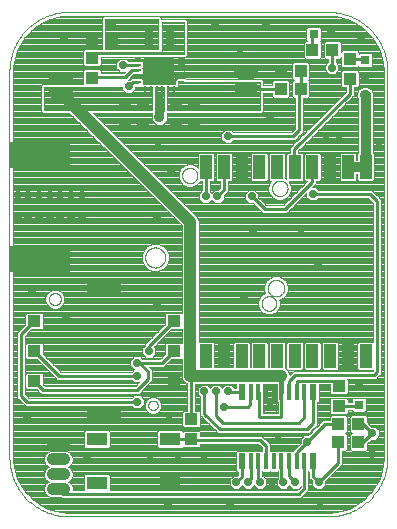
<source format=gtl>
G75*
%MOIN*%
%OFA0B0*%
%FSLAX25Y25*%
%IPPOS*%
%LPD*%
%AMOC8*
5,1,8,0,0,1.08239X$1,22.5*
%
%ADD10C,0.00000*%
%ADD11R,0.20000X0.09000*%
%ADD12C,0.03969*%
%ADD13R,0.07087X0.04331*%
%ADD14R,0.04331X0.03937*%
%ADD15R,0.03937X0.04331*%
%ADD16R,0.03150X0.03150*%
%ADD17R,0.03937X0.07874*%
%ADD18R,0.01969X0.00984*%
%ADD19R,0.00984X0.01969*%
%ADD20R,0.02953X0.06890*%
%ADD21R,0.02953X0.05906*%
%ADD22R,0.09843X0.08268*%
%ADD23R,0.01575X0.05315*%
%ADD24R,0.02362X0.05315*%
%ADD25R,0.11811X0.03937*%
%ADD26C,0.02775*%
%ADD27C,0.01000*%
%ADD28C,0.00394*%
%ADD29C,0.03562*%
%ADD30C,0.03150*%
%ADD31C,0.04000*%
%ADD32C,0.01600*%
%ADD33C,0.03200*%
D10*
X0114340Y0151282D02*
X0114340Y0280022D01*
X0114346Y0280498D01*
X0114363Y0280973D01*
X0114392Y0281448D01*
X0114432Y0281922D01*
X0114484Y0282395D01*
X0114547Y0282866D01*
X0114621Y0283336D01*
X0114707Y0283804D01*
X0114804Y0284270D01*
X0114912Y0284733D01*
X0115031Y0285193D01*
X0115162Y0285651D01*
X0115303Y0286105D01*
X0115456Y0286556D01*
X0115619Y0287002D01*
X0115793Y0287445D01*
X0115978Y0287883D01*
X0116173Y0288317D01*
X0116379Y0288746D01*
X0116595Y0289170D01*
X0116821Y0289589D01*
X0117057Y0290002D01*
X0117303Y0290409D01*
X0117559Y0290810D01*
X0117825Y0291204D01*
X0118100Y0291593D01*
X0118384Y0291974D01*
X0118677Y0292348D01*
X0118979Y0292716D01*
X0119291Y0293076D01*
X0119610Y0293428D01*
X0119938Y0293772D01*
X0120275Y0294109D01*
X0120619Y0294437D01*
X0120971Y0294756D01*
X0121331Y0295068D01*
X0121699Y0295370D01*
X0122073Y0295663D01*
X0122454Y0295947D01*
X0122843Y0296222D01*
X0123237Y0296488D01*
X0123638Y0296744D01*
X0124045Y0296990D01*
X0124458Y0297226D01*
X0124877Y0297452D01*
X0125301Y0297668D01*
X0125730Y0297874D01*
X0126164Y0298069D01*
X0126602Y0298254D01*
X0127045Y0298428D01*
X0127491Y0298591D01*
X0127942Y0298744D01*
X0128396Y0298885D01*
X0128854Y0299016D01*
X0129314Y0299135D01*
X0129777Y0299243D01*
X0130243Y0299340D01*
X0130711Y0299426D01*
X0131181Y0299500D01*
X0131652Y0299563D01*
X0132125Y0299615D01*
X0132599Y0299655D01*
X0133074Y0299684D01*
X0133549Y0299701D01*
X0134025Y0299707D01*
X0220639Y0299707D01*
X0221115Y0299701D01*
X0221590Y0299684D01*
X0222065Y0299655D01*
X0222539Y0299615D01*
X0223012Y0299563D01*
X0223483Y0299500D01*
X0223953Y0299426D01*
X0224421Y0299340D01*
X0224887Y0299243D01*
X0225350Y0299135D01*
X0225810Y0299016D01*
X0226268Y0298885D01*
X0226722Y0298744D01*
X0227173Y0298591D01*
X0227619Y0298428D01*
X0228062Y0298254D01*
X0228500Y0298069D01*
X0228934Y0297874D01*
X0229363Y0297668D01*
X0229787Y0297452D01*
X0230206Y0297226D01*
X0230619Y0296990D01*
X0231026Y0296744D01*
X0231427Y0296488D01*
X0231821Y0296222D01*
X0232210Y0295947D01*
X0232591Y0295663D01*
X0232965Y0295370D01*
X0233333Y0295068D01*
X0233693Y0294756D01*
X0234045Y0294437D01*
X0234389Y0294109D01*
X0234726Y0293772D01*
X0235054Y0293428D01*
X0235373Y0293076D01*
X0235685Y0292716D01*
X0235987Y0292348D01*
X0236280Y0291974D01*
X0236564Y0291593D01*
X0236839Y0291204D01*
X0237105Y0290810D01*
X0237361Y0290409D01*
X0237607Y0290002D01*
X0237843Y0289589D01*
X0238069Y0289170D01*
X0238285Y0288746D01*
X0238491Y0288317D01*
X0238686Y0287883D01*
X0238871Y0287445D01*
X0239045Y0287002D01*
X0239208Y0286556D01*
X0239361Y0286105D01*
X0239502Y0285651D01*
X0239633Y0285193D01*
X0239752Y0284733D01*
X0239860Y0284270D01*
X0239957Y0283804D01*
X0240043Y0283336D01*
X0240117Y0282866D01*
X0240180Y0282395D01*
X0240232Y0281922D01*
X0240272Y0281448D01*
X0240301Y0280973D01*
X0240318Y0280498D01*
X0240324Y0280022D01*
X0240324Y0151282D01*
X0240318Y0150806D01*
X0240301Y0150331D01*
X0240272Y0149856D01*
X0240232Y0149382D01*
X0240180Y0148909D01*
X0240117Y0148438D01*
X0240043Y0147968D01*
X0239957Y0147500D01*
X0239860Y0147034D01*
X0239752Y0146571D01*
X0239633Y0146111D01*
X0239502Y0145653D01*
X0239361Y0145199D01*
X0239208Y0144748D01*
X0239045Y0144302D01*
X0238871Y0143859D01*
X0238686Y0143421D01*
X0238491Y0142987D01*
X0238285Y0142558D01*
X0238069Y0142134D01*
X0237843Y0141715D01*
X0237607Y0141302D01*
X0237361Y0140895D01*
X0237105Y0140494D01*
X0236839Y0140100D01*
X0236564Y0139711D01*
X0236280Y0139330D01*
X0235987Y0138956D01*
X0235685Y0138588D01*
X0235373Y0138228D01*
X0235054Y0137876D01*
X0234726Y0137532D01*
X0234389Y0137195D01*
X0234045Y0136867D01*
X0233693Y0136548D01*
X0233333Y0136236D01*
X0232965Y0135934D01*
X0232591Y0135641D01*
X0232210Y0135357D01*
X0231821Y0135082D01*
X0231427Y0134816D01*
X0231026Y0134560D01*
X0230619Y0134314D01*
X0230206Y0134078D01*
X0229787Y0133852D01*
X0229363Y0133636D01*
X0228934Y0133430D01*
X0228500Y0133235D01*
X0228062Y0133050D01*
X0227619Y0132876D01*
X0227173Y0132713D01*
X0226722Y0132560D01*
X0226268Y0132419D01*
X0225810Y0132288D01*
X0225350Y0132169D01*
X0224887Y0132061D01*
X0224421Y0131964D01*
X0223953Y0131878D01*
X0223483Y0131804D01*
X0223012Y0131741D01*
X0222539Y0131689D01*
X0222065Y0131649D01*
X0221590Y0131620D01*
X0221115Y0131603D01*
X0220639Y0131597D01*
X0134025Y0131597D01*
X0133549Y0131603D01*
X0133074Y0131620D01*
X0132599Y0131649D01*
X0132125Y0131689D01*
X0131652Y0131741D01*
X0131181Y0131804D01*
X0130711Y0131878D01*
X0130243Y0131964D01*
X0129777Y0132061D01*
X0129314Y0132169D01*
X0128854Y0132288D01*
X0128396Y0132419D01*
X0127942Y0132560D01*
X0127491Y0132713D01*
X0127045Y0132876D01*
X0126602Y0133050D01*
X0126164Y0133235D01*
X0125730Y0133430D01*
X0125301Y0133636D01*
X0124877Y0133852D01*
X0124458Y0134078D01*
X0124045Y0134314D01*
X0123638Y0134560D01*
X0123237Y0134816D01*
X0122843Y0135082D01*
X0122454Y0135357D01*
X0122073Y0135641D01*
X0121699Y0135934D01*
X0121331Y0136236D01*
X0120971Y0136548D01*
X0120619Y0136867D01*
X0120275Y0137195D01*
X0119938Y0137532D01*
X0119610Y0137876D01*
X0119291Y0138228D01*
X0118979Y0138588D01*
X0118677Y0138956D01*
X0118384Y0139330D01*
X0118100Y0139711D01*
X0117825Y0140100D01*
X0117559Y0140494D01*
X0117303Y0140895D01*
X0117057Y0141302D01*
X0116821Y0141715D01*
X0116595Y0142134D01*
X0116379Y0142558D01*
X0116173Y0142987D01*
X0115978Y0143421D01*
X0115793Y0143859D01*
X0115619Y0144302D01*
X0115456Y0144748D01*
X0115303Y0145199D01*
X0115162Y0145653D01*
X0115031Y0146111D01*
X0114912Y0146571D01*
X0114804Y0147034D01*
X0114707Y0147500D01*
X0114621Y0147968D01*
X0114547Y0148438D01*
X0114484Y0148909D01*
X0114432Y0149382D01*
X0114392Y0149856D01*
X0114363Y0150331D01*
X0114346Y0150806D01*
X0114340Y0151282D01*
X0127528Y0204038D02*
X0127530Y0204126D01*
X0127536Y0204214D01*
X0127546Y0204302D01*
X0127560Y0204390D01*
X0127577Y0204476D01*
X0127599Y0204562D01*
X0127624Y0204646D01*
X0127654Y0204730D01*
X0127686Y0204812D01*
X0127723Y0204892D01*
X0127763Y0204971D01*
X0127807Y0205048D01*
X0127854Y0205123D01*
X0127904Y0205195D01*
X0127958Y0205266D01*
X0128014Y0205333D01*
X0128074Y0205399D01*
X0128136Y0205461D01*
X0128202Y0205521D01*
X0128269Y0205577D01*
X0128340Y0205631D01*
X0128412Y0205681D01*
X0128487Y0205728D01*
X0128564Y0205772D01*
X0128643Y0205812D01*
X0128723Y0205849D01*
X0128805Y0205881D01*
X0128889Y0205911D01*
X0128973Y0205936D01*
X0129059Y0205958D01*
X0129145Y0205975D01*
X0129233Y0205989D01*
X0129321Y0205999D01*
X0129409Y0206005D01*
X0129497Y0206007D01*
X0129585Y0206005D01*
X0129673Y0205999D01*
X0129761Y0205989D01*
X0129849Y0205975D01*
X0129935Y0205958D01*
X0130021Y0205936D01*
X0130105Y0205911D01*
X0130189Y0205881D01*
X0130271Y0205849D01*
X0130351Y0205812D01*
X0130430Y0205772D01*
X0130507Y0205728D01*
X0130582Y0205681D01*
X0130654Y0205631D01*
X0130725Y0205577D01*
X0130792Y0205521D01*
X0130858Y0205461D01*
X0130920Y0205399D01*
X0130980Y0205333D01*
X0131036Y0205266D01*
X0131090Y0205195D01*
X0131140Y0205123D01*
X0131187Y0205048D01*
X0131231Y0204971D01*
X0131271Y0204892D01*
X0131308Y0204812D01*
X0131340Y0204730D01*
X0131370Y0204646D01*
X0131395Y0204562D01*
X0131417Y0204476D01*
X0131434Y0204390D01*
X0131448Y0204302D01*
X0131458Y0204214D01*
X0131464Y0204126D01*
X0131466Y0204038D01*
X0131464Y0203950D01*
X0131458Y0203862D01*
X0131448Y0203774D01*
X0131434Y0203686D01*
X0131417Y0203600D01*
X0131395Y0203514D01*
X0131370Y0203430D01*
X0131340Y0203346D01*
X0131308Y0203264D01*
X0131271Y0203184D01*
X0131231Y0203105D01*
X0131187Y0203028D01*
X0131140Y0202953D01*
X0131090Y0202881D01*
X0131036Y0202810D01*
X0130980Y0202743D01*
X0130920Y0202677D01*
X0130858Y0202615D01*
X0130792Y0202555D01*
X0130725Y0202499D01*
X0130654Y0202445D01*
X0130582Y0202395D01*
X0130507Y0202348D01*
X0130430Y0202304D01*
X0130351Y0202264D01*
X0130271Y0202227D01*
X0130189Y0202195D01*
X0130105Y0202165D01*
X0130021Y0202140D01*
X0129935Y0202118D01*
X0129849Y0202101D01*
X0129761Y0202087D01*
X0129673Y0202077D01*
X0129585Y0202071D01*
X0129497Y0202069D01*
X0129409Y0202071D01*
X0129321Y0202077D01*
X0129233Y0202087D01*
X0129145Y0202101D01*
X0129059Y0202118D01*
X0128973Y0202140D01*
X0128889Y0202165D01*
X0128805Y0202195D01*
X0128723Y0202227D01*
X0128643Y0202264D01*
X0128564Y0202304D01*
X0128487Y0202348D01*
X0128412Y0202395D01*
X0128340Y0202445D01*
X0128269Y0202499D01*
X0128202Y0202555D01*
X0128136Y0202615D01*
X0128074Y0202677D01*
X0128014Y0202743D01*
X0127958Y0202810D01*
X0127904Y0202881D01*
X0127854Y0202953D01*
X0127807Y0203028D01*
X0127763Y0203105D01*
X0127723Y0203184D01*
X0127686Y0203264D01*
X0127654Y0203346D01*
X0127624Y0203430D01*
X0127599Y0203514D01*
X0127577Y0203600D01*
X0127560Y0203686D01*
X0127546Y0203774D01*
X0127536Y0203862D01*
X0127530Y0203950D01*
X0127528Y0204038D01*
X0114340Y0212747D02*
X0114340Y0256747D01*
X0159576Y0217896D02*
X0159578Y0218011D01*
X0159584Y0218127D01*
X0159594Y0218242D01*
X0159608Y0218357D01*
X0159626Y0218471D01*
X0159648Y0218584D01*
X0159673Y0218697D01*
X0159703Y0218808D01*
X0159736Y0218919D01*
X0159773Y0219028D01*
X0159814Y0219136D01*
X0159859Y0219243D01*
X0159907Y0219348D01*
X0159959Y0219451D01*
X0160015Y0219552D01*
X0160074Y0219652D01*
X0160136Y0219749D01*
X0160202Y0219844D01*
X0160270Y0219937D01*
X0160342Y0220027D01*
X0160417Y0220115D01*
X0160496Y0220200D01*
X0160577Y0220282D01*
X0160660Y0220362D01*
X0160747Y0220438D01*
X0160836Y0220512D01*
X0160927Y0220582D01*
X0161021Y0220650D01*
X0161117Y0220714D01*
X0161216Y0220774D01*
X0161316Y0220831D01*
X0161418Y0220885D01*
X0161522Y0220935D01*
X0161628Y0220982D01*
X0161735Y0221025D01*
X0161844Y0221064D01*
X0161954Y0221099D01*
X0162065Y0221130D01*
X0162177Y0221158D01*
X0162290Y0221182D01*
X0162404Y0221202D01*
X0162519Y0221218D01*
X0162634Y0221230D01*
X0162749Y0221238D01*
X0162864Y0221242D01*
X0162980Y0221242D01*
X0163095Y0221238D01*
X0163210Y0221230D01*
X0163325Y0221218D01*
X0163440Y0221202D01*
X0163554Y0221182D01*
X0163667Y0221158D01*
X0163779Y0221130D01*
X0163890Y0221099D01*
X0164000Y0221064D01*
X0164109Y0221025D01*
X0164216Y0220982D01*
X0164322Y0220935D01*
X0164426Y0220885D01*
X0164528Y0220831D01*
X0164628Y0220774D01*
X0164727Y0220714D01*
X0164823Y0220650D01*
X0164917Y0220582D01*
X0165008Y0220512D01*
X0165097Y0220438D01*
X0165184Y0220362D01*
X0165267Y0220282D01*
X0165348Y0220200D01*
X0165427Y0220115D01*
X0165502Y0220027D01*
X0165574Y0219937D01*
X0165642Y0219844D01*
X0165708Y0219749D01*
X0165770Y0219652D01*
X0165829Y0219552D01*
X0165885Y0219451D01*
X0165937Y0219348D01*
X0165985Y0219243D01*
X0166030Y0219136D01*
X0166071Y0219028D01*
X0166108Y0218919D01*
X0166141Y0218808D01*
X0166171Y0218697D01*
X0166196Y0218584D01*
X0166218Y0218471D01*
X0166236Y0218357D01*
X0166250Y0218242D01*
X0166260Y0218127D01*
X0166266Y0218011D01*
X0166268Y0217896D01*
X0166266Y0217781D01*
X0166260Y0217665D01*
X0166250Y0217550D01*
X0166236Y0217435D01*
X0166218Y0217321D01*
X0166196Y0217208D01*
X0166171Y0217095D01*
X0166141Y0216984D01*
X0166108Y0216873D01*
X0166071Y0216764D01*
X0166030Y0216656D01*
X0165985Y0216549D01*
X0165937Y0216444D01*
X0165885Y0216341D01*
X0165829Y0216240D01*
X0165770Y0216140D01*
X0165708Y0216043D01*
X0165642Y0215948D01*
X0165574Y0215855D01*
X0165502Y0215765D01*
X0165427Y0215677D01*
X0165348Y0215592D01*
X0165267Y0215510D01*
X0165184Y0215430D01*
X0165097Y0215354D01*
X0165008Y0215280D01*
X0164917Y0215210D01*
X0164823Y0215142D01*
X0164727Y0215078D01*
X0164628Y0215018D01*
X0164528Y0214961D01*
X0164426Y0214907D01*
X0164322Y0214857D01*
X0164216Y0214810D01*
X0164109Y0214767D01*
X0164000Y0214728D01*
X0163890Y0214693D01*
X0163779Y0214662D01*
X0163667Y0214634D01*
X0163554Y0214610D01*
X0163440Y0214590D01*
X0163325Y0214574D01*
X0163210Y0214562D01*
X0163095Y0214554D01*
X0162980Y0214550D01*
X0162864Y0214550D01*
X0162749Y0214554D01*
X0162634Y0214562D01*
X0162519Y0214574D01*
X0162404Y0214590D01*
X0162290Y0214610D01*
X0162177Y0214634D01*
X0162065Y0214662D01*
X0161954Y0214693D01*
X0161844Y0214728D01*
X0161735Y0214767D01*
X0161628Y0214810D01*
X0161522Y0214857D01*
X0161418Y0214907D01*
X0161316Y0214961D01*
X0161216Y0215018D01*
X0161117Y0215078D01*
X0161021Y0215142D01*
X0160927Y0215210D01*
X0160836Y0215280D01*
X0160747Y0215354D01*
X0160660Y0215430D01*
X0160577Y0215510D01*
X0160496Y0215592D01*
X0160417Y0215677D01*
X0160342Y0215765D01*
X0160270Y0215855D01*
X0160202Y0215948D01*
X0160136Y0216043D01*
X0160074Y0216140D01*
X0160015Y0216240D01*
X0159959Y0216341D01*
X0159907Y0216444D01*
X0159859Y0216549D01*
X0159814Y0216656D01*
X0159773Y0216764D01*
X0159736Y0216873D01*
X0159703Y0216984D01*
X0159673Y0217095D01*
X0159648Y0217208D01*
X0159626Y0217321D01*
X0159608Y0217435D01*
X0159594Y0217550D01*
X0159584Y0217665D01*
X0159578Y0217781D01*
X0159576Y0217896D01*
X0171919Y0245219D02*
X0171921Y0245319D01*
X0171927Y0245419D01*
X0171937Y0245519D01*
X0171951Y0245619D01*
X0171968Y0245717D01*
X0171990Y0245815D01*
X0172016Y0245912D01*
X0172045Y0246008D01*
X0172078Y0246103D01*
X0172115Y0246196D01*
X0172155Y0246288D01*
X0172199Y0246378D01*
X0172247Y0246467D01*
X0172298Y0246553D01*
X0172352Y0246637D01*
X0172410Y0246719D01*
X0172471Y0246799D01*
X0172535Y0246877D01*
X0172602Y0246951D01*
X0172672Y0247023D01*
X0172744Y0247092D01*
X0172820Y0247159D01*
X0172897Y0247222D01*
X0172978Y0247282D01*
X0173060Y0247339D01*
X0173145Y0247392D01*
X0173232Y0247442D01*
X0173321Y0247489D01*
X0173412Y0247532D01*
X0173504Y0247572D01*
X0173597Y0247608D01*
X0173693Y0247640D01*
X0173789Y0247668D01*
X0173886Y0247693D01*
X0173984Y0247713D01*
X0174083Y0247730D01*
X0174183Y0247743D01*
X0174283Y0247752D01*
X0174383Y0247757D01*
X0174483Y0247758D01*
X0174583Y0247755D01*
X0174683Y0247748D01*
X0174783Y0247737D01*
X0174882Y0247722D01*
X0174981Y0247704D01*
X0175079Y0247681D01*
X0175176Y0247655D01*
X0175271Y0247624D01*
X0175366Y0247590D01*
X0175459Y0247553D01*
X0175550Y0247511D01*
X0175640Y0247466D01*
X0175728Y0247418D01*
X0175813Y0247366D01*
X0175897Y0247311D01*
X0175979Y0247252D01*
X0176058Y0247191D01*
X0176134Y0247126D01*
X0176208Y0247058D01*
X0176280Y0246988D01*
X0176348Y0246914D01*
X0176414Y0246838D01*
X0176476Y0246760D01*
X0176535Y0246679D01*
X0176591Y0246596D01*
X0176644Y0246510D01*
X0176693Y0246423D01*
X0176739Y0246334D01*
X0176782Y0246243D01*
X0176820Y0246150D01*
X0176855Y0246056D01*
X0176886Y0245961D01*
X0176914Y0245864D01*
X0176937Y0245766D01*
X0176957Y0245668D01*
X0176973Y0245569D01*
X0176985Y0245469D01*
X0176993Y0245369D01*
X0176997Y0245269D01*
X0176997Y0245169D01*
X0176993Y0245069D01*
X0176985Y0244969D01*
X0176973Y0244869D01*
X0176957Y0244770D01*
X0176937Y0244672D01*
X0176914Y0244574D01*
X0176886Y0244477D01*
X0176855Y0244382D01*
X0176820Y0244288D01*
X0176782Y0244195D01*
X0176739Y0244104D01*
X0176693Y0244015D01*
X0176644Y0243928D01*
X0176591Y0243842D01*
X0176535Y0243759D01*
X0176476Y0243678D01*
X0176414Y0243600D01*
X0176348Y0243524D01*
X0176280Y0243450D01*
X0176208Y0243380D01*
X0176134Y0243312D01*
X0176058Y0243247D01*
X0175979Y0243186D01*
X0175897Y0243127D01*
X0175813Y0243072D01*
X0175727Y0243020D01*
X0175640Y0242972D01*
X0175550Y0242927D01*
X0175459Y0242885D01*
X0175366Y0242848D01*
X0175271Y0242814D01*
X0175176Y0242783D01*
X0175079Y0242757D01*
X0174981Y0242734D01*
X0174882Y0242716D01*
X0174783Y0242701D01*
X0174683Y0242690D01*
X0174583Y0242683D01*
X0174483Y0242680D01*
X0174383Y0242681D01*
X0174283Y0242686D01*
X0174183Y0242695D01*
X0174083Y0242708D01*
X0173984Y0242725D01*
X0173886Y0242745D01*
X0173789Y0242770D01*
X0173693Y0242798D01*
X0173597Y0242830D01*
X0173504Y0242866D01*
X0173412Y0242906D01*
X0173321Y0242949D01*
X0173232Y0242996D01*
X0173145Y0243046D01*
X0173060Y0243099D01*
X0172978Y0243156D01*
X0172897Y0243216D01*
X0172820Y0243279D01*
X0172744Y0243346D01*
X0172672Y0243415D01*
X0172602Y0243487D01*
X0172535Y0243561D01*
X0172471Y0243639D01*
X0172410Y0243719D01*
X0172352Y0243801D01*
X0172298Y0243885D01*
X0172247Y0243971D01*
X0172199Y0244060D01*
X0172155Y0244150D01*
X0172115Y0244242D01*
X0172078Y0244335D01*
X0172045Y0244430D01*
X0172016Y0244526D01*
X0171990Y0244623D01*
X0171968Y0244721D01*
X0171951Y0244819D01*
X0171937Y0244919D01*
X0171927Y0245019D01*
X0171921Y0245119D01*
X0171919Y0245219D01*
X0201879Y0240967D02*
X0201881Y0241068D01*
X0201887Y0241169D01*
X0201897Y0241270D01*
X0201911Y0241370D01*
X0201929Y0241470D01*
X0201950Y0241569D01*
X0201976Y0241667D01*
X0202005Y0241764D01*
X0202038Y0241860D01*
X0202075Y0241954D01*
X0202116Y0242047D01*
X0202160Y0242138D01*
X0202208Y0242227D01*
X0202259Y0242315D01*
X0202314Y0242400D01*
X0202372Y0242483D01*
X0202433Y0242564D01*
X0202497Y0242642D01*
X0202564Y0242718D01*
X0202634Y0242791D01*
X0202707Y0242861D01*
X0202783Y0242928D01*
X0202861Y0242992D01*
X0202942Y0243053D01*
X0203025Y0243111D01*
X0203110Y0243166D01*
X0203198Y0243217D01*
X0203287Y0243265D01*
X0203378Y0243309D01*
X0203471Y0243350D01*
X0203565Y0243387D01*
X0203661Y0243420D01*
X0203758Y0243449D01*
X0203856Y0243475D01*
X0203955Y0243496D01*
X0204055Y0243514D01*
X0204155Y0243528D01*
X0204256Y0243538D01*
X0204357Y0243544D01*
X0204458Y0243546D01*
X0204559Y0243544D01*
X0204660Y0243538D01*
X0204761Y0243528D01*
X0204861Y0243514D01*
X0204961Y0243496D01*
X0205060Y0243475D01*
X0205158Y0243449D01*
X0205255Y0243420D01*
X0205351Y0243387D01*
X0205445Y0243350D01*
X0205538Y0243309D01*
X0205629Y0243265D01*
X0205718Y0243217D01*
X0205806Y0243166D01*
X0205891Y0243111D01*
X0205974Y0243053D01*
X0206055Y0242992D01*
X0206133Y0242928D01*
X0206209Y0242861D01*
X0206282Y0242791D01*
X0206352Y0242718D01*
X0206419Y0242642D01*
X0206483Y0242564D01*
X0206544Y0242483D01*
X0206602Y0242400D01*
X0206657Y0242315D01*
X0206708Y0242227D01*
X0206756Y0242138D01*
X0206800Y0242047D01*
X0206841Y0241954D01*
X0206878Y0241860D01*
X0206911Y0241764D01*
X0206940Y0241667D01*
X0206966Y0241569D01*
X0206987Y0241470D01*
X0207005Y0241370D01*
X0207019Y0241270D01*
X0207029Y0241169D01*
X0207035Y0241068D01*
X0207037Y0240967D01*
X0207035Y0240866D01*
X0207029Y0240765D01*
X0207019Y0240664D01*
X0207005Y0240564D01*
X0206987Y0240464D01*
X0206966Y0240365D01*
X0206940Y0240267D01*
X0206911Y0240170D01*
X0206878Y0240074D01*
X0206841Y0239980D01*
X0206800Y0239887D01*
X0206756Y0239796D01*
X0206708Y0239707D01*
X0206657Y0239619D01*
X0206602Y0239534D01*
X0206544Y0239451D01*
X0206483Y0239370D01*
X0206419Y0239292D01*
X0206352Y0239216D01*
X0206282Y0239143D01*
X0206209Y0239073D01*
X0206133Y0239006D01*
X0206055Y0238942D01*
X0205974Y0238881D01*
X0205891Y0238823D01*
X0205806Y0238768D01*
X0205718Y0238717D01*
X0205629Y0238669D01*
X0205538Y0238625D01*
X0205445Y0238584D01*
X0205351Y0238547D01*
X0205255Y0238514D01*
X0205158Y0238485D01*
X0205060Y0238459D01*
X0204961Y0238438D01*
X0204861Y0238420D01*
X0204761Y0238406D01*
X0204660Y0238396D01*
X0204559Y0238390D01*
X0204458Y0238388D01*
X0204357Y0238390D01*
X0204256Y0238396D01*
X0204155Y0238406D01*
X0204055Y0238420D01*
X0203955Y0238438D01*
X0203856Y0238459D01*
X0203758Y0238485D01*
X0203661Y0238514D01*
X0203565Y0238547D01*
X0203471Y0238584D01*
X0203378Y0238625D01*
X0203287Y0238669D01*
X0203198Y0238717D01*
X0203110Y0238768D01*
X0203025Y0238823D01*
X0202942Y0238881D01*
X0202861Y0238942D01*
X0202783Y0239006D01*
X0202707Y0239073D01*
X0202634Y0239143D01*
X0202564Y0239216D01*
X0202497Y0239292D01*
X0202433Y0239370D01*
X0202372Y0239451D01*
X0202314Y0239534D01*
X0202259Y0239619D01*
X0202208Y0239707D01*
X0202160Y0239796D01*
X0202116Y0239887D01*
X0202075Y0239980D01*
X0202038Y0240074D01*
X0202005Y0240170D01*
X0201976Y0240267D01*
X0201950Y0240365D01*
X0201929Y0240464D01*
X0201911Y0240564D01*
X0201897Y0240664D01*
X0201887Y0240765D01*
X0201881Y0240866D01*
X0201879Y0240967D01*
X0200442Y0207660D02*
X0200444Y0207765D01*
X0200450Y0207870D01*
X0200460Y0207974D01*
X0200474Y0208078D01*
X0200492Y0208182D01*
X0200514Y0208284D01*
X0200539Y0208386D01*
X0200569Y0208487D01*
X0200602Y0208586D01*
X0200639Y0208684D01*
X0200680Y0208781D01*
X0200725Y0208876D01*
X0200773Y0208969D01*
X0200824Y0209061D01*
X0200880Y0209150D01*
X0200938Y0209237D01*
X0201000Y0209322D01*
X0201064Y0209405D01*
X0201132Y0209485D01*
X0201203Y0209562D01*
X0201277Y0209636D01*
X0201354Y0209708D01*
X0201433Y0209777D01*
X0201515Y0209842D01*
X0201599Y0209905D01*
X0201686Y0209964D01*
X0201775Y0210020D01*
X0201866Y0210073D01*
X0201959Y0210122D01*
X0202053Y0210167D01*
X0202149Y0210209D01*
X0202247Y0210247D01*
X0202346Y0210281D01*
X0202447Y0210312D01*
X0202548Y0210338D01*
X0202651Y0210361D01*
X0202754Y0210380D01*
X0202858Y0210395D01*
X0202962Y0210406D01*
X0203067Y0210413D01*
X0203172Y0210416D01*
X0203277Y0210415D01*
X0203382Y0210410D01*
X0203486Y0210401D01*
X0203590Y0210388D01*
X0203694Y0210371D01*
X0203797Y0210350D01*
X0203899Y0210325D01*
X0204000Y0210297D01*
X0204099Y0210264D01*
X0204198Y0210228D01*
X0204295Y0210188D01*
X0204390Y0210145D01*
X0204484Y0210097D01*
X0204576Y0210047D01*
X0204666Y0209993D01*
X0204754Y0209935D01*
X0204839Y0209874D01*
X0204922Y0209810D01*
X0205003Y0209743D01*
X0205081Y0209673D01*
X0205156Y0209599D01*
X0205228Y0209524D01*
X0205298Y0209445D01*
X0205364Y0209364D01*
X0205428Y0209280D01*
X0205488Y0209194D01*
X0205544Y0209106D01*
X0205598Y0209015D01*
X0205648Y0208923D01*
X0205694Y0208829D01*
X0205737Y0208733D01*
X0205776Y0208635D01*
X0205811Y0208537D01*
X0205842Y0208436D01*
X0205870Y0208335D01*
X0205894Y0208233D01*
X0205914Y0208130D01*
X0205930Y0208026D01*
X0205942Y0207922D01*
X0205950Y0207817D01*
X0205954Y0207712D01*
X0205954Y0207608D01*
X0205950Y0207503D01*
X0205942Y0207398D01*
X0205930Y0207294D01*
X0205914Y0207190D01*
X0205894Y0207087D01*
X0205870Y0206985D01*
X0205842Y0206884D01*
X0205811Y0206783D01*
X0205776Y0206685D01*
X0205737Y0206587D01*
X0205694Y0206491D01*
X0205648Y0206397D01*
X0205598Y0206305D01*
X0205544Y0206214D01*
X0205488Y0206126D01*
X0205428Y0206040D01*
X0205364Y0205956D01*
X0205298Y0205875D01*
X0205228Y0205796D01*
X0205156Y0205721D01*
X0205081Y0205647D01*
X0205003Y0205577D01*
X0204922Y0205510D01*
X0204839Y0205446D01*
X0204754Y0205385D01*
X0204666Y0205327D01*
X0204576Y0205273D01*
X0204484Y0205223D01*
X0204390Y0205175D01*
X0204295Y0205132D01*
X0204198Y0205092D01*
X0204099Y0205056D01*
X0204000Y0205023D01*
X0203899Y0204995D01*
X0203797Y0204970D01*
X0203694Y0204949D01*
X0203590Y0204932D01*
X0203486Y0204919D01*
X0203382Y0204910D01*
X0203277Y0204905D01*
X0203172Y0204904D01*
X0203067Y0204907D01*
X0202962Y0204914D01*
X0202858Y0204925D01*
X0202754Y0204940D01*
X0202651Y0204959D01*
X0202548Y0204982D01*
X0202447Y0205008D01*
X0202346Y0205039D01*
X0202247Y0205073D01*
X0202149Y0205111D01*
X0202053Y0205153D01*
X0201959Y0205198D01*
X0201866Y0205247D01*
X0201775Y0205300D01*
X0201686Y0205356D01*
X0201599Y0205415D01*
X0201515Y0205478D01*
X0201433Y0205543D01*
X0201354Y0205612D01*
X0201277Y0205684D01*
X0201203Y0205758D01*
X0201132Y0205835D01*
X0201064Y0205915D01*
X0201000Y0205998D01*
X0200938Y0206083D01*
X0200880Y0206170D01*
X0200824Y0206259D01*
X0200773Y0206351D01*
X0200725Y0206444D01*
X0200680Y0206539D01*
X0200639Y0206636D01*
X0200602Y0206734D01*
X0200569Y0206833D01*
X0200539Y0206934D01*
X0200514Y0207036D01*
X0200492Y0207138D01*
X0200474Y0207242D01*
X0200460Y0207346D01*
X0200450Y0207450D01*
X0200444Y0207555D01*
X0200442Y0207660D01*
X0198395Y0202542D02*
X0198397Y0202640D01*
X0198403Y0202738D01*
X0198413Y0202836D01*
X0198427Y0202934D01*
X0198444Y0203030D01*
X0198466Y0203126D01*
X0198491Y0203221D01*
X0198521Y0203315D01*
X0198554Y0203408D01*
X0198590Y0203499D01*
X0198631Y0203588D01*
X0198675Y0203676D01*
X0198722Y0203762D01*
X0198773Y0203847D01*
X0198827Y0203929D01*
X0198885Y0204008D01*
X0198945Y0204086D01*
X0199009Y0204161D01*
X0199076Y0204233D01*
X0199145Y0204302D01*
X0199217Y0204369D01*
X0199292Y0204433D01*
X0199370Y0204493D01*
X0199449Y0204551D01*
X0199531Y0204605D01*
X0199615Y0204656D01*
X0199702Y0204703D01*
X0199790Y0204747D01*
X0199879Y0204788D01*
X0199970Y0204824D01*
X0200063Y0204857D01*
X0200157Y0204887D01*
X0200252Y0204912D01*
X0200348Y0204934D01*
X0200444Y0204951D01*
X0200542Y0204965D01*
X0200640Y0204975D01*
X0200738Y0204981D01*
X0200836Y0204983D01*
X0200934Y0204981D01*
X0201032Y0204975D01*
X0201130Y0204965D01*
X0201228Y0204951D01*
X0201324Y0204934D01*
X0201420Y0204912D01*
X0201515Y0204887D01*
X0201609Y0204857D01*
X0201702Y0204824D01*
X0201793Y0204788D01*
X0201882Y0204747D01*
X0201970Y0204703D01*
X0202056Y0204656D01*
X0202141Y0204605D01*
X0202223Y0204551D01*
X0202302Y0204493D01*
X0202380Y0204433D01*
X0202455Y0204369D01*
X0202527Y0204302D01*
X0202596Y0204233D01*
X0202663Y0204161D01*
X0202727Y0204086D01*
X0202787Y0204008D01*
X0202845Y0203929D01*
X0202899Y0203847D01*
X0202950Y0203763D01*
X0202997Y0203676D01*
X0203041Y0203588D01*
X0203082Y0203499D01*
X0203118Y0203408D01*
X0203151Y0203315D01*
X0203181Y0203221D01*
X0203206Y0203126D01*
X0203228Y0203030D01*
X0203245Y0202934D01*
X0203259Y0202836D01*
X0203269Y0202738D01*
X0203275Y0202640D01*
X0203277Y0202542D01*
X0203275Y0202444D01*
X0203269Y0202346D01*
X0203259Y0202248D01*
X0203245Y0202150D01*
X0203228Y0202054D01*
X0203206Y0201958D01*
X0203181Y0201863D01*
X0203151Y0201769D01*
X0203118Y0201676D01*
X0203082Y0201585D01*
X0203041Y0201496D01*
X0202997Y0201408D01*
X0202950Y0201322D01*
X0202899Y0201237D01*
X0202845Y0201155D01*
X0202787Y0201076D01*
X0202727Y0200998D01*
X0202663Y0200923D01*
X0202596Y0200851D01*
X0202527Y0200782D01*
X0202455Y0200715D01*
X0202380Y0200651D01*
X0202302Y0200591D01*
X0202223Y0200533D01*
X0202141Y0200479D01*
X0202057Y0200428D01*
X0201970Y0200381D01*
X0201882Y0200337D01*
X0201793Y0200296D01*
X0201702Y0200260D01*
X0201609Y0200227D01*
X0201515Y0200197D01*
X0201420Y0200172D01*
X0201324Y0200150D01*
X0201228Y0200133D01*
X0201130Y0200119D01*
X0201032Y0200109D01*
X0200934Y0200103D01*
X0200836Y0200101D01*
X0200738Y0200103D01*
X0200640Y0200109D01*
X0200542Y0200119D01*
X0200444Y0200133D01*
X0200348Y0200150D01*
X0200252Y0200172D01*
X0200157Y0200197D01*
X0200063Y0200227D01*
X0199970Y0200260D01*
X0199879Y0200296D01*
X0199790Y0200337D01*
X0199702Y0200381D01*
X0199616Y0200428D01*
X0199531Y0200479D01*
X0199449Y0200533D01*
X0199370Y0200591D01*
X0199292Y0200651D01*
X0199217Y0200715D01*
X0199145Y0200782D01*
X0199076Y0200851D01*
X0199009Y0200923D01*
X0198945Y0200998D01*
X0198885Y0201076D01*
X0198827Y0201155D01*
X0198773Y0201237D01*
X0198722Y0201321D01*
X0198675Y0201408D01*
X0198631Y0201496D01*
X0198590Y0201585D01*
X0198554Y0201676D01*
X0198521Y0201769D01*
X0198491Y0201863D01*
X0198466Y0201958D01*
X0198444Y0202054D01*
X0198427Y0202150D01*
X0198413Y0202248D01*
X0198403Y0202346D01*
X0198397Y0202444D01*
X0198395Y0202542D01*
X0160599Y0168605D02*
X0160601Y0168684D01*
X0160607Y0168763D01*
X0160617Y0168842D01*
X0160631Y0168920D01*
X0160648Y0168997D01*
X0160670Y0169073D01*
X0160695Y0169148D01*
X0160725Y0169221D01*
X0160757Y0169293D01*
X0160794Y0169364D01*
X0160834Y0169432D01*
X0160877Y0169498D01*
X0160923Y0169562D01*
X0160973Y0169624D01*
X0161026Y0169683D01*
X0161081Y0169739D01*
X0161140Y0169793D01*
X0161201Y0169843D01*
X0161264Y0169891D01*
X0161330Y0169935D01*
X0161398Y0169976D01*
X0161468Y0170013D01*
X0161539Y0170047D01*
X0161613Y0170077D01*
X0161687Y0170103D01*
X0161763Y0170125D01*
X0161840Y0170144D01*
X0161918Y0170159D01*
X0161996Y0170170D01*
X0162075Y0170177D01*
X0162154Y0170180D01*
X0162233Y0170179D01*
X0162312Y0170174D01*
X0162391Y0170165D01*
X0162469Y0170152D01*
X0162546Y0170135D01*
X0162623Y0170115D01*
X0162698Y0170090D01*
X0162772Y0170062D01*
X0162845Y0170030D01*
X0162915Y0169995D01*
X0162984Y0169956D01*
X0163051Y0169913D01*
X0163116Y0169867D01*
X0163178Y0169819D01*
X0163238Y0169767D01*
X0163295Y0169712D01*
X0163349Y0169654D01*
X0163400Y0169594D01*
X0163448Y0169531D01*
X0163493Y0169466D01*
X0163535Y0169398D01*
X0163573Y0169329D01*
X0163607Y0169258D01*
X0163638Y0169185D01*
X0163666Y0169110D01*
X0163689Y0169035D01*
X0163709Y0168958D01*
X0163725Y0168881D01*
X0163737Y0168802D01*
X0163745Y0168724D01*
X0163749Y0168645D01*
X0163749Y0168565D01*
X0163745Y0168486D01*
X0163737Y0168408D01*
X0163725Y0168329D01*
X0163709Y0168252D01*
X0163689Y0168175D01*
X0163666Y0168100D01*
X0163638Y0168025D01*
X0163607Y0167952D01*
X0163573Y0167881D01*
X0163535Y0167812D01*
X0163493Y0167744D01*
X0163448Y0167679D01*
X0163400Y0167616D01*
X0163349Y0167556D01*
X0163295Y0167498D01*
X0163238Y0167443D01*
X0163178Y0167391D01*
X0163116Y0167343D01*
X0163051Y0167297D01*
X0162984Y0167254D01*
X0162915Y0167215D01*
X0162845Y0167180D01*
X0162772Y0167148D01*
X0162698Y0167120D01*
X0162623Y0167095D01*
X0162546Y0167075D01*
X0162469Y0167058D01*
X0162391Y0167045D01*
X0162312Y0167036D01*
X0162233Y0167031D01*
X0162154Y0167030D01*
X0162075Y0167033D01*
X0161996Y0167040D01*
X0161918Y0167051D01*
X0161840Y0167066D01*
X0161763Y0167085D01*
X0161687Y0167107D01*
X0161613Y0167133D01*
X0161539Y0167163D01*
X0161468Y0167197D01*
X0161398Y0167234D01*
X0161330Y0167275D01*
X0161264Y0167319D01*
X0161201Y0167367D01*
X0161140Y0167417D01*
X0161081Y0167471D01*
X0161026Y0167527D01*
X0160973Y0167586D01*
X0160923Y0167648D01*
X0160877Y0167712D01*
X0160834Y0167778D01*
X0160794Y0167846D01*
X0160757Y0167917D01*
X0160725Y0167989D01*
X0160695Y0168062D01*
X0160670Y0168137D01*
X0160648Y0168213D01*
X0160631Y0168290D01*
X0160617Y0168368D01*
X0160607Y0168447D01*
X0160601Y0168526D01*
X0160599Y0168605D01*
D11*
X0124440Y0217347D03*
X0124440Y0252147D03*
D12*
X0129481Y0272837D02*
X0133450Y0272837D01*
X0133450Y0277758D02*
X0129481Y0277758D01*
X0191292Y0279333D02*
X0195261Y0279333D01*
X0195261Y0274412D02*
X0191292Y0274412D01*
X0132662Y0155514D02*
X0128694Y0155514D01*
X0128694Y0150593D02*
X0132662Y0150593D01*
X0132662Y0145672D02*
X0128694Y0145672D01*
X0128694Y0140750D02*
X0132662Y0140750D01*
D13*
X0143473Y0142817D03*
X0143473Y0157384D03*
X0167883Y0157384D03*
X0167883Y0142817D03*
D14*
X0174970Y0157384D03*
X0174970Y0164077D03*
X0169064Y0176715D03*
X0169064Y0186715D03*
X0169064Y0196715D03*
X0122607Y0196715D03*
X0122607Y0186715D03*
X0122607Y0176715D03*
X0152922Y0262502D03*
X0158828Y0262502D03*
X0158828Y0269195D03*
X0152922Y0269195D03*
X0141899Y0277857D03*
X0141899Y0284550D03*
X0169851Y0269195D03*
X0175757Y0269195D03*
X0175757Y0262502D03*
X0169851Y0262502D03*
X0227725Y0277463D03*
X0227725Y0284156D03*
X0224182Y0175101D03*
X0224182Y0168408D03*
D15*
X0223985Y0162306D03*
X0223985Y0156400D03*
X0230678Y0156400D03*
X0230678Y0162306D03*
X0211387Y0274117D03*
X0211387Y0280022D03*
X0204694Y0280022D03*
X0204694Y0274117D03*
X0215324Y0287109D03*
X0222017Y0287109D03*
X0148395Y0290652D03*
X0141702Y0290652D03*
D16*
X0215718Y0292227D03*
X0221623Y0292227D03*
X0232844Y0283762D03*
X0232844Y0277857D03*
X0230875Y0174707D03*
X0230875Y0168802D03*
D17*
X0233040Y0185140D03*
X0227135Y0185140D03*
X0221229Y0185140D03*
X0215324Y0185140D03*
X0209418Y0185140D03*
X0203513Y0185140D03*
X0197607Y0185140D03*
X0191702Y0185140D03*
X0185796Y0185140D03*
X0179891Y0185140D03*
X0179891Y0248132D03*
X0185796Y0248132D03*
X0191702Y0248132D03*
X0197607Y0248132D03*
X0203513Y0248132D03*
X0209418Y0248132D03*
X0215324Y0248132D03*
X0221229Y0248132D03*
X0227135Y0248132D03*
X0233040Y0248132D03*
D18*
X0171623Y0276302D03*
X0171623Y0278270D03*
X0171623Y0280239D03*
X0171623Y0282207D03*
X0171623Y0284176D03*
X0171623Y0286144D03*
X0171623Y0288113D03*
X0171623Y0290081D03*
X0171623Y0292050D03*
X0171623Y0294018D03*
X0171623Y0295987D03*
X0157056Y0295987D03*
X0157056Y0294018D03*
X0157056Y0292050D03*
X0157056Y0290081D03*
X0157056Y0288113D03*
X0157056Y0286144D03*
X0157056Y0284176D03*
X0157056Y0282207D03*
X0157056Y0280239D03*
X0157056Y0278270D03*
X0157056Y0276302D03*
D19*
X0159418Y0273939D03*
X0161387Y0273939D03*
X0163355Y0273939D03*
X0165324Y0273939D03*
X0167292Y0273939D03*
X0169261Y0273939D03*
D20*
X0167785Y0291065D03*
D21*
X0160895Y0291558D03*
D22*
X0164340Y0280554D03*
D23*
X0194753Y0173034D03*
X0197312Y0173034D03*
X0199871Y0173034D03*
X0202430Y0173034D03*
X0204989Y0173034D03*
X0207548Y0173034D03*
X0210107Y0173034D03*
X0212666Y0173034D03*
X0212666Y0150002D03*
X0210107Y0150002D03*
X0207548Y0150002D03*
X0204989Y0150002D03*
X0202430Y0150002D03*
X0199871Y0150002D03*
X0197312Y0150002D03*
X0194753Y0150002D03*
D24*
X0191800Y0150002D03*
X0191800Y0173034D03*
X0215619Y0173034D03*
X0215619Y0150002D03*
D25*
X0145836Y0165849D03*
X0145836Y0207581D03*
D26*
X0133237Y0197345D03*
X0121820Y0206794D03*
X0120639Y0230809D03*
X0124182Y0230809D03*
X0127725Y0230809D03*
X0131269Y0230809D03*
X0134812Y0230809D03*
X0138355Y0230809D03*
X0138355Y0238684D03*
X0134812Y0238684D03*
X0131269Y0238684D03*
X0127725Y0238684D03*
X0124182Y0238684D03*
X0120639Y0238684D03*
X0117096Y0238684D03*
X0117096Y0230809D03*
X0154103Y0274904D03*
X0152135Y0281991D03*
X0161977Y0282778D03*
X0161977Y0278447D03*
X0166702Y0278447D03*
X0166702Y0282778D03*
X0182844Y0294983D03*
X0191111Y0287502D03*
X0199773Y0294983D03*
X0221820Y0281203D03*
X0231662Y0290258D03*
X0224182Y0257187D03*
X0219851Y0257187D03*
X0215521Y0239077D03*
X0211584Y0227266D03*
X0217096Y0215061D03*
X0195442Y0226085D03*
X0195048Y0238290D03*
X0183631Y0238290D03*
X0179694Y0238290D03*
X0168277Y0246558D03*
X0163946Y0254825D03*
X0163552Y0230809D03*
X0163552Y0202463D03*
X0160796Y0186715D03*
X0156859Y0182778D03*
X0156859Y0178447D03*
X0156859Y0169786D03*
X0167489Y0163880D03*
X0170639Y0150495D03*
X0179300Y0150495D03*
X0189930Y0143014D03*
X0193867Y0143014D03*
X0197804Y0143014D03*
X0201741Y0143014D03*
X0205678Y0143014D03*
X0209615Y0143014D03*
X0217489Y0143014D03*
X0217883Y0136321D03*
X0213552Y0156400D03*
X0203710Y0157187D03*
X0201111Y0168172D03*
X0187174Y0173329D03*
X0185993Y0168211D03*
X0183237Y0173329D03*
X0179300Y0173329D03*
X0161190Y0150495D03*
X0167096Y0135534D03*
X0187962Y0135928D03*
X0140324Y0151282D03*
X0120245Y0164274D03*
X0192686Y0205219D03*
X0235206Y0159353D03*
X0235206Y0152463D03*
X0237568Y0254825D03*
X0201348Y0264274D03*
X0187174Y0258369D03*
X0132450Y0290652D03*
D27*
X0141899Y0284550D02*
X0143493Y0286144D01*
X0157056Y0286144D01*
X0157056Y0282207D02*
X0152351Y0282207D01*
X0152135Y0281991D01*
X0155107Y0280239D02*
X0152922Y0278054D01*
X0142096Y0278054D01*
X0141899Y0277857D01*
X0154103Y0274904D02*
X0155501Y0276302D01*
X0157056Y0276302D01*
X0157056Y0280239D02*
X0155107Y0280239D01*
X0179891Y0248132D02*
X0179891Y0238487D01*
X0179694Y0238290D01*
X0183631Y0238290D02*
X0185796Y0240455D01*
X0185796Y0248132D01*
X0187174Y0258369D02*
X0208828Y0258369D01*
X0210796Y0260337D01*
X0210796Y0273526D01*
X0211387Y0274117D01*
X0211387Y0280022D01*
X0215324Y0287109D02*
X0215324Y0291833D01*
X0215718Y0292227D01*
X0221820Y0286912D02*
X0221820Y0281203D01*
X0221820Y0286912D02*
X0222017Y0287109D01*
X0227725Y0284156D02*
X0232450Y0284156D01*
X0232844Y0283762D01*
X0227725Y0277463D02*
X0227725Y0272542D01*
X0209222Y0254038D01*
X0209222Y0248329D01*
X0209418Y0248132D01*
X0215324Y0248132D02*
X0215324Y0243211D01*
X0206072Y0233959D01*
X0199379Y0233959D01*
X0195048Y0238290D01*
X0215521Y0239077D02*
X0234418Y0239077D01*
X0236781Y0236715D01*
X0236781Y0179628D01*
X0235993Y0178841D01*
X0209615Y0178841D01*
X0207548Y0176774D01*
X0207548Y0173034D01*
X0204989Y0173034D02*
X0204989Y0164668D01*
X0197410Y0164668D01*
X0197410Y0173034D01*
X0197312Y0173034D01*
X0194753Y0173034D02*
X0194655Y0172935D01*
X0194655Y0168998D01*
X0193867Y0168211D01*
X0185993Y0168211D01*
X0183237Y0165061D02*
X0183237Y0173329D01*
X0179300Y0173329D02*
X0179300Y0165849D01*
X0184418Y0160731D01*
X0213552Y0160731D01*
X0215521Y0162699D01*
X0215521Y0172935D01*
X0215619Y0173034D01*
X0212666Y0173034D02*
X0212666Y0164569D01*
X0210796Y0162699D01*
X0185599Y0162699D01*
X0183237Y0165061D01*
X0187470Y0173034D02*
X0187174Y0173329D01*
X0187470Y0173034D02*
X0191800Y0173034D01*
X0197804Y0157187D02*
X0175166Y0157187D01*
X0174970Y0157384D01*
X0167883Y0157384D01*
X0174970Y0164077D02*
X0174970Y0179628D01*
X0174576Y0180022D01*
X0169064Y0186715D02*
X0165127Y0182778D01*
X0156859Y0182778D01*
X0157647Y0182778D01*
X0160403Y0180022D01*
X0160403Y0177266D01*
X0156859Y0173723D01*
X0125599Y0173723D01*
X0122607Y0176715D01*
X0118277Y0171754D02*
X0120245Y0169786D01*
X0156859Y0169786D01*
X0156859Y0178447D02*
X0130875Y0178447D01*
X0122607Y0186715D01*
X0118277Y0192384D02*
X0118277Y0171754D01*
X0118277Y0192384D02*
X0122607Y0196715D01*
X0160796Y0188447D02*
X0160796Y0186715D01*
X0160796Y0188447D02*
X0169064Y0196715D01*
X0197804Y0157187D02*
X0199871Y0155121D01*
X0199871Y0150002D01*
X0197312Y0150002D02*
X0197312Y0143506D01*
X0197804Y0143014D01*
X0194753Y0143900D02*
X0194753Y0150002D01*
X0191800Y0150002D02*
X0191800Y0144884D01*
X0189930Y0143014D01*
X0193867Y0143014D02*
X0194753Y0143900D01*
X0204989Y0143703D02*
X0205678Y0143014D01*
X0204989Y0143703D02*
X0204989Y0150002D01*
X0207548Y0150002D02*
X0207548Y0145081D01*
X0209615Y0143014D01*
X0212666Y0140947D02*
X0210796Y0139077D01*
X0132351Y0139077D01*
X0130678Y0140750D01*
X0210107Y0150002D02*
X0210107Y0152955D01*
X0213552Y0156400D01*
X0219458Y0162306D01*
X0223985Y0162306D01*
X0223985Y0156400D02*
X0223985Y0149510D01*
X0217489Y0143014D01*
X0215619Y0144884D01*
X0215619Y0150002D01*
X0212666Y0150002D02*
X0212666Y0140947D01*
X0230678Y0156400D02*
X0232253Y0156400D01*
X0235206Y0159353D01*
X0232253Y0162306D01*
X0230678Y0162306D01*
X0230481Y0168408D02*
X0230875Y0168802D01*
X0230481Y0168408D02*
X0224182Y0168408D01*
X0224182Y0175101D02*
X0222410Y0176872D01*
X0210403Y0176872D01*
X0210107Y0176577D01*
X0210107Y0173034D01*
X0204694Y0274117D02*
X0193572Y0274117D01*
X0193277Y0274412D01*
D28*
X0116944Y0144207D02*
X0119357Y0140027D01*
X0122770Y0136614D01*
X0126950Y0134201D01*
X0131611Y0132952D01*
X0134025Y0132794D01*
X0220639Y0132794D01*
X0223052Y0132952D01*
X0227714Y0134201D01*
X0231894Y0136614D01*
X0235307Y0140027D01*
X0237720Y0144207D01*
X0238969Y0148869D01*
X0239127Y0151282D01*
X0239127Y0280022D01*
X0238969Y0282435D01*
X0237720Y0287097D01*
X0235307Y0291277D01*
X0231894Y0294690D01*
X0227714Y0297103D01*
X0223052Y0298352D01*
X0220639Y0298510D01*
X0134025Y0298510D01*
X0131611Y0298352D01*
X0126950Y0297103D01*
X0122770Y0294690D01*
X0119357Y0291277D01*
X0116944Y0287097D01*
X0116944Y0287097D01*
X0115695Y0282435D01*
X0115536Y0280022D01*
X0115536Y0151282D01*
X0115695Y0148869D01*
X0116944Y0144207D01*
X0116978Y0144148D02*
X0126315Y0144148D01*
X0126336Y0144096D02*
X0127119Y0143314D01*
X0127367Y0143211D01*
X0127119Y0143108D01*
X0126336Y0142326D01*
X0125913Y0141304D01*
X0125913Y0140197D01*
X0126336Y0139175D01*
X0127119Y0138393D01*
X0128141Y0137969D01*
X0131625Y0137969D01*
X0131814Y0137780D01*
X0211333Y0137780D01*
X0212093Y0138540D01*
X0213963Y0140410D01*
X0213963Y0146693D01*
X0214108Y0146548D01*
X0214322Y0146548D01*
X0214322Y0144347D01*
X0215082Y0143587D01*
X0215305Y0143364D01*
X0215305Y0142109D01*
X0216584Y0140830D01*
X0218394Y0140830D01*
X0219673Y0142109D01*
X0219673Y0143364D01*
X0225282Y0148973D01*
X0225282Y0153438D01*
X0226284Y0153438D01*
X0226751Y0153905D01*
X0226751Y0158895D01*
X0226293Y0159353D01*
X0226751Y0159810D01*
X0226751Y0164801D01*
X0226284Y0165268D01*
X0221687Y0165268D01*
X0221220Y0164801D01*
X0221220Y0163602D01*
X0218921Y0163602D01*
X0213902Y0158584D01*
X0212647Y0158584D01*
X0211368Y0157305D01*
X0211368Y0156050D01*
X0208810Y0153492D01*
X0208810Y0153312D01*
X0208666Y0153457D01*
X0206431Y0153457D01*
X0206269Y0153295D01*
X0206107Y0153457D01*
X0203872Y0153457D01*
X0203710Y0153295D01*
X0203548Y0153457D01*
X0201313Y0153457D01*
X0201168Y0153312D01*
X0201168Y0155658D01*
X0199101Y0157725D01*
X0198341Y0158484D01*
X0177932Y0158484D01*
X0177932Y0159683D01*
X0177465Y0160150D01*
X0172474Y0160150D01*
X0172214Y0159889D01*
X0171756Y0160346D01*
X0164010Y0160346D01*
X0163543Y0159880D01*
X0163543Y0154889D01*
X0164010Y0154422D01*
X0171756Y0154422D01*
X0172214Y0154879D01*
X0172474Y0154619D01*
X0177465Y0154619D01*
X0177932Y0155086D01*
X0177932Y0155891D01*
X0197267Y0155891D01*
X0198574Y0154583D01*
X0198574Y0153312D01*
X0198430Y0153457D01*
X0196195Y0153457D01*
X0196033Y0153295D01*
X0195870Y0153457D01*
X0193636Y0153457D01*
X0193473Y0153295D01*
X0193311Y0153457D01*
X0190289Y0153457D01*
X0189822Y0152990D01*
X0189822Y0147015D01*
X0190289Y0146548D01*
X0190503Y0146548D01*
X0190503Y0145421D01*
X0190280Y0145198D01*
X0189025Y0145198D01*
X0187746Y0143919D01*
X0187746Y0142109D01*
X0189025Y0140830D01*
X0190835Y0140830D01*
X0191899Y0141894D01*
X0192962Y0140830D01*
X0194772Y0140830D01*
X0195836Y0141894D01*
X0196899Y0140830D01*
X0198709Y0140830D01*
X0199988Y0142109D01*
X0199988Y0143919D01*
X0198709Y0145198D01*
X0198609Y0145198D01*
X0198609Y0146693D01*
X0198754Y0146548D01*
X0200989Y0146548D01*
X0201151Y0146710D01*
X0201313Y0146548D01*
X0203548Y0146548D01*
X0203692Y0146693D01*
X0203692Y0144117D01*
X0203494Y0143919D01*
X0203494Y0142109D01*
X0204773Y0140830D01*
X0206583Y0140830D01*
X0207647Y0141894D01*
X0208710Y0140830D01*
X0210520Y0140830D01*
X0211370Y0141680D01*
X0211370Y0141484D01*
X0210259Y0140374D01*
X0147814Y0140374D01*
X0147814Y0145313D01*
X0147347Y0145780D01*
X0139600Y0145780D01*
X0139133Y0145313D01*
X0139133Y0140374D01*
X0135444Y0140374D01*
X0135444Y0141304D01*
X0135020Y0142326D01*
X0134238Y0143108D01*
X0133989Y0143211D01*
X0134238Y0143314D01*
X0135020Y0144096D01*
X0135444Y0145118D01*
X0135444Y0146225D01*
X0135020Y0147247D01*
X0134238Y0148029D01*
X0133989Y0148132D01*
X0134238Y0148235D01*
X0135020Y0149018D01*
X0135444Y0150040D01*
X0135444Y0151146D01*
X0135020Y0152168D01*
X0134238Y0152951D01*
X0133216Y0153374D01*
X0128141Y0153374D01*
X0127119Y0152951D01*
X0126336Y0152168D01*
X0125913Y0151146D01*
X0125913Y0150040D01*
X0126336Y0149018D01*
X0127119Y0148235D01*
X0127367Y0148132D01*
X0127119Y0148029D01*
X0126336Y0147247D01*
X0125913Y0146225D01*
X0125913Y0145118D01*
X0126336Y0144096D01*
X0126153Y0144540D02*
X0116855Y0144540D01*
X0116749Y0144932D02*
X0125990Y0144932D01*
X0125913Y0145324D02*
X0116644Y0145324D01*
X0116539Y0145717D02*
X0125913Y0145717D01*
X0125913Y0146109D02*
X0116434Y0146109D01*
X0116329Y0146501D02*
X0126027Y0146501D01*
X0126190Y0146893D02*
X0116224Y0146893D01*
X0116119Y0147285D02*
X0126375Y0147285D01*
X0126767Y0147678D02*
X0116014Y0147678D01*
X0115909Y0148070D02*
X0127216Y0148070D01*
X0126892Y0148462D02*
X0115804Y0148462D01*
X0115699Y0148854D02*
X0126500Y0148854D01*
X0126241Y0149246D02*
X0115670Y0149246D01*
X0115644Y0149639D02*
X0126079Y0149639D01*
X0125917Y0150031D02*
X0115618Y0150031D01*
X0115593Y0150423D02*
X0125913Y0150423D01*
X0125913Y0150815D02*
X0115567Y0150815D01*
X0115541Y0151208D02*
X0125938Y0151208D01*
X0126101Y0151600D02*
X0115536Y0151600D01*
X0115536Y0151992D02*
X0126263Y0151992D01*
X0126552Y0152384D02*
X0115536Y0152384D01*
X0115536Y0152776D02*
X0126944Y0152776D01*
X0127645Y0153169D02*
X0115536Y0153169D01*
X0115536Y0153561D02*
X0198574Y0153561D01*
X0198574Y0153953D02*
X0115536Y0153953D01*
X0115536Y0154345D02*
X0198574Y0154345D01*
X0198420Y0154737D02*
X0177583Y0154737D01*
X0177932Y0155130D02*
X0198028Y0155130D01*
X0197636Y0155522D02*
X0177932Y0155522D01*
X0177932Y0158660D02*
X0213978Y0158660D01*
X0214370Y0159052D02*
X0177932Y0159052D01*
X0177932Y0159444D02*
X0183871Y0159444D01*
X0183881Y0159434D02*
X0214089Y0159434D01*
X0216058Y0161402D01*
X0216818Y0162162D01*
X0216818Y0169580D01*
X0217130Y0169580D01*
X0217597Y0170046D01*
X0217597Y0175576D01*
X0221220Y0175576D01*
X0221220Y0172802D01*
X0221687Y0172335D01*
X0226678Y0172335D01*
X0227144Y0172802D01*
X0227144Y0177399D01*
X0227000Y0177544D01*
X0236530Y0177544D01*
X0237318Y0178332D01*
X0238077Y0179091D01*
X0238077Y0237252D01*
X0235715Y0239614D01*
X0234956Y0240374D01*
X0217313Y0240374D01*
X0216425Y0241261D01*
X0215208Y0241261D01*
X0216621Y0242674D01*
X0216621Y0243398D01*
X0217622Y0243398D01*
X0218089Y0243865D01*
X0218089Y0252399D01*
X0217622Y0252866D01*
X0213025Y0252866D01*
X0212559Y0252399D01*
X0212559Y0243865D01*
X0213025Y0243398D01*
X0213677Y0243398D01*
X0205535Y0235256D01*
X0199916Y0235256D01*
X0197233Y0237940D01*
X0197233Y0239195D01*
X0195953Y0240474D01*
X0194144Y0240474D01*
X0192864Y0239195D01*
X0192864Y0237385D01*
X0194144Y0236106D01*
X0195399Y0236106D01*
X0198842Y0232662D01*
X0206609Y0232662D01*
X0207369Y0233422D01*
X0213336Y0239390D01*
X0213336Y0238172D01*
X0214616Y0236893D01*
X0216425Y0236893D01*
X0217313Y0237780D01*
X0233881Y0237780D01*
X0235484Y0236178D01*
X0235484Y0189729D01*
X0235339Y0189874D01*
X0230742Y0189874D01*
X0230275Y0189407D01*
X0230275Y0180873D01*
X0230742Y0180406D01*
X0235339Y0180406D01*
X0235484Y0180551D01*
X0235484Y0180166D01*
X0235456Y0180138D01*
X0209078Y0180138D01*
X0208318Y0179378D01*
X0207688Y0178747D01*
X0207688Y0179004D01*
X0207262Y0180032D01*
X0206475Y0180818D01*
X0206278Y0180900D01*
X0206278Y0189407D01*
X0205811Y0189874D01*
X0201214Y0189874D01*
X0200748Y0189407D01*
X0200748Y0181244D01*
X0200373Y0181244D01*
X0200373Y0189407D01*
X0199906Y0189874D01*
X0195309Y0189874D01*
X0194842Y0189407D01*
X0194842Y0181244D01*
X0194467Y0181244D01*
X0194467Y0189407D01*
X0194000Y0189874D01*
X0189403Y0189874D01*
X0188936Y0189407D01*
X0188936Y0181244D01*
X0182656Y0181244D01*
X0182656Y0189407D01*
X0182189Y0189874D01*
X0177592Y0189874D01*
X0177373Y0189654D01*
X0177373Y0230283D01*
X0176947Y0231311D01*
X0176160Y0232098D01*
X0142222Y0266036D01*
X0161960Y0266036D01*
X0161968Y0266028D01*
X0161968Y0265679D01*
X0161762Y0265181D01*
X0161762Y0264155D01*
X0162154Y0263207D01*
X0162879Y0262482D01*
X0163827Y0262090D01*
X0164852Y0262090D01*
X0165800Y0262482D01*
X0166525Y0263207D01*
X0166918Y0264155D01*
X0166918Y0265181D01*
X0166711Y0265679D01*
X0166711Y0266028D01*
X0166720Y0266036D01*
X0198216Y0266036D01*
X0198798Y0266618D01*
X0198798Y0272820D01*
X0201929Y0272820D01*
X0201929Y0271621D01*
X0202395Y0271154D01*
X0206993Y0271154D01*
X0207459Y0271621D01*
X0207459Y0276612D01*
X0206993Y0277079D01*
X0202395Y0277079D01*
X0201929Y0276612D01*
X0201929Y0275413D01*
X0198798Y0275413D01*
X0198798Y0276890D01*
X0198216Y0277472D01*
X0173056Y0277472D01*
X0172937Y0277591D01*
X0170309Y0277591D01*
X0169842Y0277124D01*
X0169842Y0277087D01*
X0169645Y0276890D01*
X0169645Y0275740D01*
X0166566Y0275740D01*
X0166546Y0275721D01*
X0166470Y0275721D01*
X0166408Y0275658D01*
X0166326Y0275740D01*
X0162353Y0275740D01*
X0162271Y0275658D01*
X0162209Y0275721D01*
X0162133Y0275721D01*
X0162113Y0275740D01*
X0158837Y0275740D01*
X0158837Y0277124D01*
X0158370Y0277591D01*
X0157601Y0277591D01*
X0157593Y0277598D01*
X0154964Y0277598D01*
X0154454Y0277088D01*
X0153791Y0277088D01*
X0154219Y0277516D01*
X0155645Y0278942D01*
X0157593Y0278942D01*
X0157601Y0278950D01*
X0158370Y0278950D01*
X0158837Y0279416D01*
X0158837Y0281061D01*
X0158675Y0281223D01*
X0158837Y0281385D01*
X0158837Y0283029D01*
X0158370Y0283496D01*
X0157601Y0283496D01*
X0157593Y0283504D01*
X0153711Y0283504D01*
X0153040Y0284175D01*
X0151230Y0284175D01*
X0149951Y0282895D01*
X0149951Y0281086D01*
X0151230Y0279806D01*
X0152841Y0279806D01*
X0152385Y0279350D01*
X0144861Y0279350D01*
X0144861Y0280155D01*
X0144394Y0280622D01*
X0139403Y0280622D01*
X0138936Y0280155D01*
X0138936Y0275740D01*
X0125345Y0275740D01*
X0124763Y0275158D01*
X0124763Y0266618D01*
X0125345Y0266036D01*
X0134311Y0266036D01*
X0171779Y0228568D01*
X0171779Y0199261D01*
X0171559Y0199480D01*
X0166569Y0199480D01*
X0166102Y0199014D01*
X0166102Y0195587D01*
X0160259Y0189744D01*
X0159499Y0188984D01*
X0159499Y0188507D01*
X0158612Y0187620D01*
X0158612Y0185810D01*
X0159892Y0184531D01*
X0161701Y0184531D01*
X0162981Y0185810D01*
X0162981Y0187620D01*
X0162392Y0188209D01*
X0168133Y0193950D01*
X0171559Y0193950D01*
X0171779Y0194169D01*
X0171779Y0189261D01*
X0171559Y0189480D01*
X0166569Y0189480D01*
X0166102Y0189014D01*
X0166102Y0185587D01*
X0164590Y0184075D01*
X0158651Y0184075D01*
X0157764Y0184962D01*
X0155955Y0184962D01*
X0154675Y0183683D01*
X0154675Y0181873D01*
X0155936Y0180613D01*
X0155067Y0179744D01*
X0131412Y0179744D01*
X0125570Y0185587D01*
X0125570Y0189014D01*
X0125103Y0189480D01*
X0120112Y0189480D01*
X0119645Y0189014D01*
X0119645Y0184416D01*
X0120112Y0183950D01*
X0123539Y0183950D01*
X0129578Y0177910D01*
X0130338Y0177150D01*
X0155067Y0177150D01*
X0155955Y0176263D01*
X0157565Y0176263D01*
X0156322Y0175020D01*
X0126137Y0175020D01*
X0125570Y0175587D01*
X0125570Y0179014D01*
X0125103Y0179480D01*
X0120112Y0179480D01*
X0119645Y0179014D01*
X0119645Y0174416D01*
X0120112Y0173950D01*
X0123539Y0173950D01*
X0124303Y0173186D01*
X0125062Y0172426D01*
X0157396Y0172426D01*
X0160940Y0175969D01*
X0161699Y0176729D01*
X0161699Y0180559D01*
X0160778Y0181481D01*
X0165664Y0181481D01*
X0166424Y0182241D01*
X0168133Y0183950D01*
X0171559Y0183950D01*
X0171779Y0184169D01*
X0171779Y0177891D01*
X0172205Y0176863D01*
X0172992Y0176076D01*
X0173673Y0175794D01*
X0173673Y0166843D01*
X0172474Y0166843D01*
X0172007Y0166376D01*
X0172007Y0161779D01*
X0172474Y0161312D01*
X0177465Y0161312D01*
X0177932Y0161779D01*
X0177932Y0166376D01*
X0177465Y0166843D01*
X0176266Y0166843D01*
X0176266Y0175650D01*
X0189822Y0175650D01*
X0189822Y0174331D01*
X0189262Y0174331D01*
X0188079Y0175513D01*
X0186270Y0175513D01*
X0185206Y0174450D01*
X0184142Y0175513D01*
X0182333Y0175513D01*
X0181269Y0174450D01*
X0180205Y0175513D01*
X0178396Y0175513D01*
X0177116Y0174234D01*
X0177116Y0172424D01*
X0178003Y0171537D01*
X0178003Y0165312D01*
X0183122Y0160194D01*
X0183881Y0159434D01*
X0183479Y0159836D02*
X0177778Y0159836D01*
X0177558Y0161405D02*
X0181910Y0161405D01*
X0181518Y0161797D02*
X0177932Y0161797D01*
X0177932Y0162189D02*
X0181126Y0162189D01*
X0180733Y0162582D02*
X0177932Y0162582D01*
X0177932Y0162974D02*
X0180341Y0162974D01*
X0179949Y0163366D02*
X0177932Y0163366D01*
X0177932Y0163758D02*
X0179557Y0163758D01*
X0179165Y0164151D02*
X0177932Y0164151D01*
X0177932Y0164543D02*
X0178772Y0164543D01*
X0178380Y0164935D02*
X0177932Y0164935D01*
X0177932Y0165327D02*
X0178003Y0165327D01*
X0178003Y0165719D02*
X0177932Y0165719D01*
X0177932Y0166112D02*
X0178003Y0166112D01*
X0178003Y0166504D02*
X0177804Y0166504D01*
X0178003Y0166896D02*
X0176266Y0166896D01*
X0176266Y0167288D02*
X0178003Y0167288D01*
X0178003Y0167680D02*
X0176266Y0167680D01*
X0176266Y0168073D02*
X0178003Y0168073D01*
X0178003Y0168465D02*
X0176266Y0168465D01*
X0176266Y0168857D02*
X0178003Y0168857D01*
X0178003Y0169249D02*
X0176266Y0169249D01*
X0176266Y0169641D02*
X0178003Y0169641D01*
X0178003Y0170034D02*
X0176266Y0170034D01*
X0176266Y0170426D02*
X0178003Y0170426D01*
X0178003Y0170818D02*
X0176266Y0170818D01*
X0176266Y0171210D02*
X0178003Y0171210D01*
X0177938Y0171603D02*
X0176266Y0171603D01*
X0176266Y0171995D02*
X0177546Y0171995D01*
X0177153Y0172387D02*
X0176266Y0172387D01*
X0176266Y0172779D02*
X0177116Y0172779D01*
X0177116Y0173171D02*
X0176266Y0173171D01*
X0176266Y0173564D02*
X0177116Y0173564D01*
X0177116Y0173956D02*
X0176266Y0173956D01*
X0176266Y0174348D02*
X0177230Y0174348D01*
X0177622Y0174740D02*
X0176266Y0174740D01*
X0176266Y0175132D02*
X0178015Y0175132D01*
X0176266Y0175525D02*
X0189822Y0175525D01*
X0189822Y0175132D02*
X0188460Y0175132D01*
X0188852Y0174740D02*
X0189822Y0174740D01*
X0189822Y0174348D02*
X0189244Y0174348D01*
X0185889Y0175132D02*
X0184523Y0175132D01*
X0184915Y0174740D02*
X0185496Y0174740D01*
X0181952Y0175132D02*
X0180586Y0175132D01*
X0180978Y0174740D02*
X0181559Y0174740D01*
X0182656Y0181408D02*
X0188936Y0181408D01*
X0188936Y0181800D02*
X0182656Y0181800D01*
X0182656Y0182192D02*
X0188936Y0182192D01*
X0188936Y0182584D02*
X0182656Y0182584D01*
X0182656Y0182977D02*
X0188936Y0182977D01*
X0188936Y0183369D02*
X0182656Y0183369D01*
X0182656Y0183761D02*
X0188936Y0183761D01*
X0188936Y0184153D02*
X0182656Y0184153D01*
X0182656Y0184546D02*
X0188936Y0184546D01*
X0188936Y0184938D02*
X0182656Y0184938D01*
X0182656Y0185330D02*
X0188936Y0185330D01*
X0188936Y0185722D02*
X0182656Y0185722D01*
X0182656Y0186114D02*
X0188936Y0186114D01*
X0188936Y0186507D02*
X0182656Y0186507D01*
X0182656Y0186899D02*
X0188936Y0186899D01*
X0188936Y0187291D02*
X0182656Y0187291D01*
X0182656Y0187683D02*
X0188936Y0187683D01*
X0188936Y0188075D02*
X0182656Y0188075D01*
X0182656Y0188468D02*
X0188936Y0188468D01*
X0188936Y0188860D02*
X0182656Y0188860D01*
X0182656Y0189252D02*
X0188936Y0189252D01*
X0189173Y0189644D02*
X0182419Y0189644D01*
X0177373Y0190037D02*
X0235484Y0190037D01*
X0235484Y0190429D02*
X0177373Y0190429D01*
X0177373Y0190821D02*
X0235484Y0190821D01*
X0235484Y0191213D02*
X0177373Y0191213D01*
X0177373Y0191605D02*
X0235484Y0191605D01*
X0235484Y0191998D02*
X0177373Y0191998D01*
X0177373Y0192390D02*
X0235484Y0192390D01*
X0235484Y0192782D02*
X0177373Y0192782D01*
X0177373Y0193174D02*
X0235484Y0193174D01*
X0235484Y0193566D02*
X0177373Y0193566D01*
X0177373Y0193959D02*
X0235484Y0193959D01*
X0235484Y0194351D02*
X0177373Y0194351D01*
X0177373Y0194743D02*
X0235484Y0194743D01*
X0235484Y0195135D02*
X0177373Y0195135D01*
X0177373Y0195527D02*
X0235484Y0195527D01*
X0235484Y0195920D02*
X0177373Y0195920D01*
X0177373Y0196312D02*
X0235484Y0196312D01*
X0235484Y0196704D02*
X0177373Y0196704D01*
X0177373Y0197096D02*
X0235484Y0197096D01*
X0235484Y0197489D02*
X0177373Y0197489D01*
X0177373Y0197881D02*
X0235484Y0197881D01*
X0235484Y0198273D02*
X0177373Y0198273D01*
X0177373Y0198665D02*
X0235484Y0198665D01*
X0235484Y0199057D02*
X0201930Y0199057D01*
X0201559Y0198904D02*
X0202896Y0199458D01*
X0203920Y0200481D01*
X0204473Y0201818D01*
X0204473Y0203265D01*
X0204246Y0203815D01*
X0205437Y0204309D01*
X0206549Y0205421D01*
X0207151Y0206874D01*
X0207151Y0208446D01*
X0206549Y0209899D01*
X0205437Y0211011D01*
X0203984Y0211613D01*
X0202412Y0211613D01*
X0200959Y0211011D01*
X0199847Y0209899D01*
X0199245Y0208446D01*
X0199245Y0206874D01*
X0199617Y0205975D01*
X0198775Y0205626D01*
X0197752Y0204602D01*
X0197198Y0203265D01*
X0197198Y0201818D01*
X0197752Y0200481D01*
X0198775Y0199458D01*
X0200112Y0198904D01*
X0201559Y0198904D01*
X0202877Y0199450D02*
X0235484Y0199450D01*
X0235484Y0199842D02*
X0203280Y0199842D01*
X0203673Y0200234D02*
X0235484Y0200234D01*
X0235484Y0200626D02*
X0203980Y0200626D01*
X0204142Y0201018D02*
X0235484Y0201018D01*
X0235484Y0201411D02*
X0204305Y0201411D01*
X0204467Y0201803D02*
X0235484Y0201803D01*
X0235484Y0202195D02*
X0204473Y0202195D01*
X0204473Y0202587D02*
X0235484Y0202587D01*
X0235484Y0202980D02*
X0204473Y0202980D01*
X0204429Y0203372D02*
X0235484Y0203372D01*
X0235484Y0203764D02*
X0204267Y0203764D01*
X0205068Y0204156D02*
X0235484Y0204156D01*
X0235484Y0204548D02*
X0205676Y0204548D01*
X0206069Y0204941D02*
X0235484Y0204941D01*
X0235484Y0205333D02*
X0206461Y0205333D01*
X0206675Y0205725D02*
X0235484Y0205725D01*
X0235484Y0206117D02*
X0206837Y0206117D01*
X0207000Y0206509D02*
X0235484Y0206509D01*
X0235484Y0206902D02*
X0207151Y0206902D01*
X0207151Y0207294D02*
X0235484Y0207294D01*
X0235484Y0207686D02*
X0207151Y0207686D01*
X0207151Y0208078D02*
X0235484Y0208078D01*
X0235484Y0208470D02*
X0207141Y0208470D01*
X0206978Y0208863D02*
X0235484Y0208863D01*
X0235484Y0209255D02*
X0206816Y0209255D01*
X0206653Y0209647D02*
X0235484Y0209647D01*
X0235484Y0210039D02*
X0206408Y0210039D01*
X0206016Y0210432D02*
X0235484Y0210432D01*
X0235484Y0210824D02*
X0205624Y0210824D01*
X0204942Y0211216D02*
X0235484Y0211216D01*
X0235484Y0211608D02*
X0203995Y0211608D01*
X0202401Y0211608D02*
X0177373Y0211608D01*
X0177373Y0211216D02*
X0201454Y0211216D01*
X0200772Y0210824D02*
X0177373Y0210824D01*
X0177373Y0210432D02*
X0200380Y0210432D01*
X0199987Y0210039D02*
X0177373Y0210039D01*
X0177373Y0209647D02*
X0199743Y0209647D01*
X0199580Y0209255D02*
X0177373Y0209255D01*
X0177373Y0208863D02*
X0199418Y0208863D01*
X0199255Y0208470D02*
X0177373Y0208470D01*
X0177373Y0208078D02*
X0199245Y0208078D01*
X0199245Y0207686D02*
X0177373Y0207686D01*
X0177373Y0207294D02*
X0199245Y0207294D01*
X0199245Y0206902D02*
X0177373Y0206902D01*
X0177373Y0206509D02*
X0199396Y0206509D01*
X0199558Y0206117D02*
X0177373Y0206117D01*
X0177373Y0205725D02*
X0199015Y0205725D01*
X0198482Y0205333D02*
X0177373Y0205333D01*
X0177373Y0204941D02*
X0198090Y0204941D01*
X0197729Y0204548D02*
X0177373Y0204548D01*
X0177373Y0204156D02*
X0197567Y0204156D01*
X0197404Y0203764D02*
X0177373Y0203764D01*
X0177373Y0203372D02*
X0197242Y0203372D01*
X0197198Y0202980D02*
X0177373Y0202980D01*
X0177373Y0202587D02*
X0197198Y0202587D01*
X0197198Y0202195D02*
X0177373Y0202195D01*
X0177373Y0201803D02*
X0197204Y0201803D01*
X0197367Y0201411D02*
X0177373Y0201411D01*
X0177373Y0201018D02*
X0197529Y0201018D01*
X0197692Y0200626D02*
X0177373Y0200626D01*
X0177373Y0200234D02*
X0197999Y0200234D01*
X0198391Y0199842D02*
X0177373Y0199842D01*
X0177373Y0199450D02*
X0198795Y0199450D01*
X0199742Y0199057D02*
X0177373Y0199057D01*
X0171779Y0199450D02*
X0171590Y0199450D01*
X0171779Y0199842D02*
X0115536Y0199842D01*
X0115536Y0200234D02*
X0171779Y0200234D01*
X0171779Y0200626D02*
X0115536Y0200626D01*
X0115536Y0201018D02*
X0128515Y0201018D01*
X0128867Y0200872D02*
X0130127Y0200872D01*
X0131290Y0201354D01*
X0132181Y0202245D01*
X0132662Y0203408D01*
X0132662Y0204667D01*
X0132181Y0205831D01*
X0131290Y0206721D01*
X0130127Y0207203D01*
X0128867Y0207203D01*
X0127704Y0206721D01*
X0126814Y0205831D01*
X0126332Y0204667D01*
X0126332Y0203408D01*
X0126814Y0202245D01*
X0127704Y0201354D01*
X0128867Y0200872D01*
X0127648Y0201411D02*
X0115536Y0201411D01*
X0115536Y0201803D02*
X0127256Y0201803D01*
X0126863Y0202195D02*
X0115536Y0202195D01*
X0115536Y0202587D02*
X0126672Y0202587D01*
X0126509Y0202980D02*
X0115536Y0202980D01*
X0115536Y0203372D02*
X0126347Y0203372D01*
X0126332Y0203764D02*
X0115536Y0203764D01*
X0115536Y0204156D02*
X0126332Y0204156D01*
X0126332Y0204548D02*
X0115536Y0204548D01*
X0115536Y0204941D02*
X0126445Y0204941D01*
X0126607Y0205333D02*
X0115536Y0205333D01*
X0115536Y0205725D02*
X0126770Y0205725D01*
X0127100Y0206117D02*
X0115536Y0206117D01*
X0115536Y0206509D02*
X0127492Y0206509D01*
X0128139Y0206902D02*
X0115536Y0206902D01*
X0115536Y0207294D02*
X0171779Y0207294D01*
X0171779Y0207686D02*
X0115536Y0207686D01*
X0115536Y0208078D02*
X0171779Y0208078D01*
X0171779Y0208470D02*
X0115536Y0208470D01*
X0115536Y0208863D02*
X0171779Y0208863D01*
X0171779Y0209255D02*
X0115536Y0209255D01*
X0115536Y0209647D02*
X0171779Y0209647D01*
X0171779Y0210039D02*
X0115536Y0210039D01*
X0115536Y0210432D02*
X0171779Y0210432D01*
X0171779Y0210824D02*
X0115536Y0210824D01*
X0115536Y0211216D02*
X0171779Y0211216D01*
X0171779Y0211608D02*
X0115536Y0211608D01*
X0115536Y0212000D02*
X0171779Y0212000D01*
X0171779Y0212393D02*
X0115536Y0212393D01*
X0115536Y0212785D02*
X0171779Y0212785D01*
X0171779Y0213177D02*
X0115536Y0213177D01*
X0115536Y0213569D02*
X0161496Y0213569D01*
X0162019Y0213353D02*
X0163826Y0213353D01*
X0165496Y0214044D01*
X0166774Y0215323D01*
X0167466Y0216992D01*
X0167466Y0218800D01*
X0166774Y0220470D01*
X0165496Y0221748D01*
X0163826Y0222439D01*
X0162019Y0222439D01*
X0160349Y0221748D01*
X0159071Y0220470D01*
X0158379Y0218800D01*
X0158379Y0216992D01*
X0159071Y0215323D01*
X0160349Y0214044D01*
X0162019Y0213353D01*
X0160549Y0213961D02*
X0115536Y0213961D01*
X0115536Y0214354D02*
X0160040Y0214354D01*
X0159647Y0214746D02*
X0115536Y0214746D01*
X0115536Y0215138D02*
X0159255Y0215138D01*
X0158985Y0215530D02*
X0115536Y0215530D01*
X0115536Y0215923D02*
X0158822Y0215923D01*
X0158660Y0216315D02*
X0115536Y0216315D01*
X0115536Y0216707D02*
X0158497Y0216707D01*
X0158379Y0217099D02*
X0115536Y0217099D01*
X0115536Y0217491D02*
X0158379Y0217491D01*
X0158379Y0217884D02*
X0115536Y0217884D01*
X0115536Y0218276D02*
X0158379Y0218276D01*
X0158379Y0218668D02*
X0115536Y0218668D01*
X0115536Y0219060D02*
X0158487Y0219060D01*
X0158649Y0219452D02*
X0115536Y0219452D01*
X0115536Y0219845D02*
X0158812Y0219845D01*
X0158974Y0220237D02*
X0115536Y0220237D01*
X0115536Y0220629D02*
X0159230Y0220629D01*
X0159622Y0221021D02*
X0115536Y0221021D01*
X0115536Y0221413D02*
X0160014Y0221413D01*
X0160489Y0221806D02*
X0115536Y0221806D01*
X0115536Y0222198D02*
X0161436Y0222198D01*
X0164409Y0222198D02*
X0171779Y0222198D01*
X0171779Y0222590D02*
X0115536Y0222590D01*
X0115536Y0222982D02*
X0171779Y0222982D01*
X0171779Y0223375D02*
X0115536Y0223375D01*
X0115536Y0223767D02*
X0171779Y0223767D01*
X0171779Y0224159D02*
X0115536Y0224159D01*
X0115536Y0224551D02*
X0171779Y0224551D01*
X0171779Y0224943D02*
X0115536Y0224943D01*
X0115536Y0225336D02*
X0171779Y0225336D01*
X0171779Y0225728D02*
X0115536Y0225728D01*
X0115536Y0226120D02*
X0171779Y0226120D01*
X0171779Y0226512D02*
X0115536Y0226512D01*
X0115536Y0226904D02*
X0171779Y0226904D01*
X0171779Y0227297D02*
X0115536Y0227297D01*
X0115536Y0227689D02*
X0171779Y0227689D01*
X0171779Y0228081D02*
X0115536Y0228081D01*
X0115536Y0228473D02*
X0171779Y0228473D01*
X0171482Y0228866D02*
X0115536Y0228866D01*
X0115536Y0229258D02*
X0171090Y0229258D01*
X0170697Y0229650D02*
X0115536Y0229650D01*
X0115536Y0230042D02*
X0170305Y0230042D01*
X0169913Y0230434D02*
X0115536Y0230434D01*
X0115536Y0230827D02*
X0169521Y0230827D01*
X0169129Y0231219D02*
X0115536Y0231219D01*
X0115536Y0231611D02*
X0168736Y0231611D01*
X0168344Y0232003D02*
X0115536Y0232003D01*
X0115536Y0232395D02*
X0167952Y0232395D01*
X0167560Y0232788D02*
X0115536Y0232788D01*
X0115536Y0233180D02*
X0167167Y0233180D01*
X0166775Y0233572D02*
X0115536Y0233572D01*
X0115536Y0233964D02*
X0166383Y0233964D01*
X0165991Y0234356D02*
X0115536Y0234356D01*
X0115536Y0234749D02*
X0165599Y0234749D01*
X0165206Y0235141D02*
X0115536Y0235141D01*
X0115536Y0235533D02*
X0164814Y0235533D01*
X0164422Y0235925D02*
X0115536Y0235925D01*
X0115536Y0236318D02*
X0164030Y0236318D01*
X0163638Y0236710D02*
X0115536Y0236710D01*
X0115536Y0237102D02*
X0163245Y0237102D01*
X0162853Y0237494D02*
X0115536Y0237494D01*
X0115536Y0237886D02*
X0162461Y0237886D01*
X0162069Y0238279D02*
X0115536Y0238279D01*
X0115536Y0238671D02*
X0161677Y0238671D01*
X0161284Y0239063D02*
X0115536Y0239063D01*
X0115536Y0239455D02*
X0160892Y0239455D01*
X0160500Y0239847D02*
X0115536Y0239847D01*
X0115536Y0240240D02*
X0160108Y0240240D01*
X0159715Y0240632D02*
X0115536Y0240632D01*
X0115536Y0241024D02*
X0159323Y0241024D01*
X0158931Y0241416D02*
X0115536Y0241416D01*
X0115536Y0241809D02*
X0158539Y0241809D01*
X0158147Y0242201D02*
X0115536Y0242201D01*
X0115536Y0242593D02*
X0157754Y0242593D01*
X0157362Y0242985D02*
X0115536Y0242985D01*
X0115536Y0243377D02*
X0156970Y0243377D01*
X0156578Y0243770D02*
X0115536Y0243770D01*
X0115536Y0244162D02*
X0156186Y0244162D01*
X0155793Y0244554D02*
X0115536Y0244554D01*
X0115536Y0244946D02*
X0155401Y0244946D01*
X0155009Y0245338D02*
X0115536Y0245338D01*
X0115536Y0245731D02*
X0154617Y0245731D01*
X0154224Y0246123D02*
X0115536Y0246123D01*
X0115536Y0246515D02*
X0153832Y0246515D01*
X0153440Y0246907D02*
X0115536Y0246907D01*
X0115536Y0247299D02*
X0153048Y0247299D01*
X0152656Y0247692D02*
X0115536Y0247692D01*
X0115536Y0248084D02*
X0152263Y0248084D01*
X0151871Y0248476D02*
X0115536Y0248476D01*
X0115536Y0248868D02*
X0151479Y0248868D01*
X0151087Y0249261D02*
X0115536Y0249261D01*
X0115536Y0249653D02*
X0150695Y0249653D01*
X0150302Y0250045D02*
X0115536Y0250045D01*
X0115536Y0250437D02*
X0149910Y0250437D01*
X0149518Y0250829D02*
X0115536Y0250829D01*
X0115536Y0251222D02*
X0149126Y0251222D01*
X0148734Y0251614D02*
X0115536Y0251614D01*
X0115536Y0252006D02*
X0148341Y0252006D01*
X0147949Y0252398D02*
X0115536Y0252398D01*
X0115536Y0252790D02*
X0147557Y0252790D01*
X0147165Y0253183D02*
X0115536Y0253183D01*
X0115536Y0253575D02*
X0146772Y0253575D01*
X0146380Y0253967D02*
X0115536Y0253967D01*
X0115536Y0254359D02*
X0145988Y0254359D01*
X0145596Y0254752D02*
X0115536Y0254752D01*
X0115536Y0255144D02*
X0145204Y0255144D01*
X0144811Y0255536D02*
X0115536Y0255536D01*
X0115536Y0255928D02*
X0144419Y0255928D01*
X0144027Y0256320D02*
X0115536Y0256320D01*
X0115536Y0256713D02*
X0143635Y0256713D01*
X0143243Y0257105D02*
X0115536Y0257105D01*
X0115536Y0257497D02*
X0142850Y0257497D01*
X0142458Y0257889D02*
X0115536Y0257889D01*
X0115536Y0258281D02*
X0142066Y0258281D01*
X0141674Y0258674D02*
X0115536Y0258674D01*
X0115536Y0259066D02*
X0141281Y0259066D01*
X0140889Y0259458D02*
X0115536Y0259458D01*
X0115536Y0259850D02*
X0140497Y0259850D01*
X0140105Y0260242D02*
X0115536Y0260242D01*
X0115536Y0260635D02*
X0139713Y0260635D01*
X0139320Y0261027D02*
X0115536Y0261027D01*
X0115536Y0261419D02*
X0138928Y0261419D01*
X0138536Y0261811D02*
X0115536Y0261811D01*
X0115536Y0262204D02*
X0138144Y0262204D01*
X0137752Y0262596D02*
X0115536Y0262596D01*
X0115536Y0262988D02*
X0137359Y0262988D01*
X0136967Y0263380D02*
X0115536Y0263380D01*
X0115536Y0263772D02*
X0136575Y0263772D01*
X0136183Y0264165D02*
X0115536Y0264165D01*
X0115536Y0264557D02*
X0135791Y0264557D01*
X0135398Y0264949D02*
X0115536Y0264949D01*
X0115536Y0265341D02*
X0135006Y0265341D01*
X0134614Y0265733D02*
X0115536Y0265733D01*
X0115536Y0266126D02*
X0125256Y0266126D01*
X0124864Y0266518D02*
X0115536Y0266518D01*
X0115536Y0266910D02*
X0124763Y0266910D01*
X0124763Y0267302D02*
X0115536Y0267302D01*
X0115536Y0267695D02*
X0124763Y0267695D01*
X0124763Y0268087D02*
X0115536Y0268087D01*
X0115536Y0268479D02*
X0124763Y0268479D01*
X0124763Y0268871D02*
X0115536Y0268871D01*
X0115536Y0269263D02*
X0124763Y0269263D01*
X0124763Y0269656D02*
X0115536Y0269656D01*
X0115536Y0270048D02*
X0124763Y0270048D01*
X0124763Y0270440D02*
X0115536Y0270440D01*
X0115536Y0270832D02*
X0124763Y0270832D01*
X0124763Y0271224D02*
X0115536Y0271224D01*
X0115536Y0271617D02*
X0124763Y0271617D01*
X0124763Y0272009D02*
X0115536Y0272009D01*
X0115536Y0272401D02*
X0124763Y0272401D01*
X0124763Y0272793D02*
X0115536Y0272793D01*
X0115536Y0273185D02*
X0124763Y0273185D01*
X0124763Y0273578D02*
X0115536Y0273578D01*
X0115536Y0273970D02*
X0124763Y0273970D01*
X0124763Y0274362D02*
X0115536Y0274362D01*
X0115536Y0274754D02*
X0124763Y0274754D01*
X0124763Y0275147D02*
X0115536Y0275147D01*
X0115536Y0275539D02*
X0125144Y0275539D01*
X0125757Y0274747D02*
X0125757Y0267030D01*
X0161702Y0267030D01*
X0161702Y0274747D01*
X0156288Y0274747D01*
X0156288Y0273999D01*
X0155008Y0272720D01*
X0153199Y0272720D01*
X0151919Y0273999D01*
X0151919Y0274747D01*
X0125757Y0274747D01*
X0125757Y0274362D02*
X0151919Y0274362D01*
X0151948Y0273970D02*
X0125757Y0273970D01*
X0125757Y0273578D02*
X0152341Y0273578D01*
X0152733Y0273185D02*
X0125757Y0273185D01*
X0125757Y0272793D02*
X0153125Y0272793D01*
X0155082Y0272793D02*
X0161702Y0272793D01*
X0161702Y0272401D02*
X0125757Y0272401D01*
X0125757Y0272009D02*
X0161702Y0272009D01*
X0161702Y0271617D02*
X0125757Y0271617D01*
X0125757Y0271224D02*
X0161702Y0271224D01*
X0161702Y0270832D02*
X0125757Y0270832D01*
X0125757Y0270440D02*
X0161702Y0270440D01*
X0161702Y0270048D02*
X0125757Y0270048D01*
X0125757Y0269656D02*
X0161702Y0269656D01*
X0161702Y0269263D02*
X0125757Y0269263D01*
X0125757Y0268871D02*
X0161702Y0268871D01*
X0161702Y0268479D02*
X0125757Y0268479D01*
X0125757Y0268087D02*
X0161702Y0268087D01*
X0161702Y0267695D02*
X0125757Y0267695D01*
X0125757Y0267302D02*
X0161702Y0267302D01*
X0162765Y0267302D02*
X0165914Y0267302D01*
X0165914Y0266910D02*
X0162765Y0266910D01*
X0162765Y0266636D02*
X0162765Y0274747D01*
X0165914Y0274747D01*
X0165914Y0266636D01*
X0162765Y0266636D01*
X0162765Y0267695D02*
X0165914Y0267695D01*
X0165914Y0268087D02*
X0162765Y0268087D01*
X0162765Y0268479D02*
X0165914Y0268479D01*
X0165914Y0268871D02*
X0162765Y0268871D01*
X0162765Y0269263D02*
X0165914Y0269263D01*
X0165914Y0269656D02*
X0162765Y0269656D01*
X0162765Y0270048D02*
X0165914Y0270048D01*
X0165914Y0270440D02*
X0162765Y0270440D01*
X0162765Y0270832D02*
X0165914Y0270832D01*
X0165914Y0271224D02*
X0162765Y0271224D01*
X0162765Y0271617D02*
X0165914Y0271617D01*
X0165914Y0272009D02*
X0162765Y0272009D01*
X0162765Y0272401D02*
X0165914Y0272401D01*
X0165914Y0272793D02*
X0162765Y0272793D01*
X0162765Y0273185D02*
X0165914Y0273185D01*
X0165914Y0273578D02*
X0162765Y0273578D01*
X0162765Y0273970D02*
X0165914Y0273970D01*
X0165914Y0274362D02*
X0162765Y0274362D01*
X0161702Y0274362D02*
X0156288Y0274362D01*
X0156258Y0273970D02*
X0161702Y0273970D01*
X0161702Y0273578D02*
X0155866Y0273578D01*
X0155474Y0273185D02*
X0161702Y0273185D01*
X0159222Y0276085D02*
X0159222Y0277660D01*
X0156072Y0277660D01*
X0156072Y0278841D01*
X0159222Y0278841D01*
X0159222Y0283565D01*
X0156072Y0283565D01*
X0156072Y0284747D01*
X0172607Y0284747D01*
X0172607Y0277660D01*
X0169458Y0277660D01*
X0169458Y0276085D01*
X0159222Y0276085D01*
X0159222Y0276323D02*
X0169458Y0276323D01*
X0169645Y0276323D02*
X0158837Y0276323D01*
X0158837Y0275931D02*
X0169645Y0275931D01*
X0169645Y0276715D02*
X0158837Y0276715D01*
X0159222Y0276715D02*
X0169458Y0276715D01*
X0169458Y0277108D02*
X0159222Y0277108D01*
X0158837Y0277108D02*
X0169842Y0277108D01*
X0170218Y0277500D02*
X0158461Y0277500D01*
X0159222Y0277500D02*
X0169458Y0277500D01*
X0170639Y0276479D02*
X0197804Y0276479D01*
X0197804Y0267030D01*
X0166977Y0267030D01*
X0166977Y0274747D01*
X0170639Y0274747D01*
X0170639Y0276479D01*
X0170639Y0276323D02*
X0197804Y0276323D01*
X0197804Y0275931D02*
X0170639Y0275931D01*
X0170639Y0275539D02*
X0197804Y0275539D01*
X0197804Y0275147D02*
X0170639Y0275147D01*
X0170639Y0274754D02*
X0197804Y0274754D01*
X0197804Y0274362D02*
X0166977Y0274362D01*
X0166977Y0273970D02*
X0197804Y0273970D01*
X0197804Y0273578D02*
X0166977Y0273578D01*
X0166977Y0273185D02*
X0197804Y0273185D01*
X0197804Y0272793D02*
X0166977Y0272793D01*
X0166977Y0272401D02*
X0197804Y0272401D01*
X0197804Y0272009D02*
X0166977Y0272009D01*
X0166977Y0271617D02*
X0197804Y0271617D01*
X0197804Y0271224D02*
X0166977Y0271224D01*
X0166977Y0270832D02*
X0197804Y0270832D01*
X0197804Y0270440D02*
X0166977Y0270440D01*
X0166977Y0270048D02*
X0197804Y0270048D01*
X0197804Y0269656D02*
X0166977Y0269656D01*
X0166977Y0269263D02*
X0197804Y0269263D01*
X0197804Y0268871D02*
X0166977Y0268871D01*
X0166977Y0268479D02*
X0197804Y0268479D01*
X0197804Y0268087D02*
X0166977Y0268087D01*
X0166977Y0267695D02*
X0197804Y0267695D01*
X0197804Y0267302D02*
X0166977Y0267302D01*
X0166711Y0265733D02*
X0209499Y0265733D01*
X0209499Y0265341D02*
X0166851Y0265341D01*
X0166918Y0264949D02*
X0209499Y0264949D01*
X0209499Y0264557D02*
X0166918Y0264557D01*
X0166918Y0264165D02*
X0209499Y0264165D01*
X0209499Y0263772D02*
X0166759Y0263772D01*
X0166597Y0263380D02*
X0209499Y0263380D01*
X0209499Y0262988D02*
X0166306Y0262988D01*
X0165913Y0262596D02*
X0209499Y0262596D01*
X0209499Y0262204D02*
X0165127Y0262204D01*
X0163552Y0262204D02*
X0146054Y0262204D01*
X0145662Y0262596D02*
X0162766Y0262596D01*
X0162374Y0262988D02*
X0145270Y0262988D01*
X0144878Y0263380D02*
X0162083Y0263380D01*
X0161920Y0263772D02*
X0144486Y0263772D01*
X0144093Y0264165D02*
X0161762Y0264165D01*
X0161762Y0264557D02*
X0143701Y0264557D01*
X0143309Y0264949D02*
X0161762Y0264949D01*
X0161828Y0265341D02*
X0142917Y0265341D01*
X0142525Y0265733D02*
X0161968Y0265733D01*
X0152330Y0255928D02*
X0209278Y0255928D01*
X0209670Y0256320D02*
X0188215Y0256320D01*
X0188079Y0256184D02*
X0188966Y0257072D01*
X0209365Y0257072D01*
X0210125Y0257831D01*
X0212093Y0259800D01*
X0212093Y0271154D01*
X0213685Y0271154D01*
X0214152Y0271621D01*
X0214152Y0276612D01*
X0213695Y0277069D01*
X0214152Y0277527D01*
X0214152Y0282518D01*
X0213685Y0282984D01*
X0209088Y0282984D01*
X0208622Y0282518D01*
X0208622Y0277527D01*
X0209079Y0277069D01*
X0208622Y0276612D01*
X0208622Y0271621D01*
X0209088Y0271154D01*
X0209499Y0271154D01*
X0209499Y0260874D01*
X0208291Y0259665D01*
X0188966Y0259665D01*
X0188079Y0260553D01*
X0186270Y0260553D01*
X0184990Y0259273D01*
X0184990Y0257464D01*
X0186270Y0256184D01*
X0188079Y0256184D01*
X0188607Y0256713D02*
X0210062Y0256713D01*
X0210454Y0257105D02*
X0209398Y0257105D01*
X0209790Y0257497D02*
X0210847Y0257497D01*
X0211239Y0257889D02*
X0210182Y0257889D01*
X0210575Y0258281D02*
X0211631Y0258281D01*
X0212023Y0258674D02*
X0210967Y0258674D01*
X0211359Y0259066D02*
X0212415Y0259066D01*
X0212808Y0259458D02*
X0211751Y0259458D01*
X0212093Y0259850D02*
X0213200Y0259850D01*
X0213592Y0260242D02*
X0212093Y0260242D01*
X0212093Y0260635D02*
X0213984Y0260635D01*
X0214377Y0261027D02*
X0212093Y0261027D01*
X0212093Y0261419D02*
X0214769Y0261419D01*
X0215161Y0261811D02*
X0212093Y0261811D01*
X0212093Y0262204D02*
X0215553Y0262204D01*
X0215945Y0262596D02*
X0212093Y0262596D01*
X0212093Y0262988D02*
X0216338Y0262988D01*
X0216730Y0263380D02*
X0212093Y0263380D01*
X0212093Y0263772D02*
X0217122Y0263772D01*
X0217514Y0264165D02*
X0212093Y0264165D01*
X0212093Y0264557D02*
X0217906Y0264557D01*
X0218299Y0264949D02*
X0212093Y0264949D01*
X0212093Y0265341D02*
X0218691Y0265341D01*
X0219083Y0265733D02*
X0212093Y0265733D01*
X0212093Y0266126D02*
X0219475Y0266126D01*
X0219868Y0266518D02*
X0212093Y0266518D01*
X0212093Y0266910D02*
X0220260Y0266910D01*
X0220652Y0267302D02*
X0212093Y0267302D01*
X0212093Y0267695D02*
X0221044Y0267695D01*
X0221436Y0268087D02*
X0212093Y0268087D01*
X0212093Y0268479D02*
X0221829Y0268479D01*
X0222221Y0268871D02*
X0212093Y0268871D01*
X0212093Y0269263D02*
X0222613Y0269263D01*
X0223005Y0269656D02*
X0212093Y0269656D01*
X0212093Y0270048D02*
X0223397Y0270048D01*
X0223790Y0270440D02*
X0212093Y0270440D01*
X0212093Y0270832D02*
X0224182Y0270832D01*
X0224574Y0271224D02*
X0213755Y0271224D01*
X0214148Y0271617D02*
X0224966Y0271617D01*
X0225358Y0272009D02*
X0214152Y0272009D01*
X0214152Y0272401D02*
X0225751Y0272401D01*
X0226143Y0272793D02*
X0214152Y0272793D01*
X0214152Y0273185D02*
X0226429Y0273185D01*
X0226429Y0273079D02*
X0208684Y0255335D01*
X0207925Y0254575D01*
X0207925Y0252866D01*
X0207120Y0252866D01*
X0206653Y0252399D01*
X0206653Y0244111D01*
X0206596Y0244168D01*
X0206278Y0244300D01*
X0206278Y0252399D01*
X0205811Y0252866D01*
X0201214Y0252866D01*
X0200748Y0252399D01*
X0200748Y0243865D01*
X0201214Y0243398D01*
X0201550Y0243398D01*
X0201257Y0243106D01*
X0200682Y0241718D01*
X0200682Y0240216D01*
X0201257Y0238828D01*
X0202319Y0237766D01*
X0203707Y0237191D01*
X0205209Y0237191D01*
X0206596Y0237766D01*
X0207659Y0238828D01*
X0208233Y0240216D01*
X0208233Y0241718D01*
X0207659Y0243106D01*
X0207366Y0243398D01*
X0211717Y0243398D01*
X0212184Y0243865D01*
X0212184Y0252399D01*
X0211717Y0252866D01*
X0210518Y0252866D01*
X0210518Y0253501D01*
X0229022Y0272005D01*
X0229022Y0274698D01*
X0230221Y0274698D01*
X0230688Y0275164D01*
X0230688Y0279762D01*
X0230221Y0280228D01*
X0225230Y0280228D01*
X0224763Y0279762D01*
X0224763Y0275164D01*
X0225230Y0274698D01*
X0226429Y0274698D01*
X0226429Y0273079D01*
X0226429Y0273578D02*
X0214152Y0273578D01*
X0214152Y0273970D02*
X0226429Y0273970D01*
X0226429Y0274362D02*
X0214152Y0274362D01*
X0214152Y0274754D02*
X0225173Y0274754D01*
X0224781Y0275147D02*
X0214152Y0275147D01*
X0214152Y0275539D02*
X0224763Y0275539D01*
X0224763Y0275931D02*
X0214152Y0275931D01*
X0214152Y0276323D02*
X0224763Y0276323D01*
X0224763Y0276715D02*
X0214049Y0276715D01*
X0213733Y0277108D02*
X0224763Y0277108D01*
X0224763Y0277500D02*
X0214125Y0277500D01*
X0214152Y0277892D02*
X0224763Y0277892D01*
X0224763Y0278284D02*
X0214152Y0278284D01*
X0214152Y0278676D02*
X0224763Y0278676D01*
X0224763Y0279069D02*
X0222774Y0279069D01*
X0222725Y0279019D02*
X0224004Y0280298D01*
X0224004Y0282108D01*
X0223117Y0282995D01*
X0223117Y0284147D01*
X0224315Y0284147D01*
X0224763Y0284594D01*
X0224763Y0281857D01*
X0225230Y0281391D01*
X0230221Y0281391D01*
X0230580Y0281750D01*
X0230939Y0281391D01*
X0234748Y0281391D01*
X0235215Y0281857D01*
X0235215Y0285667D01*
X0234748Y0286134D01*
X0230939Y0286134D01*
X0230688Y0285883D01*
X0230688Y0286455D01*
X0230221Y0286921D01*
X0225230Y0286921D01*
X0224782Y0286473D01*
X0224782Y0289604D01*
X0224315Y0290071D01*
X0219718Y0290071D01*
X0219251Y0289604D01*
X0219251Y0284613D01*
X0219718Y0284147D01*
X0220523Y0284147D01*
X0220523Y0282995D01*
X0219636Y0282108D01*
X0219636Y0280298D01*
X0220915Y0279019D01*
X0222725Y0279019D01*
X0223167Y0279461D02*
X0224763Y0279461D01*
X0224855Y0279853D02*
X0223559Y0279853D01*
X0223951Y0280245D02*
X0239112Y0280245D01*
X0239127Y0279853D02*
X0230596Y0279853D01*
X0230688Y0279461D02*
X0239127Y0279461D01*
X0239127Y0279069D02*
X0230688Y0279069D01*
X0230688Y0278676D02*
X0239127Y0278676D01*
X0239127Y0278284D02*
X0230688Y0278284D01*
X0230688Y0277892D02*
X0239127Y0277892D01*
X0239127Y0277500D02*
X0230688Y0277500D01*
X0230688Y0277108D02*
X0239127Y0277108D01*
X0239127Y0276715D02*
X0230688Y0276715D01*
X0230688Y0276323D02*
X0239127Y0276323D01*
X0239127Y0275931D02*
X0230688Y0275931D01*
X0230688Y0275539D02*
X0239127Y0275539D01*
X0239127Y0275147D02*
X0230670Y0275147D01*
X0230277Y0274754D02*
X0239127Y0274754D01*
X0239127Y0274362D02*
X0234235Y0274362D01*
X0234304Y0274334D02*
X0233356Y0274726D01*
X0232331Y0274726D01*
X0231383Y0274334D01*
X0230658Y0273608D01*
X0230266Y0272661D01*
X0230266Y0271635D01*
X0230644Y0270723D01*
X0230644Y0252768D01*
X0230275Y0252399D01*
X0230275Y0250529D01*
X0229900Y0250529D01*
X0229900Y0252399D01*
X0229433Y0252866D01*
X0224836Y0252866D01*
X0224370Y0252399D01*
X0224370Y0243865D01*
X0224836Y0243398D01*
X0229433Y0243398D01*
X0229900Y0243865D01*
X0229900Y0245735D01*
X0230275Y0245735D01*
X0230275Y0243865D01*
X0230742Y0243398D01*
X0235339Y0243398D01*
X0235806Y0243865D01*
X0235806Y0252399D01*
X0235437Y0252768D01*
X0235437Y0272428D01*
X0235422Y0272466D01*
X0235422Y0272661D01*
X0235029Y0273608D01*
X0234304Y0274334D01*
X0234668Y0273970D02*
X0239127Y0273970D01*
X0239127Y0273578D02*
X0235042Y0273578D01*
X0235204Y0273185D02*
X0239127Y0273185D01*
X0239127Y0272793D02*
X0235367Y0272793D01*
X0235437Y0272401D02*
X0239127Y0272401D01*
X0239127Y0272009D02*
X0235437Y0272009D01*
X0235437Y0271617D02*
X0239127Y0271617D01*
X0239127Y0271224D02*
X0235437Y0271224D01*
X0235437Y0270832D02*
X0239127Y0270832D01*
X0239127Y0270440D02*
X0235437Y0270440D01*
X0235437Y0270048D02*
X0239127Y0270048D01*
X0239127Y0269656D02*
X0235437Y0269656D01*
X0235437Y0269263D02*
X0239127Y0269263D01*
X0239127Y0268871D02*
X0235437Y0268871D01*
X0235437Y0268479D02*
X0239127Y0268479D01*
X0239127Y0268087D02*
X0235437Y0268087D01*
X0235437Y0267695D02*
X0239127Y0267695D01*
X0239127Y0267302D02*
X0235437Y0267302D01*
X0235437Y0266910D02*
X0239127Y0266910D01*
X0239127Y0266518D02*
X0235437Y0266518D01*
X0235437Y0266126D02*
X0239127Y0266126D01*
X0239127Y0265733D02*
X0235437Y0265733D01*
X0235437Y0265341D02*
X0239127Y0265341D01*
X0239127Y0264949D02*
X0235437Y0264949D01*
X0235437Y0264557D02*
X0239127Y0264557D01*
X0239127Y0264165D02*
X0235437Y0264165D01*
X0235437Y0263772D02*
X0239127Y0263772D01*
X0239127Y0263380D02*
X0235437Y0263380D01*
X0235437Y0262988D02*
X0239127Y0262988D01*
X0239127Y0262596D02*
X0235437Y0262596D01*
X0235437Y0262204D02*
X0239127Y0262204D01*
X0239127Y0261811D02*
X0235437Y0261811D01*
X0235437Y0261419D02*
X0239127Y0261419D01*
X0239127Y0261027D02*
X0235437Y0261027D01*
X0235437Y0260635D02*
X0239127Y0260635D01*
X0239127Y0260242D02*
X0235437Y0260242D01*
X0235437Y0259850D02*
X0239127Y0259850D01*
X0239127Y0259458D02*
X0235437Y0259458D01*
X0235437Y0259066D02*
X0239127Y0259066D01*
X0239127Y0258674D02*
X0235437Y0258674D01*
X0235437Y0258281D02*
X0239127Y0258281D01*
X0239127Y0257889D02*
X0235437Y0257889D01*
X0235437Y0257497D02*
X0239127Y0257497D01*
X0239127Y0257105D02*
X0235437Y0257105D01*
X0235437Y0256713D02*
X0239127Y0256713D01*
X0239127Y0256320D02*
X0235437Y0256320D01*
X0235437Y0255928D02*
X0239127Y0255928D01*
X0239127Y0255536D02*
X0235437Y0255536D01*
X0235437Y0255144D02*
X0239127Y0255144D01*
X0239127Y0254752D02*
X0235437Y0254752D01*
X0235437Y0254359D02*
X0239127Y0254359D01*
X0239127Y0253967D02*
X0235437Y0253967D01*
X0235437Y0253575D02*
X0239127Y0253575D01*
X0239127Y0253183D02*
X0235437Y0253183D01*
X0235437Y0252790D02*
X0239127Y0252790D01*
X0239127Y0252398D02*
X0235806Y0252398D01*
X0235806Y0252006D02*
X0239127Y0252006D01*
X0239127Y0251614D02*
X0235806Y0251614D01*
X0235806Y0251222D02*
X0239127Y0251222D01*
X0239127Y0250829D02*
X0235806Y0250829D01*
X0235806Y0250437D02*
X0239127Y0250437D01*
X0239127Y0250045D02*
X0235806Y0250045D01*
X0235806Y0249653D02*
X0239127Y0249653D01*
X0239127Y0249261D02*
X0235806Y0249261D01*
X0235806Y0248868D02*
X0239127Y0248868D01*
X0239127Y0248476D02*
X0235806Y0248476D01*
X0235806Y0248084D02*
X0239127Y0248084D01*
X0239127Y0247692D02*
X0235806Y0247692D01*
X0235806Y0247299D02*
X0239127Y0247299D01*
X0239127Y0246907D02*
X0235806Y0246907D01*
X0235806Y0246515D02*
X0239127Y0246515D01*
X0239127Y0246123D02*
X0235806Y0246123D01*
X0235806Y0245731D02*
X0239127Y0245731D01*
X0239127Y0245338D02*
X0235806Y0245338D01*
X0235806Y0244946D02*
X0239127Y0244946D01*
X0239127Y0244554D02*
X0235806Y0244554D01*
X0235806Y0244162D02*
X0239127Y0244162D01*
X0239127Y0243770D02*
X0235710Y0243770D01*
X0239127Y0243377D02*
X0216621Y0243377D01*
X0216621Y0242985D02*
X0239127Y0242985D01*
X0239127Y0242593D02*
X0216540Y0242593D01*
X0216148Y0242201D02*
X0239127Y0242201D01*
X0239127Y0241809D02*
X0215755Y0241809D01*
X0215363Y0241416D02*
X0239127Y0241416D01*
X0239127Y0241024D02*
X0216663Y0241024D01*
X0217055Y0240632D02*
X0239127Y0240632D01*
X0239127Y0240240D02*
X0235090Y0240240D01*
X0235482Y0239847D02*
X0239127Y0239847D01*
X0239127Y0239455D02*
X0235874Y0239455D01*
X0236267Y0239063D02*
X0239127Y0239063D01*
X0239127Y0238671D02*
X0236659Y0238671D01*
X0237051Y0238279D02*
X0239127Y0238279D01*
X0239127Y0237886D02*
X0237443Y0237886D01*
X0237835Y0237494D02*
X0239127Y0237494D01*
X0239127Y0237102D02*
X0238077Y0237102D01*
X0238077Y0236710D02*
X0239127Y0236710D01*
X0239127Y0236318D02*
X0238077Y0236318D01*
X0238077Y0235925D02*
X0239127Y0235925D01*
X0239127Y0235533D02*
X0238077Y0235533D01*
X0238077Y0235141D02*
X0239127Y0235141D01*
X0239127Y0234749D02*
X0238077Y0234749D01*
X0238077Y0234356D02*
X0239127Y0234356D01*
X0239127Y0233964D02*
X0238077Y0233964D01*
X0238077Y0233572D02*
X0239127Y0233572D01*
X0239127Y0233180D02*
X0238077Y0233180D01*
X0238077Y0232788D02*
X0239127Y0232788D01*
X0239127Y0232395D02*
X0238077Y0232395D01*
X0238077Y0232003D02*
X0239127Y0232003D01*
X0239127Y0231611D02*
X0238077Y0231611D01*
X0238077Y0231219D02*
X0239127Y0231219D01*
X0239127Y0230827D02*
X0238077Y0230827D01*
X0238077Y0230434D02*
X0239127Y0230434D01*
X0239127Y0230042D02*
X0238077Y0230042D01*
X0238077Y0229650D02*
X0239127Y0229650D01*
X0239127Y0229258D02*
X0238077Y0229258D01*
X0238077Y0228866D02*
X0239127Y0228866D01*
X0239127Y0228473D02*
X0238077Y0228473D01*
X0238077Y0228081D02*
X0239127Y0228081D01*
X0239127Y0227689D02*
X0238077Y0227689D01*
X0238077Y0227297D02*
X0239127Y0227297D01*
X0239127Y0226904D02*
X0238077Y0226904D01*
X0238077Y0226512D02*
X0239127Y0226512D01*
X0239127Y0226120D02*
X0238077Y0226120D01*
X0238077Y0225728D02*
X0239127Y0225728D01*
X0239127Y0225336D02*
X0238077Y0225336D01*
X0238077Y0224943D02*
X0239127Y0224943D01*
X0239127Y0224551D02*
X0238077Y0224551D01*
X0238077Y0224159D02*
X0239127Y0224159D01*
X0239127Y0223767D02*
X0238077Y0223767D01*
X0238077Y0223375D02*
X0239127Y0223375D01*
X0239127Y0222982D02*
X0238077Y0222982D01*
X0238077Y0222590D02*
X0239127Y0222590D01*
X0239127Y0222198D02*
X0238077Y0222198D01*
X0238077Y0221806D02*
X0239127Y0221806D01*
X0239127Y0221413D02*
X0238077Y0221413D01*
X0238077Y0221021D02*
X0239127Y0221021D01*
X0239127Y0220629D02*
X0238077Y0220629D01*
X0238077Y0220237D02*
X0239127Y0220237D01*
X0239127Y0219845D02*
X0238077Y0219845D01*
X0238077Y0219452D02*
X0239127Y0219452D01*
X0239127Y0219060D02*
X0238077Y0219060D01*
X0238077Y0218668D02*
X0239127Y0218668D01*
X0239127Y0218276D02*
X0238077Y0218276D01*
X0238077Y0217884D02*
X0239127Y0217884D01*
X0239127Y0217491D02*
X0238077Y0217491D01*
X0238077Y0217099D02*
X0239127Y0217099D01*
X0239127Y0216707D02*
X0238077Y0216707D01*
X0238077Y0216315D02*
X0239127Y0216315D01*
X0239127Y0215923D02*
X0238077Y0215923D01*
X0238077Y0215530D02*
X0239127Y0215530D01*
X0239127Y0215138D02*
X0238077Y0215138D01*
X0238077Y0214746D02*
X0239127Y0214746D01*
X0239127Y0214354D02*
X0238077Y0214354D01*
X0238077Y0213961D02*
X0239127Y0213961D01*
X0239127Y0213569D02*
X0238077Y0213569D01*
X0238077Y0213177D02*
X0239127Y0213177D01*
X0239127Y0212785D02*
X0238077Y0212785D01*
X0238077Y0212393D02*
X0239127Y0212393D01*
X0239127Y0212000D02*
X0238077Y0212000D01*
X0238077Y0211608D02*
X0239127Y0211608D01*
X0239127Y0211216D02*
X0238077Y0211216D01*
X0238077Y0210824D02*
X0239127Y0210824D01*
X0239127Y0210432D02*
X0238077Y0210432D01*
X0238077Y0210039D02*
X0239127Y0210039D01*
X0239127Y0209647D02*
X0238077Y0209647D01*
X0238077Y0209255D02*
X0239127Y0209255D01*
X0239127Y0208863D02*
X0238077Y0208863D01*
X0238077Y0208470D02*
X0239127Y0208470D01*
X0239127Y0208078D02*
X0238077Y0208078D01*
X0238077Y0207686D02*
X0239127Y0207686D01*
X0239127Y0207294D02*
X0238077Y0207294D01*
X0238077Y0206902D02*
X0239127Y0206902D01*
X0239127Y0206509D02*
X0238077Y0206509D01*
X0238077Y0206117D02*
X0239127Y0206117D01*
X0239127Y0205725D02*
X0238077Y0205725D01*
X0238077Y0205333D02*
X0239127Y0205333D01*
X0239127Y0204941D02*
X0238077Y0204941D01*
X0238077Y0204548D02*
X0239127Y0204548D01*
X0239127Y0204156D02*
X0238077Y0204156D01*
X0238077Y0203764D02*
X0239127Y0203764D01*
X0239127Y0203372D02*
X0238077Y0203372D01*
X0238077Y0202980D02*
X0239127Y0202980D01*
X0239127Y0202587D02*
X0238077Y0202587D01*
X0238077Y0202195D02*
X0239127Y0202195D01*
X0239127Y0201803D02*
X0238077Y0201803D01*
X0238077Y0201411D02*
X0239127Y0201411D01*
X0239127Y0201018D02*
X0238077Y0201018D01*
X0238077Y0200626D02*
X0239127Y0200626D01*
X0239127Y0200234D02*
X0238077Y0200234D01*
X0238077Y0199842D02*
X0239127Y0199842D01*
X0239127Y0199450D02*
X0238077Y0199450D01*
X0238077Y0199057D02*
X0239127Y0199057D01*
X0239127Y0198665D02*
X0238077Y0198665D01*
X0238077Y0198273D02*
X0239127Y0198273D01*
X0239127Y0197881D02*
X0238077Y0197881D01*
X0238077Y0197489D02*
X0239127Y0197489D01*
X0239127Y0197096D02*
X0238077Y0197096D01*
X0238077Y0196704D02*
X0239127Y0196704D01*
X0239127Y0196312D02*
X0238077Y0196312D01*
X0238077Y0195920D02*
X0239127Y0195920D01*
X0239127Y0195527D02*
X0238077Y0195527D01*
X0238077Y0195135D02*
X0239127Y0195135D01*
X0239127Y0194743D02*
X0238077Y0194743D01*
X0238077Y0194351D02*
X0239127Y0194351D01*
X0239127Y0193959D02*
X0238077Y0193959D01*
X0238077Y0193566D02*
X0239127Y0193566D01*
X0239127Y0193174D02*
X0238077Y0193174D01*
X0238077Y0192782D02*
X0239127Y0192782D01*
X0239127Y0192390D02*
X0238077Y0192390D01*
X0238077Y0191998D02*
X0239127Y0191998D01*
X0239127Y0191605D02*
X0238077Y0191605D01*
X0238077Y0191213D02*
X0239127Y0191213D01*
X0239127Y0190821D02*
X0238077Y0190821D01*
X0238077Y0190429D02*
X0239127Y0190429D01*
X0239127Y0190037D02*
X0238077Y0190037D01*
X0238077Y0189644D02*
X0239127Y0189644D01*
X0239127Y0189252D02*
X0238077Y0189252D01*
X0238077Y0188860D02*
X0239127Y0188860D01*
X0239127Y0188468D02*
X0238077Y0188468D01*
X0238077Y0188075D02*
X0239127Y0188075D01*
X0239127Y0187683D02*
X0238077Y0187683D01*
X0238077Y0187291D02*
X0239127Y0187291D01*
X0239127Y0186899D02*
X0238077Y0186899D01*
X0238077Y0186507D02*
X0239127Y0186507D01*
X0239127Y0186114D02*
X0238077Y0186114D01*
X0238077Y0185722D02*
X0239127Y0185722D01*
X0239127Y0185330D02*
X0238077Y0185330D01*
X0238077Y0184938D02*
X0239127Y0184938D01*
X0239127Y0184546D02*
X0238077Y0184546D01*
X0238077Y0184153D02*
X0239127Y0184153D01*
X0239127Y0183761D02*
X0238077Y0183761D01*
X0238077Y0183369D02*
X0239127Y0183369D01*
X0239127Y0182977D02*
X0238077Y0182977D01*
X0238077Y0182584D02*
X0239127Y0182584D01*
X0239127Y0182192D02*
X0238077Y0182192D01*
X0238077Y0181800D02*
X0239127Y0181800D01*
X0239127Y0181408D02*
X0238077Y0181408D01*
X0238077Y0181016D02*
X0239127Y0181016D01*
X0239127Y0180623D02*
X0238077Y0180623D01*
X0238077Y0180231D02*
X0239127Y0180231D01*
X0239127Y0179839D02*
X0238077Y0179839D01*
X0238077Y0179447D02*
X0239127Y0179447D01*
X0239127Y0179055D02*
X0238041Y0179055D01*
X0237649Y0178662D02*
X0239127Y0178662D01*
X0239127Y0178270D02*
X0237256Y0178270D01*
X0236864Y0177878D02*
X0239127Y0177878D01*
X0239127Y0177486D02*
X0227058Y0177486D01*
X0227144Y0177094D02*
X0239127Y0177094D01*
X0239127Y0176701D02*
X0227144Y0176701D01*
X0227144Y0176309D02*
X0239127Y0176309D01*
X0239127Y0175917D02*
X0227144Y0175917D01*
X0227144Y0175525D02*
X0239127Y0175525D01*
X0239127Y0175132D02*
X0227144Y0175132D01*
X0227144Y0174740D02*
X0239127Y0174740D01*
X0239127Y0174348D02*
X0227144Y0174348D01*
X0227144Y0173956D02*
X0239127Y0173956D01*
X0239127Y0173564D02*
X0227144Y0173564D01*
X0227144Y0173171D02*
X0239127Y0173171D01*
X0239127Y0172779D02*
X0227121Y0172779D01*
X0226729Y0172387D02*
X0239127Y0172387D01*
X0239127Y0171995D02*
X0217597Y0171995D01*
X0217597Y0172387D02*
X0221635Y0172387D01*
X0221243Y0172779D02*
X0217597Y0172779D01*
X0217597Y0173171D02*
X0221220Y0173171D01*
X0221220Y0173564D02*
X0217597Y0173564D01*
X0217597Y0173956D02*
X0221220Y0173956D01*
X0221220Y0174348D02*
X0217597Y0174348D01*
X0217597Y0174740D02*
X0221220Y0174740D01*
X0221220Y0175132D02*
X0217597Y0175132D01*
X0217597Y0175525D02*
X0221220Y0175525D01*
X0221687Y0171173D02*
X0221220Y0170706D01*
X0221220Y0166109D01*
X0221687Y0165643D01*
X0226678Y0165643D01*
X0227144Y0166109D01*
X0227144Y0167111D01*
X0228503Y0167111D01*
X0228503Y0166897D01*
X0228970Y0166430D01*
X0232780Y0166430D01*
X0233247Y0166897D01*
X0233247Y0170706D01*
X0232780Y0171173D01*
X0228970Y0171173D01*
X0228503Y0170706D01*
X0228503Y0169705D01*
X0227144Y0169705D01*
X0227144Y0170706D01*
X0226678Y0171173D01*
X0221687Y0171173D01*
X0221332Y0170818D02*
X0217597Y0170818D01*
X0217597Y0170426D02*
X0221220Y0170426D01*
X0221220Y0170034D02*
X0217584Y0170034D01*
X0217192Y0169641D02*
X0221220Y0169641D01*
X0221220Y0169249D02*
X0216818Y0169249D01*
X0216818Y0168857D02*
X0221220Y0168857D01*
X0221220Y0168465D02*
X0216818Y0168465D01*
X0216818Y0168073D02*
X0221220Y0168073D01*
X0221220Y0167680D02*
X0216818Y0167680D01*
X0216818Y0167288D02*
X0221220Y0167288D01*
X0221220Y0166896D02*
X0216818Y0166896D01*
X0216818Y0166504D02*
X0221220Y0166504D01*
X0221220Y0166112D02*
X0216818Y0166112D01*
X0216818Y0165719D02*
X0221610Y0165719D01*
X0221354Y0164935D02*
X0216818Y0164935D01*
X0216818Y0165327D02*
X0239127Y0165327D01*
X0239127Y0164935D02*
X0233310Y0164935D01*
X0233444Y0164801D02*
X0232977Y0165268D01*
X0228380Y0165268D01*
X0227913Y0164801D01*
X0227913Y0159810D01*
X0228370Y0159353D01*
X0227913Y0158895D01*
X0227913Y0153905D01*
X0228380Y0153438D01*
X0232977Y0153438D01*
X0233444Y0153905D01*
X0233444Y0155757D01*
X0234856Y0157169D01*
X0236111Y0157169D01*
X0237390Y0158448D01*
X0237390Y0160258D01*
X0236111Y0161537D01*
X0234856Y0161537D01*
X0233444Y0162949D01*
X0233444Y0164801D01*
X0233444Y0164543D02*
X0239127Y0164543D01*
X0239127Y0164151D02*
X0233444Y0164151D01*
X0233444Y0163758D02*
X0239127Y0163758D01*
X0239127Y0163366D02*
X0233444Y0163366D01*
X0233444Y0162974D02*
X0239127Y0162974D01*
X0239127Y0162582D02*
X0233811Y0162582D01*
X0234203Y0162189D02*
X0239127Y0162189D01*
X0239127Y0161797D02*
X0234595Y0161797D01*
X0236243Y0161405D02*
X0239127Y0161405D01*
X0239127Y0161013D02*
X0236635Y0161013D01*
X0237027Y0160621D02*
X0239127Y0160621D01*
X0239127Y0160228D02*
X0237390Y0160228D01*
X0237390Y0159836D02*
X0239127Y0159836D01*
X0239127Y0159444D02*
X0237390Y0159444D01*
X0237390Y0159052D02*
X0239127Y0159052D01*
X0239127Y0158660D02*
X0237390Y0158660D01*
X0237209Y0158267D02*
X0239127Y0158267D01*
X0239127Y0157875D02*
X0236817Y0157875D01*
X0236425Y0157483D02*
X0239127Y0157483D01*
X0239127Y0157091D02*
X0234778Y0157091D01*
X0234385Y0156698D02*
X0239127Y0156698D01*
X0239127Y0156306D02*
X0233993Y0156306D01*
X0233601Y0155914D02*
X0239127Y0155914D01*
X0239127Y0155522D02*
X0233444Y0155522D01*
X0233444Y0155130D02*
X0239127Y0155130D01*
X0239127Y0154737D02*
X0233444Y0154737D01*
X0233444Y0154345D02*
X0239127Y0154345D01*
X0239127Y0153953D02*
X0233444Y0153953D01*
X0233100Y0153561D02*
X0239127Y0153561D01*
X0239127Y0153169D02*
X0225282Y0153169D01*
X0225282Y0152776D02*
X0239127Y0152776D01*
X0239127Y0152384D02*
X0225282Y0152384D01*
X0225282Y0151992D02*
X0239127Y0151992D01*
X0239127Y0151600D02*
X0225282Y0151600D01*
X0225282Y0151208D02*
X0239122Y0151208D01*
X0239096Y0150815D02*
X0225282Y0150815D01*
X0225282Y0150423D02*
X0239071Y0150423D01*
X0239045Y0150031D02*
X0225282Y0150031D01*
X0225282Y0149639D02*
X0239019Y0149639D01*
X0238994Y0149246D02*
X0225282Y0149246D01*
X0225163Y0148854D02*
X0238965Y0148854D01*
X0238860Y0148462D02*
X0224771Y0148462D01*
X0224379Y0148070D02*
X0238755Y0148070D01*
X0238650Y0147678D02*
X0223987Y0147678D01*
X0223594Y0147285D02*
X0238545Y0147285D01*
X0238440Y0146893D02*
X0223202Y0146893D01*
X0222810Y0146501D02*
X0238334Y0146501D01*
X0238229Y0146109D02*
X0222418Y0146109D01*
X0222026Y0145717D02*
X0238124Y0145717D01*
X0238019Y0145324D02*
X0221633Y0145324D01*
X0221241Y0144932D02*
X0237914Y0144932D01*
X0237809Y0144540D02*
X0220849Y0144540D01*
X0220457Y0144148D02*
X0237686Y0144148D01*
X0237459Y0143755D02*
X0220065Y0143755D01*
X0219673Y0143363D02*
X0237233Y0143363D01*
X0237006Y0142971D02*
X0219673Y0142971D01*
X0219673Y0142579D02*
X0236780Y0142579D01*
X0236553Y0142187D02*
X0219673Y0142187D01*
X0219358Y0141794D02*
X0236327Y0141794D01*
X0236100Y0141402D02*
X0218966Y0141402D01*
X0218574Y0141010D02*
X0235874Y0141010D01*
X0235648Y0140618D02*
X0213963Y0140618D01*
X0213963Y0141010D02*
X0216404Y0141010D01*
X0216012Y0141402D02*
X0213963Y0141402D01*
X0213963Y0141794D02*
X0215620Y0141794D01*
X0215305Y0142187D02*
X0213963Y0142187D01*
X0213963Y0142579D02*
X0215305Y0142579D01*
X0215305Y0142971D02*
X0213963Y0142971D01*
X0213963Y0143363D02*
X0215305Y0143363D01*
X0214914Y0143755D02*
X0213963Y0143755D01*
X0213963Y0144148D02*
X0214522Y0144148D01*
X0214322Y0144540D02*
X0213963Y0144540D01*
X0213963Y0144932D02*
X0214322Y0144932D01*
X0214322Y0145324D02*
X0213963Y0145324D01*
X0213963Y0145717D02*
X0214322Y0145717D01*
X0214322Y0146109D02*
X0213963Y0146109D01*
X0213963Y0146501D02*
X0214322Y0146501D01*
X0211287Y0141402D02*
X0211092Y0141402D01*
X0210895Y0141010D02*
X0210700Y0141010D01*
X0210503Y0140618D02*
X0147814Y0140618D01*
X0147814Y0141010D02*
X0188845Y0141010D01*
X0188453Y0141402D02*
X0147814Y0141402D01*
X0147814Y0141794D02*
X0188061Y0141794D01*
X0187746Y0142187D02*
X0147814Y0142187D01*
X0147814Y0142579D02*
X0187746Y0142579D01*
X0187746Y0142971D02*
X0147814Y0142971D01*
X0147814Y0143363D02*
X0187746Y0143363D01*
X0187746Y0143755D02*
X0147814Y0143755D01*
X0147814Y0144148D02*
X0187975Y0144148D01*
X0188367Y0144540D02*
X0147814Y0144540D01*
X0147814Y0144932D02*
X0188759Y0144932D01*
X0190406Y0145324D02*
X0147802Y0145324D01*
X0147410Y0145717D02*
X0190503Y0145717D01*
X0190503Y0146109D02*
X0135444Y0146109D01*
X0135444Y0145717D02*
X0139537Y0145717D01*
X0139145Y0145324D02*
X0135444Y0145324D01*
X0135366Y0144932D02*
X0139133Y0144932D01*
X0139133Y0144540D02*
X0135204Y0144540D01*
X0135041Y0144148D02*
X0139133Y0144148D01*
X0139133Y0143755D02*
X0134679Y0143755D01*
X0134287Y0143363D02*
X0139133Y0143363D01*
X0139133Y0142971D02*
X0134375Y0142971D01*
X0134767Y0142579D02*
X0139133Y0142579D01*
X0139133Y0142187D02*
X0135078Y0142187D01*
X0135240Y0141794D02*
X0139133Y0141794D01*
X0139133Y0141402D02*
X0135403Y0141402D01*
X0135444Y0141010D02*
X0139133Y0141010D01*
X0139133Y0140618D02*
X0135444Y0140618D01*
X0131722Y0137872D02*
X0121512Y0137872D01*
X0121904Y0137480D02*
X0232760Y0137480D01*
X0233152Y0137872D02*
X0211425Y0137872D01*
X0211818Y0138265D02*
X0233544Y0138265D01*
X0233936Y0138657D02*
X0212210Y0138657D01*
X0212602Y0139049D02*
X0234328Y0139049D01*
X0234721Y0139441D02*
X0212994Y0139441D01*
X0213386Y0139833D02*
X0235113Y0139833D01*
X0235421Y0140226D02*
X0213779Y0140226D01*
X0208530Y0141010D02*
X0206763Y0141010D01*
X0207155Y0141402D02*
X0208138Y0141402D01*
X0207746Y0141794D02*
X0207547Y0141794D01*
X0204593Y0141010D02*
X0198889Y0141010D01*
X0199281Y0141402D02*
X0204201Y0141402D01*
X0203809Y0141794D02*
X0199673Y0141794D01*
X0199988Y0142187D02*
X0203494Y0142187D01*
X0203494Y0142579D02*
X0199988Y0142579D01*
X0199988Y0142971D02*
X0203494Y0142971D01*
X0203494Y0143363D02*
X0199988Y0143363D01*
X0199988Y0143755D02*
X0203494Y0143755D01*
X0203692Y0144148D02*
X0199760Y0144148D01*
X0199367Y0144540D02*
X0203692Y0144540D01*
X0203692Y0144932D02*
X0198975Y0144932D01*
X0198609Y0145324D02*
X0203692Y0145324D01*
X0203692Y0145717D02*
X0198609Y0145717D01*
X0198609Y0146109D02*
X0203692Y0146109D01*
X0203692Y0146501D02*
X0198609Y0146501D01*
X0195935Y0141794D02*
X0195736Y0141794D01*
X0195344Y0141402D02*
X0196327Y0141402D01*
X0196719Y0141010D02*
X0194952Y0141010D01*
X0192782Y0141010D02*
X0191015Y0141010D01*
X0191407Y0141402D02*
X0192390Y0141402D01*
X0191998Y0141794D02*
X0191799Y0141794D01*
X0190503Y0146501D02*
X0135329Y0146501D01*
X0135167Y0146893D02*
X0189944Y0146893D01*
X0189822Y0147285D02*
X0134982Y0147285D01*
X0134590Y0147678D02*
X0189822Y0147678D01*
X0189822Y0148070D02*
X0134140Y0148070D01*
X0134465Y0148462D02*
X0189822Y0148462D01*
X0189822Y0148854D02*
X0134857Y0148854D01*
X0135115Y0149246D02*
X0189822Y0149246D01*
X0189822Y0149639D02*
X0135277Y0149639D01*
X0135440Y0150031D02*
X0189822Y0150031D01*
X0189822Y0150423D02*
X0135444Y0150423D01*
X0135444Y0150815D02*
X0189822Y0150815D01*
X0189822Y0151208D02*
X0135418Y0151208D01*
X0135256Y0151600D02*
X0189822Y0151600D01*
X0189822Y0151992D02*
X0135093Y0151992D01*
X0134804Y0152384D02*
X0189822Y0152384D01*
X0189822Y0152776D02*
X0134412Y0152776D01*
X0133712Y0153169D02*
X0190001Y0153169D01*
X0183087Y0160228D02*
X0171874Y0160228D01*
X0172381Y0161405D02*
X0115536Y0161405D01*
X0115536Y0161013D02*
X0182302Y0161013D01*
X0182695Y0160621D02*
X0115536Y0160621D01*
X0115536Y0160228D02*
X0139482Y0160228D01*
X0139600Y0160346D02*
X0139133Y0159880D01*
X0139133Y0154889D01*
X0139600Y0154422D01*
X0147347Y0154422D01*
X0147814Y0154889D01*
X0147814Y0159880D01*
X0147347Y0160346D01*
X0139600Y0160346D01*
X0139133Y0159836D02*
X0115536Y0159836D01*
X0115536Y0159444D02*
X0139133Y0159444D01*
X0139133Y0159052D02*
X0115536Y0159052D01*
X0115536Y0158660D02*
X0139133Y0158660D01*
X0139133Y0158267D02*
X0115536Y0158267D01*
X0115536Y0157875D02*
X0139133Y0157875D01*
X0139133Y0157483D02*
X0115536Y0157483D01*
X0115536Y0157091D02*
X0139133Y0157091D01*
X0139133Y0156698D02*
X0115536Y0156698D01*
X0115536Y0156306D02*
X0139133Y0156306D01*
X0139133Y0155914D02*
X0115536Y0155914D01*
X0115536Y0155522D02*
X0139133Y0155522D01*
X0139133Y0155130D02*
X0115536Y0155130D01*
X0115536Y0154737D02*
X0139285Y0154737D01*
X0147662Y0154737D02*
X0163694Y0154737D01*
X0163543Y0155130D02*
X0147814Y0155130D01*
X0147814Y0155522D02*
X0163543Y0155522D01*
X0163543Y0155914D02*
X0147814Y0155914D01*
X0147814Y0156306D02*
X0163543Y0156306D01*
X0163543Y0156698D02*
X0147814Y0156698D01*
X0147814Y0157091D02*
X0163543Y0157091D01*
X0163543Y0157483D02*
X0147814Y0157483D01*
X0147814Y0157875D02*
X0163543Y0157875D01*
X0163543Y0158267D02*
X0147814Y0158267D01*
X0147814Y0158660D02*
X0163543Y0158660D01*
X0163543Y0159052D02*
X0147814Y0159052D01*
X0147814Y0159444D02*
X0163543Y0159444D01*
X0163543Y0159836D02*
X0147814Y0159836D01*
X0147465Y0160228D02*
X0163891Y0160228D01*
X0162726Y0165833D02*
X0161623Y0165833D01*
X0160604Y0166255D01*
X0159825Y0167035D01*
X0159403Y0168053D01*
X0159403Y0169156D01*
X0159825Y0170175D01*
X0160604Y0170954D01*
X0161623Y0171376D01*
X0162726Y0171376D01*
X0163744Y0170954D01*
X0164524Y0170175D01*
X0164946Y0169156D01*
X0164946Y0168053D01*
X0164524Y0167035D01*
X0163744Y0166255D01*
X0162726Y0165833D01*
X0163398Y0166112D02*
X0172007Y0166112D01*
X0172007Y0165719D02*
X0115536Y0165719D01*
X0115536Y0165327D02*
X0172007Y0165327D01*
X0172007Y0164935D02*
X0115536Y0164935D01*
X0115536Y0164543D02*
X0172007Y0164543D01*
X0172007Y0164151D02*
X0115536Y0164151D01*
X0115536Y0163758D02*
X0172007Y0163758D01*
X0172007Y0163366D02*
X0115536Y0163366D01*
X0115536Y0162974D02*
X0172007Y0162974D01*
X0172007Y0162582D02*
X0115536Y0162582D01*
X0115536Y0162189D02*
X0172007Y0162189D01*
X0172007Y0161797D02*
X0115536Y0161797D01*
X0115536Y0166112D02*
X0160951Y0166112D01*
X0160356Y0166504D02*
X0115536Y0166504D01*
X0115536Y0166896D02*
X0159963Y0166896D01*
X0159720Y0167288D02*
X0115536Y0167288D01*
X0115536Y0167680D02*
X0155876Y0167680D01*
X0155955Y0167602D02*
X0157764Y0167602D01*
X0159044Y0168881D01*
X0159044Y0170691D01*
X0157764Y0171970D01*
X0155955Y0171970D01*
X0155067Y0171083D01*
X0120782Y0171083D01*
X0119573Y0172292D01*
X0119573Y0191847D01*
X0121676Y0193950D01*
X0125103Y0193950D01*
X0125570Y0194416D01*
X0125570Y0199014D01*
X0125103Y0199480D01*
X0120112Y0199480D01*
X0119645Y0199014D01*
X0119645Y0195587D01*
X0117739Y0193681D01*
X0116980Y0192921D01*
X0116980Y0171217D01*
X0118948Y0169249D01*
X0115536Y0169249D01*
X0115536Y0168857D02*
X0119340Y0168857D01*
X0119708Y0168489D02*
X0155067Y0168489D01*
X0155955Y0167602D01*
X0155484Y0168073D02*
X0115536Y0168073D01*
X0115536Y0168465D02*
X0155091Y0168465D01*
X0155195Y0171210D02*
X0120655Y0171210D01*
X0120262Y0171603D02*
X0155587Y0171603D01*
X0157750Y0172779D02*
X0173673Y0172779D01*
X0173673Y0172387D02*
X0119573Y0172387D01*
X0119573Y0172779D02*
X0124709Y0172779D01*
X0124317Y0173171D02*
X0119573Y0173171D01*
X0119573Y0173564D02*
X0123925Y0173564D01*
X0125632Y0175525D02*
X0156827Y0175525D01*
X0157219Y0175917D02*
X0125570Y0175917D01*
X0125570Y0176309D02*
X0155909Y0176309D01*
X0155516Y0176701D02*
X0125570Y0176701D01*
X0125570Y0177094D02*
X0155124Y0177094D01*
X0156435Y0175132D02*
X0126024Y0175132D01*
X0125570Y0177486D02*
X0130003Y0177486D01*
X0129610Y0177878D02*
X0125570Y0177878D01*
X0125570Y0178270D02*
X0129218Y0178270D01*
X0128826Y0178662D02*
X0125570Y0178662D01*
X0125529Y0179055D02*
X0128434Y0179055D01*
X0128042Y0179447D02*
X0125136Y0179447D01*
X0126473Y0181016D02*
X0119573Y0181016D01*
X0119573Y0181408D02*
X0126080Y0181408D01*
X0125688Y0181800D02*
X0119573Y0181800D01*
X0119573Y0182192D02*
X0125296Y0182192D01*
X0124904Y0182584D02*
X0119573Y0182584D01*
X0119573Y0182977D02*
X0124512Y0182977D01*
X0124119Y0183369D02*
X0119573Y0183369D01*
X0119573Y0183761D02*
X0123727Y0183761D01*
X0125826Y0185330D02*
X0159092Y0185330D01*
X0158700Y0185722D02*
X0125570Y0185722D01*
X0125570Y0186114D02*
X0158612Y0186114D01*
X0158612Y0186507D02*
X0125570Y0186507D01*
X0125570Y0186899D02*
X0158612Y0186899D01*
X0158612Y0187291D02*
X0125570Y0187291D01*
X0125570Y0187683D02*
X0158676Y0187683D01*
X0159068Y0188075D02*
X0125570Y0188075D01*
X0125570Y0188468D02*
X0159460Y0188468D01*
X0159499Y0188860D02*
X0125570Y0188860D01*
X0125331Y0189252D02*
X0159767Y0189252D01*
X0160159Y0189644D02*
X0119573Y0189644D01*
X0119573Y0189252D02*
X0119884Y0189252D01*
X0119645Y0188860D02*
X0119573Y0188860D01*
X0119573Y0188468D02*
X0119645Y0188468D01*
X0119645Y0188075D02*
X0119573Y0188075D01*
X0119573Y0187683D02*
X0119645Y0187683D01*
X0119645Y0187291D02*
X0119573Y0187291D01*
X0119573Y0186899D02*
X0119645Y0186899D01*
X0119645Y0186507D02*
X0119573Y0186507D01*
X0119573Y0186114D02*
X0119645Y0186114D01*
X0119645Y0185722D02*
X0119573Y0185722D01*
X0119573Y0185330D02*
X0119645Y0185330D01*
X0119645Y0184938D02*
X0119573Y0184938D01*
X0119573Y0184546D02*
X0119645Y0184546D01*
X0119573Y0184153D02*
X0119908Y0184153D01*
X0119573Y0180623D02*
X0126865Y0180623D01*
X0127257Y0180231D02*
X0119573Y0180231D01*
X0119573Y0179839D02*
X0127649Y0179839D01*
X0129356Y0181800D02*
X0154748Y0181800D01*
X0154675Y0182192D02*
X0128964Y0182192D01*
X0128572Y0182584D02*
X0154675Y0182584D01*
X0154675Y0182977D02*
X0128180Y0182977D01*
X0127787Y0183369D02*
X0154675Y0183369D01*
X0154753Y0183761D02*
X0127395Y0183761D01*
X0127003Y0184153D02*
X0155146Y0184153D01*
X0155538Y0184546D02*
X0126611Y0184546D01*
X0126219Y0184938D02*
X0155930Y0184938D01*
X0157789Y0184938D02*
X0159485Y0184938D01*
X0159877Y0184546D02*
X0158181Y0184546D01*
X0158573Y0184153D02*
X0164668Y0184153D01*
X0165061Y0184546D02*
X0161716Y0184546D01*
X0162108Y0184938D02*
X0165453Y0184938D01*
X0165845Y0185330D02*
X0162500Y0185330D01*
X0162892Y0185722D02*
X0166102Y0185722D01*
X0166102Y0186114D02*
X0162981Y0186114D01*
X0162981Y0186507D02*
X0166102Y0186507D01*
X0166102Y0186899D02*
X0162981Y0186899D01*
X0162981Y0187291D02*
X0166102Y0187291D01*
X0166102Y0187683D02*
X0162917Y0187683D01*
X0162525Y0188075D02*
X0166102Y0188075D01*
X0166102Y0188468D02*
X0162651Y0188468D01*
X0163043Y0188860D02*
X0166102Y0188860D01*
X0166340Y0189252D02*
X0163435Y0189252D01*
X0163827Y0189644D02*
X0171779Y0189644D01*
X0171779Y0190037D02*
X0164220Y0190037D01*
X0164612Y0190429D02*
X0171779Y0190429D01*
X0171779Y0190821D02*
X0165004Y0190821D01*
X0165396Y0191213D02*
X0171779Y0191213D01*
X0171779Y0191605D02*
X0165788Y0191605D01*
X0166181Y0191998D02*
X0171779Y0191998D01*
X0171779Y0192390D02*
X0166573Y0192390D01*
X0166965Y0192782D02*
X0171779Y0192782D01*
X0171779Y0193174D02*
X0167357Y0193174D01*
X0167749Y0193566D02*
X0171779Y0193566D01*
X0171779Y0193959D02*
X0171568Y0193959D01*
X0166042Y0195527D02*
X0125570Y0195527D01*
X0125570Y0195135D02*
X0165650Y0195135D01*
X0165258Y0194743D02*
X0125570Y0194743D01*
X0125504Y0194351D02*
X0164866Y0194351D01*
X0164474Y0193959D02*
X0125112Y0193959D01*
X0125570Y0195920D02*
X0166102Y0195920D01*
X0166102Y0196312D02*
X0125570Y0196312D01*
X0125570Y0196704D02*
X0166102Y0196704D01*
X0166102Y0197096D02*
X0125570Y0197096D01*
X0125570Y0197489D02*
X0166102Y0197489D01*
X0166102Y0197881D02*
X0125570Y0197881D01*
X0125570Y0198273D02*
X0166102Y0198273D01*
X0166102Y0198665D02*
X0125570Y0198665D01*
X0125526Y0199057D02*
X0166146Y0199057D01*
X0166538Y0199450D02*
X0125134Y0199450D01*
X0120081Y0199450D02*
X0115536Y0199450D01*
X0115536Y0199057D02*
X0119689Y0199057D01*
X0119645Y0198665D02*
X0115536Y0198665D01*
X0115536Y0198273D02*
X0119645Y0198273D01*
X0119645Y0197881D02*
X0115536Y0197881D01*
X0115536Y0197489D02*
X0119645Y0197489D01*
X0119645Y0197096D02*
X0115536Y0197096D01*
X0115536Y0196704D02*
X0119645Y0196704D01*
X0119645Y0196312D02*
X0115536Y0196312D01*
X0115536Y0195920D02*
X0119645Y0195920D01*
X0119586Y0195527D02*
X0115536Y0195527D01*
X0115536Y0195135D02*
X0119194Y0195135D01*
X0118801Y0194743D02*
X0115536Y0194743D01*
X0115536Y0194351D02*
X0118409Y0194351D01*
X0118017Y0193959D02*
X0115536Y0193959D01*
X0115536Y0193566D02*
X0117625Y0193566D01*
X0117233Y0193174D02*
X0115536Y0193174D01*
X0115536Y0192782D02*
X0116980Y0192782D01*
X0116980Y0192390D02*
X0115536Y0192390D01*
X0115536Y0191998D02*
X0116980Y0191998D01*
X0116980Y0191605D02*
X0115536Y0191605D01*
X0115536Y0191213D02*
X0116980Y0191213D01*
X0116980Y0190821D02*
X0115536Y0190821D01*
X0115536Y0190429D02*
X0116980Y0190429D01*
X0116980Y0190037D02*
X0115536Y0190037D01*
X0115536Y0189644D02*
X0116980Y0189644D01*
X0116980Y0189252D02*
X0115536Y0189252D01*
X0115536Y0188860D02*
X0116980Y0188860D01*
X0116980Y0188468D02*
X0115536Y0188468D01*
X0115536Y0188075D02*
X0116980Y0188075D01*
X0116980Y0187683D02*
X0115536Y0187683D01*
X0115536Y0187291D02*
X0116980Y0187291D01*
X0116980Y0186899D02*
X0115536Y0186899D01*
X0115536Y0186507D02*
X0116980Y0186507D01*
X0116980Y0186114D02*
X0115536Y0186114D01*
X0115536Y0185722D02*
X0116980Y0185722D01*
X0116980Y0185330D02*
X0115536Y0185330D01*
X0115536Y0184938D02*
X0116980Y0184938D01*
X0116980Y0184546D02*
X0115536Y0184546D01*
X0115536Y0184153D02*
X0116980Y0184153D01*
X0116980Y0183761D02*
X0115536Y0183761D01*
X0115536Y0183369D02*
X0116980Y0183369D01*
X0116980Y0182977D02*
X0115536Y0182977D01*
X0115536Y0182584D02*
X0116980Y0182584D01*
X0116980Y0182192D02*
X0115536Y0182192D01*
X0115536Y0181800D02*
X0116980Y0181800D01*
X0116980Y0181408D02*
X0115536Y0181408D01*
X0115536Y0181016D02*
X0116980Y0181016D01*
X0116980Y0180623D02*
X0115536Y0180623D01*
X0115536Y0180231D02*
X0116980Y0180231D01*
X0116980Y0179839D02*
X0115536Y0179839D01*
X0115536Y0179447D02*
X0116980Y0179447D01*
X0116980Y0179055D02*
X0115536Y0179055D01*
X0115536Y0178662D02*
X0116980Y0178662D01*
X0116980Y0178270D02*
X0115536Y0178270D01*
X0115536Y0177878D02*
X0116980Y0177878D01*
X0116980Y0177486D02*
X0115536Y0177486D01*
X0115536Y0177094D02*
X0116980Y0177094D01*
X0116980Y0176701D02*
X0115536Y0176701D01*
X0115536Y0176309D02*
X0116980Y0176309D01*
X0116980Y0175917D02*
X0115536Y0175917D01*
X0115536Y0175525D02*
X0116980Y0175525D01*
X0116980Y0175132D02*
X0115536Y0175132D01*
X0115536Y0174740D02*
X0116980Y0174740D01*
X0116980Y0174348D02*
X0115536Y0174348D01*
X0115536Y0173956D02*
X0116980Y0173956D01*
X0116980Y0173564D02*
X0115536Y0173564D01*
X0115536Y0173171D02*
X0116980Y0173171D01*
X0116980Y0172779D02*
X0115536Y0172779D01*
X0115536Y0172387D02*
X0116980Y0172387D01*
X0116980Y0171995D02*
X0115536Y0171995D01*
X0115536Y0171603D02*
X0116980Y0171603D01*
X0116987Y0171210D02*
X0115536Y0171210D01*
X0115536Y0170818D02*
X0117379Y0170818D01*
X0117771Y0170426D02*
X0115536Y0170426D01*
X0115536Y0170034D02*
X0118163Y0170034D01*
X0118556Y0169641D02*
X0115536Y0169641D01*
X0118948Y0169249D02*
X0119708Y0168489D01*
X0119870Y0171995D02*
X0173673Y0171995D01*
X0173673Y0171603D02*
X0158132Y0171603D01*
X0158524Y0171210D02*
X0161222Y0171210D01*
X0160468Y0170818D02*
X0158916Y0170818D01*
X0159044Y0170426D02*
X0160076Y0170426D01*
X0159766Y0170034D02*
X0159044Y0170034D01*
X0159044Y0169641D02*
X0159604Y0169641D01*
X0159441Y0169249D02*
X0159044Y0169249D01*
X0159019Y0168857D02*
X0159403Y0168857D01*
X0159403Y0168465D02*
X0158627Y0168465D01*
X0158235Y0168073D02*
X0159403Y0168073D01*
X0159557Y0167680D02*
X0157843Y0167680D01*
X0158142Y0173171D02*
X0173673Y0173171D01*
X0173673Y0173564D02*
X0158534Y0173564D01*
X0158926Y0173956D02*
X0173673Y0173956D01*
X0173673Y0174348D02*
X0159318Y0174348D01*
X0159711Y0174740D02*
X0173673Y0174740D01*
X0173673Y0175132D02*
X0160103Y0175132D01*
X0160495Y0175525D02*
X0173673Y0175525D01*
X0173376Y0175917D02*
X0160887Y0175917D01*
X0161280Y0176309D02*
X0172759Y0176309D01*
X0172366Y0176701D02*
X0161672Y0176701D01*
X0161699Y0177094D02*
X0172109Y0177094D01*
X0171947Y0177486D02*
X0161699Y0177486D01*
X0161699Y0177878D02*
X0171784Y0177878D01*
X0171779Y0178270D02*
X0161699Y0178270D01*
X0161699Y0178662D02*
X0171779Y0178662D01*
X0171779Y0179055D02*
X0161699Y0179055D01*
X0161699Y0179447D02*
X0171779Y0179447D01*
X0171779Y0179839D02*
X0161699Y0179839D01*
X0161699Y0180231D02*
X0171779Y0180231D01*
X0171779Y0180623D02*
X0161635Y0180623D01*
X0161243Y0181016D02*
X0171779Y0181016D01*
X0171779Y0181408D02*
X0160851Y0181408D01*
X0155925Y0180623D02*
X0130533Y0180623D01*
X0130925Y0180231D02*
X0155554Y0180231D01*
X0155162Y0179839D02*
X0131317Y0179839D01*
X0130141Y0181016D02*
X0155533Y0181016D01*
X0155140Y0181408D02*
X0129749Y0181408D01*
X0120078Y0179447D02*
X0119573Y0179447D01*
X0119573Y0179055D02*
X0119686Y0179055D01*
X0119645Y0178662D02*
X0119573Y0178662D01*
X0119573Y0178270D02*
X0119645Y0178270D01*
X0119645Y0177878D02*
X0119573Y0177878D01*
X0119573Y0177486D02*
X0119645Y0177486D01*
X0119645Y0177094D02*
X0119573Y0177094D01*
X0119573Y0176701D02*
X0119645Y0176701D01*
X0119645Y0176309D02*
X0119573Y0176309D01*
X0119573Y0175917D02*
X0119645Y0175917D01*
X0119645Y0175525D02*
X0119573Y0175525D01*
X0119573Y0175132D02*
X0119645Y0175132D01*
X0119645Y0174740D02*
X0119573Y0174740D01*
X0119573Y0174348D02*
X0119714Y0174348D01*
X0119573Y0173956D02*
X0120106Y0173956D01*
X0119573Y0190037D02*
X0160552Y0190037D01*
X0160944Y0190429D02*
X0119573Y0190429D01*
X0119573Y0190821D02*
X0161336Y0190821D01*
X0161728Y0191213D02*
X0119573Y0191213D01*
X0119573Y0191605D02*
X0162120Y0191605D01*
X0162513Y0191998D02*
X0119724Y0191998D01*
X0120116Y0192390D02*
X0162905Y0192390D01*
X0163297Y0192782D02*
X0120508Y0192782D01*
X0120901Y0193174D02*
X0163689Y0193174D01*
X0164081Y0193566D02*
X0121293Y0193566D01*
X0130479Y0201018D02*
X0171779Y0201018D01*
X0171779Y0201411D02*
X0131346Y0201411D01*
X0131739Y0201803D02*
X0171779Y0201803D01*
X0171779Y0202195D02*
X0132131Y0202195D01*
X0132322Y0202587D02*
X0171779Y0202587D01*
X0171779Y0202980D02*
X0132485Y0202980D01*
X0132647Y0203372D02*
X0171779Y0203372D01*
X0171779Y0203764D02*
X0132662Y0203764D01*
X0132662Y0204156D02*
X0171779Y0204156D01*
X0171779Y0204548D02*
X0132662Y0204548D01*
X0132549Y0204941D02*
X0171779Y0204941D01*
X0171779Y0205333D02*
X0132387Y0205333D01*
X0132224Y0205725D02*
X0171779Y0205725D01*
X0171779Y0206117D02*
X0131894Y0206117D01*
X0131502Y0206509D02*
X0171779Y0206509D01*
X0171779Y0206902D02*
X0130855Y0206902D01*
X0164349Y0213569D02*
X0171779Y0213569D01*
X0171779Y0213961D02*
X0165295Y0213961D01*
X0165805Y0214354D02*
X0171779Y0214354D01*
X0171779Y0214746D02*
X0166197Y0214746D01*
X0166589Y0215138D02*
X0171779Y0215138D01*
X0171779Y0215530D02*
X0166860Y0215530D01*
X0167022Y0215923D02*
X0171779Y0215923D01*
X0171779Y0216315D02*
X0167185Y0216315D01*
X0167347Y0216707D02*
X0171779Y0216707D01*
X0171779Y0217099D02*
X0167466Y0217099D01*
X0167466Y0217491D02*
X0171779Y0217491D01*
X0171779Y0217884D02*
X0167466Y0217884D01*
X0167466Y0218276D02*
X0171779Y0218276D01*
X0171779Y0218668D02*
X0167466Y0218668D01*
X0167358Y0219060D02*
X0171779Y0219060D01*
X0171779Y0219452D02*
X0167195Y0219452D01*
X0167033Y0219845D02*
X0171779Y0219845D01*
X0171779Y0220237D02*
X0166870Y0220237D01*
X0166615Y0220629D02*
X0171779Y0220629D01*
X0171779Y0221021D02*
X0166222Y0221021D01*
X0165830Y0221413D02*
X0171779Y0221413D01*
X0171779Y0221806D02*
X0165356Y0221806D01*
X0177148Y0230827D02*
X0235484Y0230827D01*
X0235484Y0231219D02*
X0176985Y0231219D01*
X0176647Y0231611D02*
X0235484Y0231611D01*
X0235484Y0232003D02*
X0176255Y0232003D01*
X0175863Y0232395D02*
X0235484Y0232395D01*
X0235484Y0232788D02*
X0206734Y0232788D01*
X0207127Y0233180D02*
X0235484Y0233180D01*
X0235484Y0233572D02*
X0207519Y0233572D01*
X0207911Y0233964D02*
X0235484Y0233964D01*
X0235484Y0234356D02*
X0208303Y0234356D01*
X0208695Y0234749D02*
X0235484Y0234749D01*
X0235484Y0235141D02*
X0209088Y0235141D01*
X0209480Y0235533D02*
X0235484Y0235533D01*
X0235484Y0235925D02*
X0209872Y0235925D01*
X0210264Y0236318D02*
X0235344Y0236318D01*
X0234952Y0236710D02*
X0210657Y0236710D01*
X0211049Y0237102D02*
X0214407Y0237102D01*
X0214015Y0237494D02*
X0211441Y0237494D01*
X0211833Y0237886D02*
X0213623Y0237886D01*
X0213336Y0238279D02*
X0212225Y0238279D01*
X0212618Y0238671D02*
X0213336Y0238671D01*
X0213336Y0239063D02*
X0213010Y0239063D01*
X0211303Y0241024D02*
X0208233Y0241024D01*
X0208233Y0240632D02*
X0210911Y0240632D01*
X0210518Y0240240D02*
X0208233Y0240240D01*
X0208081Y0239847D02*
X0210126Y0239847D01*
X0209734Y0239455D02*
X0207918Y0239455D01*
X0207756Y0239063D02*
X0209342Y0239063D01*
X0208950Y0238671D02*
X0207501Y0238671D01*
X0207109Y0238279D02*
X0208557Y0238279D01*
X0208165Y0237886D02*
X0206717Y0237886D01*
X0205940Y0237494D02*
X0207773Y0237494D01*
X0207381Y0237102D02*
X0198070Y0237102D01*
X0197678Y0237494D02*
X0202976Y0237494D01*
X0202199Y0237886D02*
X0197286Y0237886D01*
X0197233Y0238279D02*
X0201807Y0238279D01*
X0201414Y0238671D02*
X0197233Y0238671D01*
X0197233Y0239063D02*
X0201160Y0239063D01*
X0200997Y0239455D02*
X0196972Y0239455D01*
X0196580Y0239847D02*
X0200835Y0239847D01*
X0200682Y0240240D02*
X0196187Y0240240D01*
X0193909Y0240240D02*
X0187093Y0240240D01*
X0187093Y0239918D02*
X0187093Y0243398D01*
X0188095Y0243398D01*
X0188562Y0243865D01*
X0188562Y0252399D01*
X0188095Y0252866D01*
X0183498Y0252866D01*
X0183031Y0252399D01*
X0183031Y0243865D01*
X0183498Y0243398D01*
X0184499Y0243398D01*
X0184499Y0240992D01*
X0183981Y0240474D01*
X0182726Y0240474D01*
X0181662Y0239410D01*
X0181188Y0239885D01*
X0181188Y0243398D01*
X0182189Y0243398D01*
X0182656Y0243865D01*
X0182656Y0252399D01*
X0182189Y0252866D01*
X0177592Y0252866D01*
X0177125Y0252399D01*
X0177125Y0247835D01*
X0176574Y0248386D01*
X0175201Y0248955D01*
X0173715Y0248955D01*
X0172341Y0248386D01*
X0171290Y0247335D01*
X0170722Y0245962D01*
X0170722Y0244476D01*
X0171290Y0243103D01*
X0172341Y0242052D01*
X0173715Y0241483D01*
X0175201Y0241483D01*
X0176574Y0242052D01*
X0177625Y0243103D01*
X0177748Y0243398D01*
X0178594Y0243398D01*
X0178594Y0240279D01*
X0177510Y0239195D01*
X0177510Y0237385D01*
X0178789Y0236106D01*
X0180599Y0236106D01*
X0181662Y0237169D01*
X0182726Y0236106D01*
X0184536Y0236106D01*
X0185815Y0237385D01*
X0185815Y0238640D01*
X0187093Y0239918D01*
X0187023Y0239847D02*
X0193517Y0239847D01*
X0193125Y0239455D02*
X0186630Y0239455D01*
X0186238Y0239063D02*
X0192864Y0239063D01*
X0192864Y0238671D02*
X0185846Y0238671D01*
X0185815Y0238279D02*
X0192864Y0238279D01*
X0192864Y0237886D02*
X0185815Y0237886D01*
X0185815Y0237494D02*
X0192864Y0237494D01*
X0193147Y0237102D02*
X0185532Y0237102D01*
X0185140Y0236710D02*
X0193539Y0236710D01*
X0193932Y0236318D02*
X0184748Y0236318D01*
X0182514Y0236318D02*
X0180811Y0236318D01*
X0181203Y0236710D02*
X0182122Y0236710D01*
X0181730Y0237102D02*
X0181595Y0237102D01*
X0181618Y0239455D02*
X0181707Y0239455D01*
X0182100Y0239847D02*
X0181225Y0239847D01*
X0181188Y0240240D02*
X0182492Y0240240D01*
X0181188Y0240632D02*
X0184139Y0240632D01*
X0184499Y0241024D02*
X0181188Y0241024D01*
X0181188Y0241416D02*
X0184499Y0241416D01*
X0184499Y0241809D02*
X0181188Y0241809D01*
X0181188Y0242201D02*
X0184499Y0242201D01*
X0184499Y0242593D02*
X0181188Y0242593D01*
X0181188Y0242985D02*
X0184499Y0242985D01*
X0184499Y0243377D02*
X0181188Y0243377D01*
X0182560Y0243770D02*
X0183127Y0243770D01*
X0183031Y0244162D02*
X0182656Y0244162D01*
X0182656Y0244554D02*
X0183031Y0244554D01*
X0183031Y0244946D02*
X0182656Y0244946D01*
X0182656Y0245338D02*
X0183031Y0245338D01*
X0183031Y0245731D02*
X0182656Y0245731D01*
X0182656Y0246123D02*
X0183031Y0246123D01*
X0183031Y0246515D02*
X0182656Y0246515D01*
X0182656Y0246907D02*
X0183031Y0246907D01*
X0183031Y0247299D02*
X0182656Y0247299D01*
X0182656Y0247692D02*
X0183031Y0247692D01*
X0183031Y0248084D02*
X0182656Y0248084D01*
X0182656Y0248476D02*
X0183031Y0248476D01*
X0183031Y0248868D02*
X0182656Y0248868D01*
X0182656Y0249261D02*
X0183031Y0249261D01*
X0183031Y0249653D02*
X0182656Y0249653D01*
X0182656Y0250045D02*
X0183031Y0250045D01*
X0183031Y0250437D02*
X0182656Y0250437D01*
X0182656Y0250829D02*
X0183031Y0250829D01*
X0183031Y0251222D02*
X0182656Y0251222D01*
X0182656Y0251614D02*
X0183031Y0251614D01*
X0183031Y0252006D02*
X0182656Y0252006D01*
X0182656Y0252398D02*
X0183031Y0252398D01*
X0183422Y0252790D02*
X0182265Y0252790D01*
X0186133Y0256320D02*
X0151938Y0256320D01*
X0151545Y0256713D02*
X0185741Y0256713D01*
X0185349Y0257105D02*
X0151153Y0257105D01*
X0150761Y0257497D02*
X0184990Y0257497D01*
X0184990Y0257889D02*
X0150369Y0257889D01*
X0149977Y0258281D02*
X0184990Y0258281D01*
X0184990Y0258674D02*
X0149584Y0258674D01*
X0149192Y0259066D02*
X0184990Y0259066D01*
X0185175Y0259458D02*
X0148800Y0259458D01*
X0148408Y0259850D02*
X0185567Y0259850D01*
X0185959Y0260242D02*
X0148016Y0260242D01*
X0147623Y0260635D02*
X0209260Y0260635D01*
X0209499Y0261027D02*
X0147231Y0261027D01*
X0146839Y0261419D02*
X0209499Y0261419D01*
X0209499Y0261811D02*
X0146447Y0261811D01*
X0152722Y0255536D02*
X0208886Y0255536D01*
X0208493Y0255144D02*
X0153114Y0255144D01*
X0153506Y0254752D02*
X0208101Y0254752D01*
X0207925Y0254359D02*
X0153899Y0254359D01*
X0154291Y0253967D02*
X0207925Y0253967D01*
X0207925Y0253575D02*
X0154683Y0253575D01*
X0155075Y0253183D02*
X0207925Y0253183D01*
X0207044Y0252790D02*
X0205887Y0252790D01*
X0206278Y0252398D02*
X0206653Y0252398D01*
X0206653Y0252006D02*
X0206278Y0252006D01*
X0206278Y0251614D02*
X0206653Y0251614D01*
X0206653Y0251222D02*
X0206278Y0251222D01*
X0206278Y0250829D02*
X0206653Y0250829D01*
X0206653Y0250437D02*
X0206278Y0250437D01*
X0206278Y0250045D02*
X0206653Y0250045D01*
X0206653Y0249653D02*
X0206278Y0249653D01*
X0206278Y0249261D02*
X0206653Y0249261D01*
X0206653Y0248868D02*
X0206278Y0248868D01*
X0206278Y0248476D02*
X0206653Y0248476D01*
X0206653Y0248084D02*
X0206278Y0248084D01*
X0206278Y0247692D02*
X0206653Y0247692D01*
X0206653Y0247299D02*
X0206278Y0247299D01*
X0206278Y0246907D02*
X0206653Y0246907D01*
X0206653Y0246515D02*
X0206278Y0246515D01*
X0206278Y0246123D02*
X0206653Y0246123D01*
X0206653Y0245731D02*
X0206278Y0245731D01*
X0206278Y0245338D02*
X0206653Y0245338D01*
X0206653Y0244946D02*
X0206278Y0244946D01*
X0206278Y0244554D02*
X0206653Y0244554D01*
X0206653Y0244162D02*
X0206602Y0244162D01*
X0207387Y0243377D02*
X0213656Y0243377D01*
X0213264Y0242985D02*
X0207708Y0242985D01*
X0207871Y0242593D02*
X0212872Y0242593D01*
X0212480Y0242201D02*
X0208033Y0242201D01*
X0208196Y0241809D02*
X0212087Y0241809D01*
X0211695Y0241416D02*
X0208233Y0241416D01*
X0212088Y0243770D02*
X0212654Y0243770D01*
X0212559Y0244162D02*
X0212184Y0244162D01*
X0212184Y0244554D02*
X0212559Y0244554D01*
X0212559Y0244946D02*
X0212184Y0244946D01*
X0212184Y0245338D02*
X0212559Y0245338D01*
X0212559Y0245731D02*
X0212184Y0245731D01*
X0212184Y0246123D02*
X0212559Y0246123D01*
X0212559Y0246515D02*
X0212184Y0246515D01*
X0212184Y0246907D02*
X0212559Y0246907D01*
X0212559Y0247299D02*
X0212184Y0247299D01*
X0212184Y0247692D02*
X0212559Y0247692D01*
X0212559Y0248084D02*
X0212184Y0248084D01*
X0212184Y0248476D02*
X0212559Y0248476D01*
X0212559Y0248868D02*
X0212184Y0248868D01*
X0212184Y0249261D02*
X0212559Y0249261D01*
X0212559Y0249653D02*
X0212184Y0249653D01*
X0212184Y0250045D02*
X0212559Y0250045D01*
X0212559Y0250437D02*
X0212184Y0250437D01*
X0212184Y0250829D02*
X0212559Y0250829D01*
X0212559Y0251222D02*
X0212184Y0251222D01*
X0212184Y0251614D02*
X0212559Y0251614D01*
X0212559Y0252006D02*
X0212184Y0252006D01*
X0212184Y0252398D02*
X0212559Y0252398D01*
X0212950Y0252790D02*
X0211793Y0252790D01*
X0210518Y0253183D02*
X0230644Y0253183D01*
X0230644Y0253575D02*
X0210593Y0253575D01*
X0210985Y0253967D02*
X0230644Y0253967D01*
X0230644Y0254359D02*
X0211377Y0254359D01*
X0211769Y0254752D02*
X0230644Y0254752D01*
X0230644Y0255144D02*
X0212161Y0255144D01*
X0212554Y0255536D02*
X0230644Y0255536D01*
X0230644Y0255928D02*
X0212946Y0255928D01*
X0213338Y0256320D02*
X0230644Y0256320D01*
X0230644Y0256713D02*
X0213730Y0256713D01*
X0214122Y0257105D02*
X0230644Y0257105D01*
X0230644Y0257497D02*
X0214515Y0257497D01*
X0214907Y0257889D02*
X0230644Y0257889D01*
X0230644Y0258281D02*
X0215299Y0258281D01*
X0215691Y0258674D02*
X0230644Y0258674D01*
X0230644Y0259066D02*
X0216084Y0259066D01*
X0216476Y0259458D02*
X0230644Y0259458D01*
X0230644Y0259850D02*
X0216868Y0259850D01*
X0217260Y0260242D02*
X0230644Y0260242D01*
X0230644Y0260635D02*
X0217652Y0260635D01*
X0218045Y0261027D02*
X0230644Y0261027D01*
X0230644Y0261419D02*
X0218437Y0261419D01*
X0218829Y0261811D02*
X0230644Y0261811D01*
X0230644Y0262204D02*
X0219221Y0262204D01*
X0219613Y0262596D02*
X0230644Y0262596D01*
X0230644Y0262988D02*
X0220006Y0262988D01*
X0220398Y0263380D02*
X0230644Y0263380D01*
X0230644Y0263772D02*
X0220790Y0263772D01*
X0221182Y0264165D02*
X0230644Y0264165D01*
X0230644Y0264557D02*
X0221574Y0264557D01*
X0221967Y0264949D02*
X0230644Y0264949D01*
X0230644Y0265341D02*
X0222359Y0265341D01*
X0222751Y0265733D02*
X0230644Y0265733D01*
X0230644Y0266126D02*
X0223143Y0266126D01*
X0223536Y0266518D02*
X0230644Y0266518D01*
X0230644Y0266910D02*
X0223928Y0266910D01*
X0224320Y0267302D02*
X0230644Y0267302D01*
X0230644Y0267695D02*
X0224712Y0267695D01*
X0225104Y0268087D02*
X0230644Y0268087D01*
X0230644Y0268479D02*
X0225497Y0268479D01*
X0225889Y0268871D02*
X0230644Y0268871D01*
X0230644Y0269263D02*
X0226281Y0269263D01*
X0226673Y0269656D02*
X0230644Y0269656D01*
X0230644Y0270048D02*
X0227065Y0270048D01*
X0227458Y0270440D02*
X0230644Y0270440D01*
X0230598Y0270832D02*
X0227850Y0270832D01*
X0228242Y0271224D02*
X0230436Y0271224D01*
X0230273Y0271617D02*
X0228634Y0271617D01*
X0229022Y0272009D02*
X0230266Y0272009D01*
X0230266Y0272401D02*
X0229022Y0272401D01*
X0229022Y0272793D02*
X0230320Y0272793D01*
X0230483Y0273185D02*
X0229022Y0273185D01*
X0229022Y0273578D02*
X0230645Y0273578D01*
X0231020Y0273970D02*
X0229022Y0273970D01*
X0229022Y0274362D02*
X0231452Y0274362D01*
X0230907Y0281422D02*
X0230252Y0281422D01*
X0234780Y0281422D02*
X0239035Y0281422D01*
X0239010Y0281814D02*
X0235172Y0281814D01*
X0235215Y0282206D02*
X0238984Y0282206D01*
X0238925Y0282599D02*
X0235215Y0282599D01*
X0235215Y0282991D02*
X0238820Y0282991D01*
X0238715Y0283383D02*
X0235215Y0283383D01*
X0235215Y0283775D02*
X0238610Y0283775D01*
X0238505Y0284167D02*
X0235215Y0284167D01*
X0235215Y0284560D02*
X0238400Y0284560D01*
X0238295Y0284952D02*
X0235215Y0284952D01*
X0235215Y0285344D02*
X0238189Y0285344D01*
X0238084Y0285736D02*
X0235146Y0285736D01*
X0234754Y0286128D02*
X0237979Y0286128D01*
X0237874Y0286521D02*
X0230621Y0286521D01*
X0230688Y0286128D02*
X0230933Y0286128D01*
X0230229Y0286913D02*
X0237769Y0286913D01*
X0237600Y0287305D02*
X0224782Y0287305D01*
X0224782Y0286913D02*
X0225222Y0286913D01*
X0224829Y0286521D02*
X0224782Y0286521D01*
X0224782Y0287697D02*
X0237373Y0287697D01*
X0237147Y0288090D02*
X0224782Y0288090D01*
X0224782Y0288482D02*
X0236920Y0288482D01*
X0236694Y0288874D02*
X0224782Y0288874D01*
X0224782Y0289266D02*
X0236467Y0289266D01*
X0236241Y0289658D02*
X0224728Y0289658D01*
X0224336Y0290051D02*
X0236015Y0290051D01*
X0235788Y0290443D02*
X0218089Y0290443D01*
X0218089Y0290322D02*
X0217730Y0289963D01*
X0218089Y0289604D01*
X0218089Y0284613D01*
X0217622Y0284147D01*
X0213025Y0284147D01*
X0212559Y0284613D01*
X0212559Y0289604D01*
X0213025Y0290071D01*
X0213597Y0290071D01*
X0213346Y0290322D01*
X0213346Y0294132D01*
X0213813Y0294598D01*
X0217622Y0294598D01*
X0218089Y0294132D01*
X0218089Y0290322D01*
X0217818Y0290051D02*
X0219698Y0290051D01*
X0219306Y0289658D02*
X0218035Y0289658D01*
X0218089Y0289266D02*
X0219251Y0289266D01*
X0219251Y0288874D02*
X0218089Y0288874D01*
X0218089Y0288482D02*
X0219251Y0288482D01*
X0219251Y0288090D02*
X0218089Y0288090D01*
X0218089Y0287697D02*
X0219251Y0287697D01*
X0219251Y0287305D02*
X0218089Y0287305D01*
X0218089Y0286913D02*
X0219251Y0286913D01*
X0219251Y0286521D02*
X0218089Y0286521D01*
X0218089Y0286128D02*
X0219251Y0286128D01*
X0219251Y0285736D02*
X0218089Y0285736D01*
X0218089Y0285344D02*
X0219251Y0285344D01*
X0219251Y0284952D02*
X0218089Y0284952D01*
X0218036Y0284560D02*
X0219305Y0284560D01*
X0219697Y0284167D02*
X0217643Y0284167D01*
X0219734Y0282206D02*
X0214152Y0282206D01*
X0214152Y0281814D02*
X0219636Y0281814D01*
X0219636Y0281422D02*
X0214152Y0281422D01*
X0214152Y0281030D02*
X0219636Y0281030D01*
X0219636Y0280638D02*
X0214152Y0280638D01*
X0214152Y0280245D02*
X0219689Y0280245D01*
X0220081Y0279853D02*
X0214152Y0279853D01*
X0214152Y0279461D02*
X0220473Y0279461D01*
X0220865Y0279069D02*
X0214152Y0279069D01*
X0214071Y0282599D02*
X0220126Y0282599D01*
X0220519Y0282991D02*
X0158837Y0282991D01*
X0159222Y0282991D02*
X0172607Y0282991D01*
X0172607Y0283383D02*
X0159222Y0283383D01*
X0158484Y0283383D02*
X0220523Y0283383D01*
X0220523Y0283775D02*
X0153439Y0283775D01*
X0153047Y0284167D02*
X0213004Y0284167D01*
X0212612Y0284560D02*
X0144861Y0284560D01*
X0144861Y0284847D02*
X0155629Y0284847D01*
X0155660Y0284816D01*
X0173019Y0284816D01*
X0173601Y0285398D01*
X0173601Y0296969D01*
X0173019Y0297551D01*
X0164940Y0297551D01*
X0164940Y0297757D01*
X0164358Y0298339D01*
X0145818Y0298339D01*
X0145236Y0297757D01*
X0145236Y0287441D01*
X0144030Y0287441D01*
X0142956Y0287441D01*
X0142830Y0287315D01*
X0139403Y0287315D01*
X0138936Y0286848D01*
X0138936Y0282251D01*
X0139403Y0281784D01*
X0144394Y0281784D01*
X0144861Y0282251D01*
X0144861Y0284847D01*
X0144861Y0284167D02*
X0151223Y0284167D01*
X0150831Y0283775D02*
X0144861Y0283775D01*
X0144861Y0283383D02*
X0150438Y0283383D01*
X0150046Y0282991D02*
X0144861Y0282991D01*
X0144861Y0282599D02*
X0149951Y0282599D01*
X0149951Y0282206D02*
X0144816Y0282206D01*
X0144424Y0281814D02*
X0149951Y0281814D01*
X0149951Y0281422D02*
X0115628Y0281422D01*
X0115654Y0281814D02*
X0139373Y0281814D01*
X0138981Y0282206D02*
X0115680Y0282206D01*
X0115738Y0282599D02*
X0138936Y0282599D01*
X0138936Y0282991D02*
X0115843Y0282991D01*
X0115949Y0283383D02*
X0138936Y0283383D01*
X0138936Y0283775D02*
X0116054Y0283775D01*
X0116159Y0284167D02*
X0138936Y0284167D01*
X0138936Y0284560D02*
X0116264Y0284560D01*
X0116369Y0284952D02*
X0138936Y0284952D01*
X0138936Y0285344D02*
X0116474Y0285344D01*
X0116579Y0285736D02*
X0138936Y0285736D01*
X0138936Y0286128D02*
X0116684Y0286128D01*
X0116789Y0286521D02*
X0138936Y0286521D01*
X0139001Y0286913D02*
X0116894Y0286913D01*
X0117064Y0287305D02*
X0139393Y0287305D01*
X0139026Y0280245D02*
X0115551Y0280245D01*
X0115536Y0279853D02*
X0138936Y0279853D01*
X0138936Y0279461D02*
X0115536Y0279461D01*
X0115536Y0279069D02*
X0138936Y0279069D01*
X0138936Y0278676D02*
X0115536Y0278676D01*
X0115536Y0278284D02*
X0138936Y0278284D01*
X0138936Y0277892D02*
X0115536Y0277892D01*
X0115536Y0277500D02*
X0138936Y0277500D01*
X0138936Y0277108D02*
X0115536Y0277108D01*
X0115536Y0276715D02*
X0138936Y0276715D01*
X0138936Y0276323D02*
X0115536Y0276323D01*
X0115536Y0275931D02*
X0138936Y0275931D01*
X0144861Y0279461D02*
X0152496Y0279461D01*
X0151183Y0279853D02*
X0144861Y0279853D01*
X0144771Y0280245D02*
X0150791Y0280245D01*
X0150399Y0280638D02*
X0115577Y0280638D01*
X0115602Y0281030D02*
X0150007Y0281030D01*
X0153810Y0277108D02*
X0154473Y0277108D01*
X0154203Y0277500D02*
X0154865Y0277500D01*
X0154595Y0277892D02*
X0208622Y0277892D01*
X0208622Y0278284D02*
X0154987Y0278284D01*
X0155379Y0278676D02*
X0208622Y0278676D01*
X0208622Y0279069D02*
X0158489Y0279069D01*
X0158837Y0279461D02*
X0208622Y0279461D01*
X0208622Y0279853D02*
X0158837Y0279853D01*
X0159222Y0279853D02*
X0172607Y0279853D01*
X0172607Y0279461D02*
X0159222Y0279461D01*
X0159222Y0279069D02*
X0172607Y0279069D01*
X0172607Y0278676D02*
X0156072Y0278676D01*
X0156072Y0278284D02*
X0172607Y0278284D01*
X0172607Y0277892D02*
X0156072Y0277892D01*
X0158837Y0280245D02*
X0208622Y0280245D01*
X0208622Y0280638D02*
X0158837Y0280638D01*
X0159222Y0280638D02*
X0172607Y0280638D01*
X0172607Y0281030D02*
X0159222Y0281030D01*
X0158837Y0281030D02*
X0208622Y0281030D01*
X0208622Y0281422D02*
X0158837Y0281422D01*
X0159222Y0281422D02*
X0172607Y0281422D01*
X0172607Y0281814D02*
X0159222Y0281814D01*
X0158837Y0281814D02*
X0208622Y0281814D01*
X0208622Y0282206D02*
X0158837Y0282206D01*
X0159222Y0282206D02*
X0172607Y0282206D01*
X0172607Y0282599D02*
X0159222Y0282599D01*
X0158837Y0282599D02*
X0208703Y0282599D01*
X0208648Y0277500D02*
X0173028Y0277500D01*
X0172607Y0280245D02*
X0159222Y0280245D01*
X0156072Y0283775D02*
X0172607Y0283775D01*
X0172607Y0284167D02*
X0156072Y0284167D01*
X0156072Y0284560D02*
X0172607Y0284560D01*
X0173155Y0284952D02*
X0212559Y0284952D01*
X0212559Y0285344D02*
X0173547Y0285344D01*
X0173601Y0285736D02*
X0212559Y0285736D01*
X0212559Y0286128D02*
X0173601Y0286128D01*
X0173601Y0286521D02*
X0212559Y0286521D01*
X0212559Y0286913D02*
X0173601Y0286913D01*
X0173601Y0287305D02*
X0212559Y0287305D01*
X0212559Y0287697D02*
X0173601Y0287697D01*
X0173601Y0288090D02*
X0212559Y0288090D01*
X0212559Y0288482D02*
X0173601Y0288482D01*
X0173601Y0288874D02*
X0212559Y0288874D01*
X0212559Y0289266D02*
X0173601Y0289266D01*
X0173601Y0289658D02*
X0212613Y0289658D01*
X0213005Y0290051D02*
X0173601Y0290051D01*
X0173601Y0290443D02*
X0213346Y0290443D01*
X0213346Y0290835D02*
X0173601Y0290835D01*
X0173601Y0291227D02*
X0213346Y0291227D01*
X0213346Y0291619D02*
X0173601Y0291619D01*
X0173601Y0292012D02*
X0213346Y0292012D01*
X0213346Y0292404D02*
X0173601Y0292404D01*
X0173601Y0292796D02*
X0213346Y0292796D01*
X0213346Y0293188D02*
X0173601Y0293188D01*
X0173601Y0293580D02*
X0213346Y0293580D01*
X0213346Y0293973D02*
X0173601Y0293973D01*
X0173601Y0294365D02*
X0213579Y0294365D01*
X0217856Y0294365D02*
X0232219Y0294365D01*
X0232611Y0293973D02*
X0218089Y0293973D01*
X0218089Y0293580D02*
X0233003Y0293580D01*
X0233395Y0293188D02*
X0218089Y0293188D01*
X0218089Y0292796D02*
X0233787Y0292796D01*
X0234180Y0292404D02*
X0218089Y0292404D01*
X0218089Y0292012D02*
X0234572Y0292012D01*
X0234964Y0291619D02*
X0218089Y0291619D01*
X0218089Y0291227D02*
X0235335Y0291227D01*
X0235562Y0290835D02*
X0218089Y0290835D01*
X0223117Y0283775D02*
X0224763Y0283775D01*
X0224763Y0283383D02*
X0223117Y0283383D01*
X0223121Y0282991D02*
X0224763Y0282991D01*
X0224763Y0282599D02*
X0223514Y0282599D01*
X0223906Y0282206D02*
X0224763Y0282206D01*
X0224806Y0281814D02*
X0224004Y0281814D01*
X0224004Y0281422D02*
X0225199Y0281422D01*
X0224004Y0281030D02*
X0239061Y0281030D01*
X0239087Y0280638D02*
X0224004Y0280638D01*
X0224336Y0284167D02*
X0224763Y0284167D01*
X0224763Y0284560D02*
X0224728Y0284560D01*
X0231098Y0295149D02*
X0173601Y0295149D01*
X0173601Y0294757D02*
X0231777Y0294757D01*
X0230418Y0295542D02*
X0173601Y0295542D01*
X0173601Y0295934D02*
X0229739Y0295934D01*
X0229060Y0296326D02*
X0173601Y0296326D01*
X0173601Y0296718D02*
X0228380Y0296718D01*
X0227686Y0297110D02*
X0173460Y0297110D01*
X0173068Y0297503D02*
X0226222Y0297503D01*
X0224759Y0297895D02*
X0164801Y0297895D01*
X0164409Y0298287D02*
X0223295Y0298287D01*
X0209041Y0277108D02*
X0198581Y0277108D01*
X0198798Y0276715D02*
X0202032Y0276715D01*
X0201929Y0276323D02*
X0198798Y0276323D01*
X0198798Y0275931D02*
X0201929Y0275931D01*
X0201929Y0275539D02*
X0198798Y0275539D01*
X0198798Y0272793D02*
X0201929Y0272793D01*
X0201929Y0272401D02*
X0198798Y0272401D01*
X0198798Y0272009D02*
X0201929Y0272009D01*
X0201933Y0271617D02*
X0198798Y0271617D01*
X0198798Y0271224D02*
X0202325Y0271224D01*
X0207063Y0271224D02*
X0209018Y0271224D01*
X0208626Y0271617D02*
X0207455Y0271617D01*
X0207459Y0272009D02*
X0208622Y0272009D01*
X0208622Y0272401D02*
X0207459Y0272401D01*
X0207459Y0272793D02*
X0208622Y0272793D01*
X0208622Y0273185D02*
X0207459Y0273185D01*
X0207459Y0273578D02*
X0208622Y0273578D01*
X0208622Y0273970D02*
X0207459Y0273970D01*
X0207459Y0274362D02*
X0208622Y0274362D01*
X0208622Y0274754D02*
X0207459Y0274754D01*
X0207459Y0275147D02*
X0208622Y0275147D01*
X0208622Y0275539D02*
X0207459Y0275539D01*
X0207459Y0275931D02*
X0208622Y0275931D01*
X0208622Y0276323D02*
X0207459Y0276323D01*
X0207356Y0276715D02*
X0208725Y0276715D01*
X0209499Y0270832D02*
X0198798Y0270832D01*
X0198798Y0270440D02*
X0209499Y0270440D01*
X0209499Y0270048D02*
X0198798Y0270048D01*
X0198798Y0269656D02*
X0209499Y0269656D01*
X0209499Y0269263D02*
X0198798Y0269263D01*
X0198798Y0268871D02*
X0209499Y0268871D01*
X0209499Y0268479D02*
X0198798Y0268479D01*
X0198798Y0268087D02*
X0209499Y0268087D01*
X0209499Y0267695D02*
X0198798Y0267695D01*
X0198798Y0267302D02*
X0209499Y0267302D01*
X0209499Y0266910D02*
X0198798Y0266910D01*
X0198697Y0266518D02*
X0209499Y0266518D01*
X0209499Y0266126D02*
X0198305Y0266126D01*
X0188782Y0259850D02*
X0208476Y0259850D01*
X0208868Y0260242D02*
X0188389Y0260242D01*
X0188171Y0252790D02*
X0195233Y0252790D01*
X0195309Y0252866D02*
X0194842Y0252399D01*
X0194842Y0243865D01*
X0195309Y0243398D01*
X0199906Y0243398D01*
X0200373Y0243865D01*
X0200373Y0252399D01*
X0199906Y0252866D01*
X0195309Y0252866D01*
X0194842Y0252398D02*
X0188562Y0252398D01*
X0188562Y0252006D02*
X0194842Y0252006D01*
X0194842Y0251614D02*
X0188562Y0251614D01*
X0188562Y0251222D02*
X0194842Y0251222D01*
X0194842Y0250829D02*
X0188562Y0250829D01*
X0188562Y0250437D02*
X0194842Y0250437D01*
X0194842Y0250045D02*
X0188562Y0250045D01*
X0188562Y0249653D02*
X0194842Y0249653D01*
X0194842Y0249261D02*
X0188562Y0249261D01*
X0188562Y0248868D02*
X0194842Y0248868D01*
X0194842Y0248476D02*
X0188562Y0248476D01*
X0188562Y0248084D02*
X0194842Y0248084D01*
X0194842Y0247692D02*
X0188562Y0247692D01*
X0188562Y0247299D02*
X0194842Y0247299D01*
X0194842Y0246907D02*
X0188562Y0246907D01*
X0188562Y0246515D02*
X0194842Y0246515D01*
X0194842Y0246123D02*
X0188562Y0246123D01*
X0188562Y0245731D02*
X0194842Y0245731D01*
X0194842Y0245338D02*
X0188562Y0245338D01*
X0188562Y0244946D02*
X0194842Y0244946D01*
X0194842Y0244554D02*
X0188562Y0244554D01*
X0188562Y0244162D02*
X0194842Y0244162D01*
X0194938Y0243770D02*
X0188466Y0243770D01*
X0187093Y0243377D02*
X0201529Y0243377D01*
X0201207Y0242985D02*
X0187093Y0242985D01*
X0187093Y0242593D02*
X0201045Y0242593D01*
X0200882Y0242201D02*
X0187093Y0242201D01*
X0187093Y0241809D02*
X0200720Y0241809D01*
X0200682Y0241416D02*
X0187093Y0241416D01*
X0187093Y0241024D02*
X0200682Y0241024D01*
X0200682Y0240632D02*
X0187093Y0240632D01*
X0178594Y0240632D02*
X0167626Y0240632D01*
X0167234Y0241024D02*
X0178594Y0241024D01*
X0178594Y0241416D02*
X0166842Y0241416D01*
X0166449Y0241809D02*
X0172928Y0241809D01*
X0172192Y0242201D02*
X0166057Y0242201D01*
X0165665Y0242593D02*
X0171800Y0242593D01*
X0171408Y0242985D02*
X0165273Y0242985D01*
X0164881Y0243377D02*
X0171176Y0243377D01*
X0171014Y0243770D02*
X0164488Y0243770D01*
X0164096Y0244162D02*
X0170852Y0244162D01*
X0170722Y0244554D02*
X0163704Y0244554D01*
X0163312Y0244946D02*
X0170722Y0244946D01*
X0170722Y0245338D02*
X0162920Y0245338D01*
X0162527Y0245731D02*
X0170722Y0245731D01*
X0170788Y0246123D02*
X0162135Y0246123D01*
X0161743Y0246515D02*
X0170951Y0246515D01*
X0171113Y0246907D02*
X0161351Y0246907D01*
X0160959Y0247299D02*
X0171275Y0247299D01*
X0171647Y0247692D02*
X0160566Y0247692D01*
X0160174Y0248084D02*
X0172039Y0248084D01*
X0172558Y0248476D02*
X0159782Y0248476D01*
X0159390Y0248868D02*
X0173505Y0248868D01*
X0175411Y0248868D02*
X0177125Y0248868D01*
X0177125Y0248476D02*
X0176357Y0248476D01*
X0176877Y0248084D02*
X0177125Y0248084D01*
X0177125Y0249261D02*
X0158997Y0249261D01*
X0158605Y0249653D02*
X0177125Y0249653D01*
X0177125Y0250045D02*
X0158213Y0250045D01*
X0157821Y0250437D02*
X0177125Y0250437D01*
X0177125Y0250829D02*
X0157429Y0250829D01*
X0157036Y0251222D02*
X0177125Y0251222D01*
X0177125Y0251614D02*
X0156644Y0251614D01*
X0156252Y0252006D02*
X0177125Y0252006D01*
X0177125Y0252398D02*
X0155860Y0252398D01*
X0155468Y0252790D02*
X0177516Y0252790D01*
X0177739Y0243377D02*
X0178594Y0243377D01*
X0178594Y0242985D02*
X0177508Y0242985D01*
X0177116Y0242593D02*
X0178594Y0242593D01*
X0178594Y0242201D02*
X0176723Y0242201D01*
X0175987Y0241809D02*
X0178594Y0241809D01*
X0178555Y0240240D02*
X0168018Y0240240D01*
X0168411Y0239847D02*
X0178163Y0239847D01*
X0177770Y0239455D02*
X0168803Y0239455D01*
X0169195Y0239063D02*
X0177510Y0239063D01*
X0177510Y0238671D02*
X0169587Y0238671D01*
X0169979Y0238279D02*
X0177510Y0238279D01*
X0177510Y0237886D02*
X0170372Y0237886D01*
X0170764Y0237494D02*
X0177510Y0237494D01*
X0177793Y0237102D02*
X0171156Y0237102D01*
X0171548Y0236710D02*
X0178185Y0236710D01*
X0178577Y0236318D02*
X0171940Y0236318D01*
X0172333Y0235925D02*
X0195579Y0235925D01*
X0195971Y0235533D02*
X0172725Y0235533D01*
X0173117Y0235141D02*
X0196363Y0235141D01*
X0196755Y0234749D02*
X0173509Y0234749D01*
X0173902Y0234356D02*
X0197148Y0234356D01*
X0197540Y0233964D02*
X0174294Y0233964D01*
X0174686Y0233572D02*
X0197932Y0233572D01*
X0198324Y0233180D02*
X0175078Y0233180D01*
X0175470Y0232788D02*
X0198716Y0232788D01*
X0199639Y0235533D02*
X0205812Y0235533D01*
X0206204Y0235925D02*
X0199247Y0235925D01*
X0198855Y0236318D02*
X0206596Y0236318D01*
X0206989Y0236710D02*
X0198462Y0236710D01*
X0200277Y0243770D02*
X0200843Y0243770D01*
X0200748Y0244162D02*
X0200373Y0244162D01*
X0200373Y0244554D02*
X0200748Y0244554D01*
X0200748Y0244946D02*
X0200373Y0244946D01*
X0200373Y0245338D02*
X0200748Y0245338D01*
X0200748Y0245731D02*
X0200373Y0245731D01*
X0200373Y0246123D02*
X0200748Y0246123D01*
X0200748Y0246515D02*
X0200373Y0246515D01*
X0200373Y0246907D02*
X0200748Y0246907D01*
X0200748Y0247299D02*
X0200373Y0247299D01*
X0200373Y0247692D02*
X0200748Y0247692D01*
X0200748Y0248084D02*
X0200373Y0248084D01*
X0200373Y0248476D02*
X0200748Y0248476D01*
X0200748Y0248868D02*
X0200373Y0248868D01*
X0200373Y0249261D02*
X0200748Y0249261D01*
X0200748Y0249653D02*
X0200373Y0249653D01*
X0200373Y0250045D02*
X0200748Y0250045D01*
X0200748Y0250437D02*
X0200373Y0250437D01*
X0200373Y0250829D02*
X0200748Y0250829D01*
X0200748Y0251222D02*
X0200373Y0251222D01*
X0200373Y0251614D02*
X0200748Y0251614D01*
X0200748Y0252006D02*
X0200373Y0252006D01*
X0200373Y0252398D02*
X0200748Y0252398D01*
X0201139Y0252790D02*
X0199982Y0252790D01*
X0216634Y0237102D02*
X0234560Y0237102D01*
X0234167Y0237494D02*
X0217027Y0237494D01*
X0217994Y0243770D02*
X0224465Y0243770D01*
X0224370Y0244162D02*
X0218089Y0244162D01*
X0218089Y0244554D02*
X0224370Y0244554D01*
X0224370Y0244946D02*
X0218089Y0244946D01*
X0218089Y0245338D02*
X0224370Y0245338D01*
X0224370Y0245731D02*
X0218089Y0245731D01*
X0218089Y0246123D02*
X0224370Y0246123D01*
X0224370Y0246515D02*
X0218089Y0246515D01*
X0218089Y0246907D02*
X0224370Y0246907D01*
X0224370Y0247299D02*
X0218089Y0247299D01*
X0218089Y0247692D02*
X0224370Y0247692D01*
X0224370Y0248084D02*
X0218089Y0248084D01*
X0218089Y0248476D02*
X0224370Y0248476D01*
X0224370Y0248868D02*
X0218089Y0248868D01*
X0218089Y0249261D02*
X0224370Y0249261D01*
X0224370Y0249653D02*
X0218089Y0249653D01*
X0218089Y0250045D02*
X0224370Y0250045D01*
X0224370Y0250437D02*
X0218089Y0250437D01*
X0218089Y0250829D02*
X0224370Y0250829D01*
X0224370Y0251222D02*
X0218089Y0251222D01*
X0218089Y0251614D02*
X0224370Y0251614D01*
X0224370Y0252006D02*
X0218089Y0252006D01*
X0218089Y0252398D02*
X0224370Y0252398D01*
X0224761Y0252790D02*
X0217698Y0252790D01*
X0229509Y0252790D02*
X0230644Y0252790D01*
X0230275Y0252398D02*
X0229900Y0252398D01*
X0229900Y0252006D02*
X0230275Y0252006D01*
X0230275Y0251614D02*
X0229900Y0251614D01*
X0229900Y0251222D02*
X0230275Y0251222D01*
X0230275Y0250829D02*
X0229900Y0250829D01*
X0229900Y0245731D02*
X0230275Y0245731D01*
X0230275Y0245338D02*
X0229900Y0245338D01*
X0229900Y0244946D02*
X0230275Y0244946D01*
X0230275Y0244554D02*
X0229900Y0244554D01*
X0229900Y0244162D02*
X0230275Y0244162D01*
X0230371Y0243770D02*
X0229805Y0243770D01*
X0235484Y0230434D02*
X0177310Y0230434D01*
X0177373Y0230042D02*
X0235484Y0230042D01*
X0235484Y0229650D02*
X0177373Y0229650D01*
X0177373Y0229258D02*
X0235484Y0229258D01*
X0235484Y0228866D02*
X0177373Y0228866D01*
X0177373Y0228473D02*
X0235484Y0228473D01*
X0235484Y0228081D02*
X0177373Y0228081D01*
X0177373Y0227689D02*
X0235484Y0227689D01*
X0235484Y0227297D02*
X0177373Y0227297D01*
X0177373Y0226904D02*
X0235484Y0226904D01*
X0235484Y0226512D02*
X0177373Y0226512D01*
X0177373Y0226120D02*
X0235484Y0226120D01*
X0235484Y0225728D02*
X0177373Y0225728D01*
X0177373Y0225336D02*
X0235484Y0225336D01*
X0235484Y0224943D02*
X0177373Y0224943D01*
X0177373Y0224551D02*
X0235484Y0224551D01*
X0235484Y0224159D02*
X0177373Y0224159D01*
X0177373Y0223767D02*
X0235484Y0223767D01*
X0235484Y0223375D02*
X0177373Y0223375D01*
X0177373Y0222982D02*
X0235484Y0222982D01*
X0235484Y0222590D02*
X0177373Y0222590D01*
X0177373Y0222198D02*
X0235484Y0222198D01*
X0235484Y0221806D02*
X0177373Y0221806D01*
X0177373Y0221413D02*
X0235484Y0221413D01*
X0235484Y0221021D02*
X0177373Y0221021D01*
X0177373Y0220629D02*
X0235484Y0220629D01*
X0235484Y0220237D02*
X0177373Y0220237D01*
X0177373Y0219845D02*
X0235484Y0219845D01*
X0235484Y0219452D02*
X0177373Y0219452D01*
X0177373Y0219060D02*
X0235484Y0219060D01*
X0235484Y0218668D02*
X0177373Y0218668D01*
X0177373Y0218276D02*
X0235484Y0218276D01*
X0235484Y0217884D02*
X0177373Y0217884D01*
X0177373Y0217491D02*
X0235484Y0217491D01*
X0235484Y0217099D02*
X0177373Y0217099D01*
X0177373Y0216707D02*
X0235484Y0216707D01*
X0235484Y0216315D02*
X0177373Y0216315D01*
X0177373Y0215923D02*
X0235484Y0215923D01*
X0235484Y0215530D02*
X0177373Y0215530D01*
X0177373Y0215138D02*
X0235484Y0215138D01*
X0235484Y0214746D02*
X0177373Y0214746D01*
X0177373Y0214354D02*
X0235484Y0214354D01*
X0235484Y0213961D02*
X0177373Y0213961D01*
X0177373Y0213569D02*
X0235484Y0213569D01*
X0235484Y0213177D02*
X0177373Y0213177D01*
X0177373Y0212785D02*
X0235484Y0212785D01*
X0235484Y0212393D02*
X0177373Y0212393D01*
X0177373Y0212000D02*
X0235484Y0212000D01*
X0223528Y0189874D02*
X0218931Y0189874D01*
X0218464Y0189407D01*
X0218464Y0180873D01*
X0218931Y0180406D01*
X0223528Y0180406D01*
X0223995Y0180873D01*
X0223995Y0189407D01*
X0223528Y0189874D01*
X0223758Y0189644D02*
X0230512Y0189644D01*
X0230275Y0189252D02*
X0223995Y0189252D01*
X0223995Y0188860D02*
X0230275Y0188860D01*
X0230275Y0188468D02*
X0223995Y0188468D01*
X0223995Y0188075D02*
X0230275Y0188075D01*
X0230275Y0187683D02*
X0223995Y0187683D01*
X0223995Y0187291D02*
X0230275Y0187291D01*
X0230275Y0186899D02*
X0223995Y0186899D01*
X0223995Y0186507D02*
X0230275Y0186507D01*
X0230275Y0186114D02*
X0223995Y0186114D01*
X0223995Y0185722D02*
X0230275Y0185722D01*
X0230275Y0185330D02*
X0223995Y0185330D01*
X0223995Y0184938D02*
X0230275Y0184938D01*
X0230275Y0184546D02*
X0223995Y0184546D01*
X0223995Y0184153D02*
X0230275Y0184153D01*
X0230275Y0183761D02*
X0223995Y0183761D01*
X0223995Y0183369D02*
X0230275Y0183369D01*
X0230275Y0182977D02*
X0223995Y0182977D01*
X0223995Y0182584D02*
X0230275Y0182584D01*
X0230275Y0182192D02*
X0223995Y0182192D01*
X0223995Y0181800D02*
X0230275Y0181800D01*
X0230275Y0181408D02*
X0223995Y0181408D01*
X0223995Y0181016D02*
X0230275Y0181016D01*
X0230525Y0180623D02*
X0223745Y0180623D01*
X0218714Y0180623D02*
X0217840Y0180623D01*
X0217622Y0180406D02*
X0218089Y0180873D01*
X0218089Y0189407D01*
X0217622Y0189874D01*
X0213025Y0189874D01*
X0212559Y0189407D01*
X0212559Y0180873D01*
X0213025Y0180406D01*
X0217622Y0180406D01*
X0218089Y0181016D02*
X0218464Y0181016D01*
X0218464Y0181408D02*
X0218089Y0181408D01*
X0218089Y0181800D02*
X0218464Y0181800D01*
X0218464Y0182192D02*
X0218089Y0182192D01*
X0218089Y0182584D02*
X0218464Y0182584D01*
X0218464Y0182977D02*
X0218089Y0182977D01*
X0218089Y0183369D02*
X0218464Y0183369D01*
X0218464Y0183761D02*
X0218089Y0183761D01*
X0218089Y0184153D02*
X0218464Y0184153D01*
X0218464Y0184546D02*
X0218089Y0184546D01*
X0218089Y0184938D02*
X0218464Y0184938D01*
X0218464Y0185330D02*
X0218089Y0185330D01*
X0218089Y0185722D02*
X0218464Y0185722D01*
X0218464Y0186114D02*
X0218089Y0186114D01*
X0218089Y0186507D02*
X0218464Y0186507D01*
X0218464Y0186899D02*
X0218089Y0186899D01*
X0218089Y0187291D02*
X0218464Y0187291D01*
X0218464Y0187683D02*
X0218089Y0187683D01*
X0218089Y0188075D02*
X0218464Y0188075D01*
X0218464Y0188468D02*
X0218089Y0188468D01*
X0218089Y0188860D02*
X0218464Y0188860D01*
X0218464Y0189252D02*
X0218089Y0189252D01*
X0217852Y0189644D02*
X0218701Y0189644D01*
X0212796Y0189644D02*
X0211947Y0189644D01*
X0211717Y0189874D02*
X0207120Y0189874D01*
X0206653Y0189407D01*
X0206653Y0180873D01*
X0207120Y0180406D01*
X0211717Y0180406D01*
X0212184Y0180873D01*
X0212184Y0189407D01*
X0211717Y0189874D01*
X0212184Y0189252D02*
X0212559Y0189252D01*
X0212559Y0188860D02*
X0212184Y0188860D01*
X0212184Y0188468D02*
X0212559Y0188468D01*
X0212559Y0188075D02*
X0212184Y0188075D01*
X0212184Y0187683D02*
X0212559Y0187683D01*
X0212559Y0187291D02*
X0212184Y0187291D01*
X0212184Y0186899D02*
X0212559Y0186899D01*
X0212559Y0186507D02*
X0212184Y0186507D01*
X0212184Y0186114D02*
X0212559Y0186114D01*
X0212559Y0185722D02*
X0212184Y0185722D01*
X0212184Y0185330D02*
X0212559Y0185330D01*
X0212559Y0184938D02*
X0212184Y0184938D01*
X0212184Y0184546D02*
X0212559Y0184546D01*
X0212559Y0184153D02*
X0212184Y0184153D01*
X0212184Y0183761D02*
X0212559Y0183761D01*
X0212559Y0183369D02*
X0212184Y0183369D01*
X0212184Y0182977D02*
X0212559Y0182977D01*
X0212559Y0182584D02*
X0212184Y0182584D01*
X0212184Y0182192D02*
X0212559Y0182192D01*
X0212559Y0181800D02*
X0212184Y0181800D01*
X0212184Y0181408D02*
X0212559Y0181408D01*
X0212559Y0181016D02*
X0212184Y0181016D01*
X0211934Y0180623D02*
X0212808Y0180623D01*
X0208779Y0179839D02*
X0207342Y0179839D01*
X0207504Y0179447D02*
X0208387Y0179447D01*
X0207995Y0179055D02*
X0207667Y0179055D01*
X0207062Y0180231D02*
X0235484Y0180231D01*
X0239127Y0171603D02*
X0217597Y0171603D01*
X0217597Y0171210D02*
X0239127Y0171210D01*
X0239127Y0170818D02*
X0233135Y0170818D01*
X0233247Y0170426D02*
X0239127Y0170426D01*
X0239127Y0170034D02*
X0233247Y0170034D01*
X0233247Y0169641D02*
X0239127Y0169641D01*
X0239127Y0169249D02*
X0233247Y0169249D01*
X0233247Y0168857D02*
X0239127Y0168857D01*
X0239127Y0168465D02*
X0233247Y0168465D01*
X0233247Y0168073D02*
X0239127Y0168073D01*
X0239127Y0167680D02*
X0233247Y0167680D01*
X0233247Y0167288D02*
X0239127Y0167288D01*
X0239127Y0166896D02*
X0233246Y0166896D01*
X0232854Y0166504D02*
X0239127Y0166504D01*
X0239127Y0166112D02*
X0227144Y0166112D01*
X0227144Y0166504D02*
X0228896Y0166504D01*
X0228504Y0166896D02*
X0227144Y0166896D01*
X0226754Y0165719D02*
X0239127Y0165719D01*
X0228047Y0164935D02*
X0226617Y0164935D01*
X0226751Y0164543D02*
X0227913Y0164543D01*
X0227913Y0164151D02*
X0226751Y0164151D01*
X0226751Y0163758D02*
X0227913Y0163758D01*
X0227913Y0163366D02*
X0226751Y0163366D01*
X0226751Y0162974D02*
X0227913Y0162974D01*
X0227913Y0162582D02*
X0226751Y0162582D01*
X0226751Y0162189D02*
X0227913Y0162189D01*
X0227913Y0161797D02*
X0226751Y0161797D01*
X0226751Y0161405D02*
X0227913Y0161405D01*
X0227913Y0161013D02*
X0226751Y0161013D01*
X0226751Y0160621D02*
X0227913Y0160621D01*
X0227913Y0160228D02*
X0226751Y0160228D01*
X0226751Y0159836D02*
X0227913Y0159836D01*
X0228279Y0159444D02*
X0226384Y0159444D01*
X0226594Y0159052D02*
X0228069Y0159052D01*
X0227913Y0158660D02*
X0226751Y0158660D01*
X0226751Y0158267D02*
X0227913Y0158267D01*
X0227913Y0157875D02*
X0226751Y0157875D01*
X0226751Y0157483D02*
X0227913Y0157483D01*
X0227913Y0157091D02*
X0226751Y0157091D01*
X0226751Y0156698D02*
X0227913Y0156698D01*
X0227913Y0156306D02*
X0226751Y0156306D01*
X0226751Y0155914D02*
X0227913Y0155914D01*
X0227913Y0155522D02*
X0226751Y0155522D01*
X0226751Y0155130D02*
X0227913Y0155130D01*
X0227913Y0154737D02*
X0226751Y0154737D01*
X0226751Y0154345D02*
X0227913Y0154345D01*
X0227913Y0153953D02*
X0226751Y0153953D01*
X0226407Y0153561D02*
X0228257Y0153561D01*
X0221220Y0163758D02*
X0216818Y0163758D01*
X0216818Y0163366D02*
X0218684Y0163366D01*
X0218292Y0162974D02*
X0216818Y0162974D01*
X0216818Y0162582D02*
X0217900Y0162582D01*
X0217508Y0162189D02*
X0216818Y0162189D01*
X0217115Y0161797D02*
X0216453Y0161797D01*
X0216723Y0161405D02*
X0216061Y0161405D01*
X0216331Y0161013D02*
X0215668Y0161013D01*
X0215939Y0160621D02*
X0215276Y0160621D01*
X0215547Y0160228D02*
X0214884Y0160228D01*
X0215154Y0159836D02*
X0214492Y0159836D01*
X0214762Y0159444D02*
X0214099Y0159444D01*
X0212331Y0158267D02*
X0198558Y0158267D01*
X0198951Y0157875D02*
X0211938Y0157875D01*
X0211546Y0157483D02*
X0199343Y0157483D01*
X0199735Y0157091D02*
X0211368Y0157091D01*
X0211368Y0156698D02*
X0200127Y0156698D01*
X0200519Y0156306D02*
X0211368Y0156306D01*
X0211232Y0155914D02*
X0200912Y0155914D01*
X0201168Y0155522D02*
X0210840Y0155522D01*
X0210448Y0155130D02*
X0201168Y0155130D01*
X0201168Y0154737D02*
X0210056Y0154737D01*
X0209663Y0154345D02*
X0201168Y0154345D01*
X0201168Y0153953D02*
X0209271Y0153953D01*
X0208879Y0153561D02*
X0201168Y0153561D01*
X0198707Y0165965D02*
X0198707Y0169857D01*
X0198896Y0170046D01*
X0198896Y0175650D01*
X0203392Y0175650D01*
X0203392Y0172372D01*
X0203405Y0172360D01*
X0203405Y0170046D01*
X0203692Y0169759D01*
X0203692Y0165965D01*
X0198707Y0165965D01*
X0198707Y0166112D02*
X0203692Y0166112D01*
X0203692Y0166504D02*
X0198707Y0166504D01*
X0198985Y0166636D02*
X0198985Y0175650D01*
X0203316Y0175650D01*
X0203316Y0166636D01*
X0202922Y0166243D01*
X0199379Y0166243D01*
X0198985Y0166636D01*
X0199118Y0166504D02*
X0203184Y0166504D01*
X0203316Y0166896D02*
X0198985Y0166896D01*
X0198707Y0166896D02*
X0203692Y0166896D01*
X0203692Y0167288D02*
X0198707Y0167288D01*
X0198985Y0167288D02*
X0203316Y0167288D01*
X0203316Y0167680D02*
X0198985Y0167680D01*
X0198707Y0167680D02*
X0203692Y0167680D01*
X0203692Y0168073D02*
X0198707Y0168073D01*
X0198985Y0168073D02*
X0203316Y0168073D01*
X0203316Y0168465D02*
X0198985Y0168465D01*
X0198707Y0168465D02*
X0203692Y0168465D01*
X0203692Y0168857D02*
X0198707Y0168857D01*
X0198985Y0168857D02*
X0203316Y0168857D01*
X0203316Y0169249D02*
X0198985Y0169249D01*
X0198707Y0169249D02*
X0203692Y0169249D01*
X0203692Y0169641D02*
X0198707Y0169641D01*
X0198985Y0169641D02*
X0203316Y0169641D01*
X0203316Y0170034D02*
X0198985Y0170034D01*
X0198884Y0170034D02*
X0203418Y0170034D01*
X0203405Y0170426D02*
X0198896Y0170426D01*
X0198985Y0170426D02*
X0203316Y0170426D01*
X0203316Y0170818D02*
X0198985Y0170818D01*
X0198896Y0170818D02*
X0203405Y0170818D01*
X0203405Y0171210D02*
X0198896Y0171210D01*
X0198985Y0171210D02*
X0203316Y0171210D01*
X0203316Y0171603D02*
X0198985Y0171603D01*
X0198896Y0171603D02*
X0203405Y0171603D01*
X0203405Y0171995D02*
X0198896Y0171995D01*
X0198985Y0171995D02*
X0203316Y0171995D01*
X0203316Y0172387D02*
X0198985Y0172387D01*
X0198896Y0172387D02*
X0203392Y0172387D01*
X0203392Y0172779D02*
X0198896Y0172779D01*
X0198985Y0172779D02*
X0203316Y0172779D01*
X0203316Y0173171D02*
X0198985Y0173171D01*
X0198896Y0173171D02*
X0203392Y0173171D01*
X0203392Y0173564D02*
X0198896Y0173564D01*
X0198985Y0173564D02*
X0203316Y0173564D01*
X0203316Y0173956D02*
X0198985Y0173956D01*
X0198896Y0173956D02*
X0203392Y0173956D01*
X0203392Y0174348D02*
X0198896Y0174348D01*
X0198985Y0174348D02*
X0203316Y0174348D01*
X0203316Y0174740D02*
X0198985Y0174740D01*
X0198896Y0174740D02*
X0203392Y0174740D01*
X0203392Y0175132D02*
X0198896Y0175132D01*
X0198985Y0175132D02*
X0203316Y0175132D01*
X0203316Y0175525D02*
X0198985Y0175525D01*
X0198896Y0175525D02*
X0203392Y0175525D01*
X0206670Y0180623D02*
X0206903Y0180623D01*
X0206653Y0181016D02*
X0206278Y0181016D01*
X0206278Y0181408D02*
X0206653Y0181408D01*
X0206653Y0181800D02*
X0206278Y0181800D01*
X0206278Y0182192D02*
X0206653Y0182192D01*
X0206653Y0182584D02*
X0206278Y0182584D01*
X0206278Y0182977D02*
X0206653Y0182977D01*
X0206653Y0183369D02*
X0206278Y0183369D01*
X0206278Y0183761D02*
X0206653Y0183761D01*
X0206653Y0184153D02*
X0206278Y0184153D01*
X0206278Y0184546D02*
X0206653Y0184546D01*
X0206653Y0184938D02*
X0206278Y0184938D01*
X0206278Y0185330D02*
X0206653Y0185330D01*
X0206653Y0185722D02*
X0206278Y0185722D01*
X0206278Y0186114D02*
X0206653Y0186114D01*
X0206653Y0186507D02*
X0206278Y0186507D01*
X0206278Y0186899D02*
X0206653Y0186899D01*
X0206653Y0187291D02*
X0206278Y0187291D01*
X0206278Y0187683D02*
X0206653Y0187683D01*
X0206653Y0188075D02*
X0206278Y0188075D01*
X0206278Y0188468D02*
X0206653Y0188468D01*
X0206653Y0188860D02*
X0206278Y0188860D01*
X0206278Y0189252D02*
X0206653Y0189252D01*
X0206890Y0189644D02*
X0206041Y0189644D01*
X0200985Y0189644D02*
X0200136Y0189644D01*
X0200373Y0189252D02*
X0200748Y0189252D01*
X0200748Y0188860D02*
X0200373Y0188860D01*
X0200373Y0188468D02*
X0200748Y0188468D01*
X0200748Y0188075D02*
X0200373Y0188075D01*
X0200373Y0187683D02*
X0200748Y0187683D01*
X0200748Y0187291D02*
X0200373Y0187291D01*
X0200373Y0186899D02*
X0200748Y0186899D01*
X0200748Y0186507D02*
X0200373Y0186507D01*
X0200373Y0186114D02*
X0200748Y0186114D01*
X0200748Y0185722D02*
X0200373Y0185722D01*
X0200373Y0185330D02*
X0200748Y0185330D01*
X0200748Y0184938D02*
X0200373Y0184938D01*
X0200373Y0184546D02*
X0200748Y0184546D01*
X0200748Y0184153D02*
X0200373Y0184153D01*
X0200373Y0183761D02*
X0200748Y0183761D01*
X0200748Y0183369D02*
X0200373Y0183369D01*
X0200373Y0182977D02*
X0200748Y0182977D01*
X0200748Y0182584D02*
X0200373Y0182584D01*
X0200373Y0182192D02*
X0200748Y0182192D01*
X0200748Y0181800D02*
X0200373Y0181800D01*
X0200373Y0181408D02*
X0200748Y0181408D01*
X0194842Y0181408D02*
X0194467Y0181408D01*
X0194467Y0181800D02*
X0194842Y0181800D01*
X0194842Y0182192D02*
X0194467Y0182192D01*
X0194467Y0182584D02*
X0194842Y0182584D01*
X0194842Y0182977D02*
X0194467Y0182977D01*
X0194467Y0183369D02*
X0194842Y0183369D01*
X0194842Y0183761D02*
X0194467Y0183761D01*
X0194467Y0184153D02*
X0194842Y0184153D01*
X0194842Y0184546D02*
X0194467Y0184546D01*
X0194467Y0184938D02*
X0194842Y0184938D01*
X0194842Y0185330D02*
X0194467Y0185330D01*
X0194467Y0185722D02*
X0194842Y0185722D01*
X0194842Y0186114D02*
X0194467Y0186114D01*
X0194467Y0186507D02*
X0194842Y0186507D01*
X0194842Y0186899D02*
X0194467Y0186899D01*
X0194467Y0187291D02*
X0194842Y0187291D01*
X0194842Y0187683D02*
X0194467Y0187683D01*
X0194467Y0188075D02*
X0194842Y0188075D01*
X0194842Y0188468D02*
X0194467Y0188468D01*
X0194467Y0188860D02*
X0194842Y0188860D01*
X0194842Y0189252D02*
X0194467Y0189252D01*
X0194230Y0189644D02*
X0195079Y0189644D01*
X0216818Y0164543D02*
X0221220Y0164543D01*
X0221220Y0164151D02*
X0216818Y0164151D01*
X0227033Y0170818D02*
X0228615Y0170818D01*
X0228503Y0170426D02*
X0227144Y0170426D01*
X0227144Y0170034D02*
X0228503Y0170034D01*
X0232367Y0137088D02*
X0122296Y0137088D01*
X0122688Y0136696D02*
X0231975Y0136696D01*
X0231355Y0136303D02*
X0123308Y0136303D01*
X0123987Y0135911D02*
X0230676Y0135911D01*
X0229997Y0135519D02*
X0124667Y0135519D01*
X0125346Y0135127D02*
X0229317Y0135127D01*
X0228638Y0134735D02*
X0126025Y0134735D01*
X0126705Y0134342D02*
X0227959Y0134342D01*
X0226778Y0133950D02*
X0127886Y0133950D01*
X0129350Y0133558D02*
X0225314Y0133558D01*
X0223850Y0133166D02*
X0130813Y0133166D01*
X0127428Y0138265D02*
X0121120Y0138265D01*
X0120727Y0138657D02*
X0126855Y0138657D01*
X0126462Y0139049D02*
X0120335Y0139049D01*
X0119943Y0139441D02*
X0126226Y0139441D01*
X0126064Y0139833D02*
X0119551Y0139833D01*
X0119242Y0140226D02*
X0125913Y0140226D01*
X0125913Y0140618D02*
X0119016Y0140618D01*
X0118789Y0141010D02*
X0125913Y0141010D01*
X0125954Y0141402D02*
X0118563Y0141402D01*
X0118337Y0141794D02*
X0126116Y0141794D01*
X0126279Y0142187D02*
X0118110Y0142187D01*
X0117884Y0142579D02*
X0126589Y0142579D01*
X0126982Y0142971D02*
X0117657Y0142971D01*
X0117431Y0143363D02*
X0127069Y0143363D01*
X0126677Y0143755D02*
X0117204Y0143755D01*
X0163993Y0166504D02*
X0172135Y0166504D01*
X0173673Y0166896D02*
X0164385Y0166896D01*
X0164629Y0167288D02*
X0173673Y0167288D01*
X0173673Y0167680D02*
X0164791Y0167680D01*
X0164946Y0168073D02*
X0173673Y0168073D01*
X0173673Y0168465D02*
X0164946Y0168465D01*
X0164946Y0168857D02*
X0173673Y0168857D01*
X0173673Y0169249D02*
X0164907Y0169249D01*
X0164745Y0169641D02*
X0173673Y0169641D01*
X0173673Y0170034D02*
X0164582Y0170034D01*
X0164273Y0170426D02*
X0173673Y0170426D01*
X0173673Y0170818D02*
X0163881Y0170818D01*
X0163127Y0171210D02*
X0173673Y0171210D01*
X0171779Y0181800D02*
X0165983Y0181800D01*
X0166375Y0182192D02*
X0171779Y0182192D01*
X0171779Y0182584D02*
X0166768Y0182584D01*
X0167160Y0182977D02*
X0171779Y0182977D01*
X0171779Y0183369D02*
X0167552Y0183369D01*
X0167944Y0183761D02*
X0171779Y0183761D01*
X0171763Y0184153D02*
X0171779Y0184153D01*
X0172072Y0154737D02*
X0172356Y0154737D01*
X0172607Y0285809D02*
X0156072Y0285809D01*
X0156072Y0286439D01*
X0165127Y0286439D01*
X0165127Y0296558D01*
X0172607Y0296558D01*
X0172607Y0285809D01*
X0172607Y0286128D02*
X0156072Y0286128D01*
X0163946Y0287502D02*
X0163946Y0297345D01*
X0146229Y0297345D01*
X0146229Y0287502D01*
X0163946Y0287502D01*
X0163946Y0287697D02*
X0146229Y0287697D01*
X0146229Y0288090D02*
X0163946Y0288090D01*
X0163946Y0288482D02*
X0146229Y0288482D01*
X0146229Y0288874D02*
X0163946Y0288874D01*
X0163946Y0289266D02*
X0146229Y0289266D01*
X0146229Y0289658D02*
X0163946Y0289658D01*
X0163946Y0290051D02*
X0146229Y0290051D01*
X0146229Y0290443D02*
X0163946Y0290443D01*
X0163946Y0290835D02*
X0146229Y0290835D01*
X0146229Y0291227D02*
X0163946Y0291227D01*
X0163946Y0291619D02*
X0146229Y0291619D01*
X0146229Y0292012D02*
X0163946Y0292012D01*
X0163946Y0292404D02*
X0146229Y0292404D01*
X0146229Y0292796D02*
X0163946Y0292796D01*
X0163946Y0293188D02*
X0146229Y0293188D01*
X0146229Y0293580D02*
X0163946Y0293580D01*
X0163946Y0293973D02*
X0146229Y0293973D01*
X0146229Y0294365D02*
X0163946Y0294365D01*
X0163946Y0294757D02*
X0146229Y0294757D01*
X0146229Y0295149D02*
X0163946Y0295149D01*
X0163946Y0295542D02*
X0146229Y0295542D01*
X0146229Y0295934D02*
X0163946Y0295934D01*
X0163946Y0296326D02*
X0146229Y0296326D01*
X0146229Y0296718D02*
X0163946Y0296718D01*
X0163946Y0297110D02*
X0146229Y0297110D01*
X0145236Y0297110D02*
X0126977Y0297110D01*
X0126283Y0296718D02*
X0145236Y0296718D01*
X0145236Y0296326D02*
X0125604Y0296326D01*
X0124924Y0295934D02*
X0145236Y0295934D01*
X0145236Y0295542D02*
X0124245Y0295542D01*
X0123566Y0295149D02*
X0145236Y0295149D01*
X0145236Y0294757D02*
X0122886Y0294757D01*
X0122445Y0294365D02*
X0145236Y0294365D01*
X0145236Y0293973D02*
X0122053Y0293973D01*
X0121660Y0293580D02*
X0145236Y0293580D01*
X0145236Y0293188D02*
X0121268Y0293188D01*
X0120876Y0292796D02*
X0145236Y0292796D01*
X0145236Y0292404D02*
X0120484Y0292404D01*
X0120092Y0292012D02*
X0145236Y0292012D01*
X0145236Y0291619D02*
X0119699Y0291619D01*
X0119328Y0291227D02*
X0145236Y0291227D01*
X0145236Y0290835D02*
X0119102Y0290835D01*
X0118875Y0290443D02*
X0145236Y0290443D01*
X0145236Y0290051D02*
X0118649Y0290051D01*
X0118422Y0289658D02*
X0145236Y0289658D01*
X0145236Y0289266D02*
X0118196Y0289266D01*
X0117970Y0288874D02*
X0145236Y0288874D01*
X0145236Y0288482D02*
X0117743Y0288482D01*
X0117517Y0288090D02*
X0145236Y0288090D01*
X0145236Y0287697D02*
X0117290Y0287697D01*
X0128441Y0297503D02*
X0145236Y0297503D01*
X0145374Y0297895D02*
X0129905Y0297895D01*
X0131369Y0298287D02*
X0145766Y0298287D01*
X0165127Y0296326D02*
X0172607Y0296326D01*
X0172607Y0295934D02*
X0165127Y0295934D01*
X0165127Y0295542D02*
X0172607Y0295542D01*
X0172607Y0295149D02*
X0165127Y0295149D01*
X0165127Y0294757D02*
X0172607Y0294757D01*
X0172607Y0294365D02*
X0165127Y0294365D01*
X0165127Y0293973D02*
X0172607Y0293973D01*
X0172607Y0293580D02*
X0165127Y0293580D01*
X0165127Y0293188D02*
X0172607Y0293188D01*
X0172607Y0292796D02*
X0165127Y0292796D01*
X0165127Y0292404D02*
X0172607Y0292404D01*
X0172607Y0292012D02*
X0165127Y0292012D01*
X0165127Y0291619D02*
X0172607Y0291619D01*
X0172607Y0291227D02*
X0165127Y0291227D01*
X0165127Y0290835D02*
X0172607Y0290835D01*
X0172607Y0290443D02*
X0165127Y0290443D01*
X0165127Y0290051D02*
X0172607Y0290051D01*
X0172607Y0289658D02*
X0165127Y0289658D01*
X0165127Y0289266D02*
X0172607Y0289266D01*
X0172607Y0288874D02*
X0165127Y0288874D01*
X0165127Y0288482D02*
X0172607Y0288482D01*
X0172607Y0288090D02*
X0165127Y0288090D01*
X0165127Y0287697D02*
X0172607Y0287697D01*
X0172607Y0287305D02*
X0165127Y0287305D01*
X0165127Y0286913D02*
X0172607Y0286913D01*
X0172607Y0286521D02*
X0165127Y0286521D01*
D29*
X0148198Y0295376D03*
X0164340Y0264668D03*
X0232844Y0272148D03*
X0204891Y0178447D03*
D30*
X0164340Y0264668D02*
X0164340Y0270573D01*
D31*
X0131466Y0272837D02*
X0174576Y0229727D01*
X0174576Y0180022D01*
X0174576Y0178447D01*
X0204891Y0178447D01*
D32*
X0204989Y0178349D01*
X0204989Y0173034D01*
D33*
X0227135Y0248132D02*
X0233040Y0248132D01*
X0233040Y0271951D01*
X0232844Y0272148D01*
M02*

</source>
